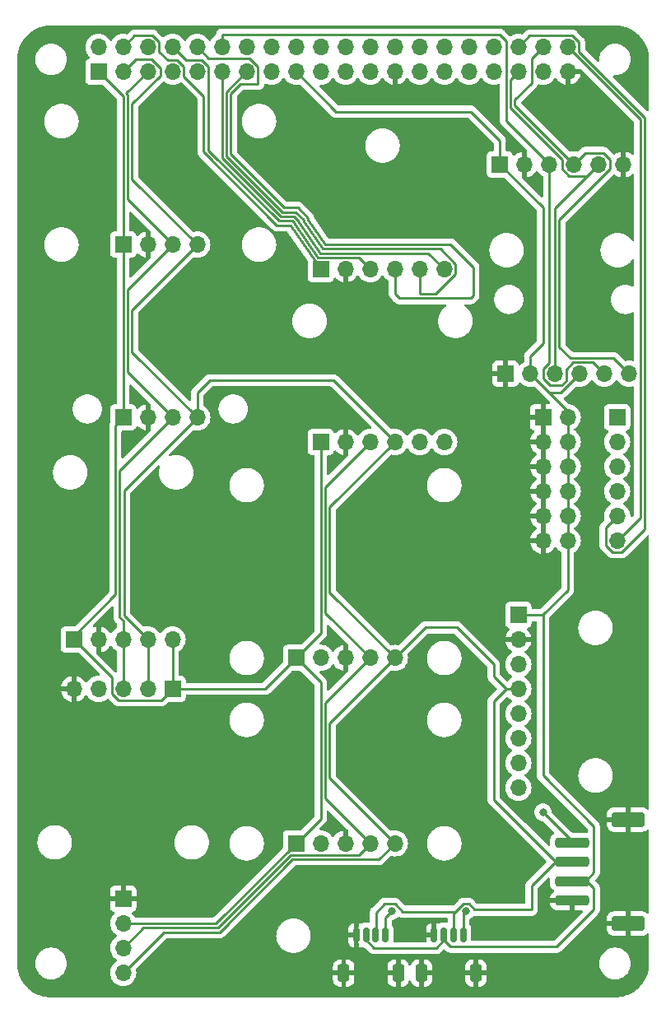
<source format=gbr>
%TF.GenerationSoftware,KiCad,Pcbnew,7.0.5-7.0.5~ubuntu22.04.1*%
%TF.CreationDate,2023-07-02T20:15:11+01:00*%
%TF.ProjectId,sensorboard-v4-base-station,73656e73-6f72-4626-9f61-72642d76342d,rev?*%
%TF.SameCoordinates,Original*%
%TF.FileFunction,Copper,L1,Top*%
%TF.FilePolarity,Positive*%
%FSLAX46Y46*%
G04 Gerber Fmt 4.6, Leading zero omitted, Abs format (unit mm)*
G04 Created by KiCad (PCBNEW 7.0.5-7.0.5~ubuntu22.04.1) date 2023-07-02 20:15:11*
%MOMM*%
%LPD*%
G01*
G04 APERTURE LIST*
G04 Aperture macros list*
%AMRoundRect*
0 Rectangle with rounded corners*
0 $1 Rounding radius*
0 $2 $3 $4 $5 $6 $7 $8 $9 X,Y pos of 4 corners*
0 Add a 4 corners polygon primitive as box body*
4,1,4,$2,$3,$4,$5,$6,$7,$8,$9,$2,$3,0*
0 Add four circle primitives for the rounded corners*
1,1,$1+$1,$2,$3*
1,1,$1+$1,$4,$5*
1,1,$1+$1,$6,$7*
1,1,$1+$1,$8,$9*
0 Add four rect primitives between the rounded corners*
20,1,$1+$1,$2,$3,$4,$5,0*
20,1,$1+$1,$4,$5,$6,$7,0*
20,1,$1+$1,$6,$7,$8,$9,0*
20,1,$1+$1,$8,$9,$2,$3,0*%
G04 Aperture macros list end*
%TA.AperFunction,ComponentPad*%
%ADD10R,1.700000X1.700000*%
%TD*%
%TA.AperFunction,ComponentPad*%
%ADD11O,1.700000X1.700000*%
%TD*%
%TA.AperFunction,SMDPad,CuDef*%
%ADD12RoundRect,0.250001X1.449999X-0.499999X1.449999X0.499999X-1.449999X0.499999X-1.449999X-0.499999X0*%
%TD*%
%TA.AperFunction,SMDPad,CuDef*%
%ADD13RoundRect,0.250000X1.500000X-0.250000X1.500000X0.250000X-1.500000X0.250000X-1.500000X-0.250000X0*%
%TD*%
%TA.AperFunction,SMDPad,CuDef*%
%ADD14RoundRect,0.250000X-0.350000X-0.650000X0.350000X-0.650000X0.350000X0.650000X-0.350000X0.650000X0*%
%TD*%
%TA.AperFunction,SMDPad,CuDef*%
%ADD15RoundRect,0.150000X-0.150000X-0.625000X0.150000X-0.625000X0.150000X0.625000X-0.150000X0.625000X0*%
%TD*%
%TA.AperFunction,ViaPad*%
%ADD16C,0.800000*%
%TD*%
%TA.AperFunction,Conductor*%
%ADD17C,0.250000*%
%TD*%
G04 APERTURE END LIST*
D10*
%TO.P,SCD40#2,1,GND*%
%TO.N,GND*%
X2540000Y8910002D03*
D11*
%TO.P,SCD40#2,2,VCC*%
%TO.N,+3V3*%
X2540000Y6370002D03*
%TO.P,SCD40#2,3,SCL*%
%TO.N,/SCL*%
X2540000Y3830002D03*
%TO.P,SCD40#2,4,SDA*%
%TO.N,/SDA*%
X2540000Y1290002D03*
%TD*%
D10*
%TO.P,SCD40#1,1,VIN*%
%TO.N,+3V3*%
X20320000Y33675002D03*
D11*
%TO.P,SCD40#1,2,3Vo*%
%TO.N,unconnected-(SCD40#1-3Vo-Pad2)*%
X22860000Y33675002D03*
%TO.P,SCD40#1,3,GND*%
%TO.N,GND*%
X25400000Y33675002D03*
%TO.P,SCD40#1,4,SCL*%
%TO.N,/SCL*%
X27940000Y33675002D03*
%TO.P,SCD40#1,5,SDA*%
%TO.N,/SDA*%
X30480000Y33675002D03*
%TD*%
D12*
%TO.P,StGr1,GND,GND*%
%TO.N,GND*%
X54451860Y6350000D03*
D13*
X48701860Y8700000D03*
D12*
X54451860Y17050000D03*
D13*
%TO.P,StGr1,SCL,SCL*%
%TO.N,/SCL*%
X48701860Y14700000D03*
%TO.P,StGr1,SDA,SDA*%
%TO.N,/SDA*%
X48701860Y12700000D03*
%TO.P,StGr1,VCC,VCC*%
%TO.N,+3V3*%
X48701860Y10700000D03*
%TD*%
D10*
%TO.P,J1,1,Pin_1*%
%TO.N,/nc-GPIO4(GCLK)*%
X53340000Y58440002D03*
D11*
%TO.P,J1,2,Pin_2*%
%TO.N,/nc-GPIO13(PWM1)*%
X53340000Y55900002D03*
%TO.P,J1,3,Pin_3*%
%TO.N,/nc-GPIO26*%
X53340000Y53360002D03*
%TO.P,J1,4,Pin_4*%
%TO.N,/nc-GPIO8*%
X53340000Y50820002D03*
%TO.P,J1,5,Pin_5*%
%TO.N,/nc-GPIO16*%
X53340000Y48280002D03*
%TO.P,J1,6,Pin_6*%
%TO.N,/nc-I2C{slash}DOUT*%
X53340000Y45740002D03*
%TD*%
D14*
%TO.P,StQTQw1,GND,GND*%
%TO.N,GND*%
X25218320Y1265646D03*
D15*
X26518320Y5140646D03*
D14*
X30818320Y1265646D03*
D15*
%TO.P,StQTQw1,SCL,SCL*%
%TO.N,/SCL*%
X29518320Y5140646D03*
%TO.P,StQTQw1,SDA,SDA*%
%TO.N,/SDA*%
X28518320Y5140646D03*
%TO.P,StQTQw1,VCC,VCC*%
%TO.N,+3V3*%
X27518320Y5140646D03*
%TD*%
D10*
%TO.P,LTR-559#1,3-6V,VCC*%
%TO.N,+3V3*%
X7620000Y30500002D03*
D11*
%TO.P,LTR-559#1,GND,GND*%
%TO.N,GND*%
X-2540000Y30500002D03*
%TO.P,LTR-559#1,INT,INT*%
%TO.N,unconnected-(LTR-559#1-PadINT)*%
X0Y30500002D03*
%TO.P,LTR-559#1,SCL,SCL*%
%TO.N,/SCL*%
X2540000Y30500002D03*
%TO.P,LTR-559#1,SDA,SDA*%
%TO.N,/SDA*%
X5080000Y30500002D03*
%TD*%
%TO.P,MCP9808#1,A0,A0*%
%TO.N,unconnected-(MCP9808#1-PadA0)*%
X43180000Y25400000D03*
%TO.P,MCP9808#1,A1,A1*%
%TO.N,unconnected-(MCP9808#1-PadA1)*%
X43180000Y22860000D03*
%TO.P,MCP9808#1,A2,A2*%
%TO.N,unconnected-(MCP9808#1-PadA2)*%
X43180000Y20320000D03*
%TO.P,MCP9808#1,ALERT,ALERT*%
%TO.N,unconnected-(MCP9808#1-PadALERT)*%
X43180000Y27940000D03*
%TO.P,MCP9808#1,GND,GND*%
%TO.N,GND*%
X43180000Y35560000D03*
%TO.P,MCP9808#1,SCL,SCL*%
%TO.N,/SCL*%
X43180000Y33020000D03*
%TO.P,MCP9808#1,SDA,SDA*%
%TO.N,/SDA*%
X43180000Y30480000D03*
D10*
%TO.P,MCP9808#1,VCC,VCC*%
%TO.N,+3V3*%
X43180000Y38100000D03*
%TD*%
%TO.P,PM_breakout1,1,5V*%
%TO.N,+5V*%
X22860000Y73680002D03*
D11*
%TO.P,PM_breakout1,2,GND*%
%TO.N,GND*%
X25400000Y73680002D03*
%TO.P,PM_breakout1,3,TX*%
%TO.N,/PM{slash}TX*%
X27940000Y73680002D03*
%TO.P,PM_breakout1,4,RX*%
%TO.N,/PM{slash}RX*%
X30480000Y73680002D03*
%TO.P,PM_breakout1,5,RESET*%
%TO.N,/PM{slash}Reset*%
X33020000Y73680002D03*
%TO.P,PM_breakout1,6,EN*%
%TO.N,/PM{slash}En*%
X35560000Y73680002D03*
%TD*%
D10*
%TO.P,MIC1-left1,1,3V*%
%TO.N,+3V3*%
X41275000Y84455000D03*
D11*
%TO.P,MIC1-left1,2,GND*%
%TO.N,GND*%
X43815000Y84455000D03*
%TO.P,MIC1-left1,3,BCLK*%
%TO.N,/I2S{slash}BCLK*%
X46355000Y84455000D03*
%TO.P,MIC1-left1,4,DOUT*%
%TO.N,/I2S{slash}DIN*%
X48895000Y84455000D03*
%TO.P,MIC1-left1,5,LRCL*%
%TO.N,/I2S{slash}LRCL-WS*%
X51435000Y84455000D03*
%TO.P,MIC1-left1,6,SEL*%
%TO.N,GND*%
X53975000Y84455000D03*
%TD*%
%TO.P,AHT20#1,GND,GND*%
%TO.N,GND*%
X5080000Y76200000D03*
%TO.P,AHT20#1,SCL,SCL*%
%TO.N,/SCL*%
X7620000Y76200000D03*
%TO.P,AHT20#1,SDA,SDA*%
%TO.N,/SDA*%
X10160000Y76200000D03*
D10*
%TO.P,AHT20#1,VCC,VCC*%
%TO.N,+3V3*%
X2540000Y76200000D03*
%TD*%
D14*
%TO.P,StQTQw2,GND,GND*%
%TO.N,GND*%
X33218320Y1265646D03*
D15*
X34518320Y5140646D03*
D14*
X38818320Y1265646D03*
D15*
%TO.P,StQTQw2,SCL,SCL*%
%TO.N,/SCL*%
X37518320Y5140646D03*
%TO.P,StQTQw2,SDA,SDA*%
%TO.N,/SDA*%
X36518320Y5140646D03*
%TO.P,StQTQw2,VCC,VCC*%
%TO.N,+3V3*%
X35518320Y5140646D03*
%TD*%
D11*
%TO.P,SHT45#1,3Vo,3Vo*%
%TO.N,unconnected-(SHT45#1-Pad3Vo)*%
X22859180Y14605000D03*
%TO.P,SHT45#1,GND,GND*%
%TO.N,GND*%
X25399180Y14605000D03*
%TO.P,SHT45#1,SCL,SCL*%
%TO.N,/SCL*%
X27939180Y14605000D03*
%TO.P,SHT45#1,SDA,SDA*%
%TO.N,/SDA*%
X30479180Y14605000D03*
D10*
%TO.P,SHT45#1,VIN,VIN*%
%TO.N,+3V3*%
X20319180Y14605000D03*
%TD*%
%TO.P,J2,1,Pin_1*%
%TO.N,GND*%
X45720000Y58440002D03*
D11*
%TO.P,J2,2,Pin_2*%
%TO.N,+3V3*%
X48260000Y58440002D03*
%TO.P,J2,3,Pin_3*%
%TO.N,GND*%
X45720000Y55900002D03*
%TO.P,J2,4,Pin_4*%
%TO.N,+3V3*%
X48260000Y55900002D03*
%TO.P,J2,5,Pin_5*%
%TO.N,GND*%
X45720000Y53360002D03*
%TO.P,J2,6,Pin_6*%
%TO.N,+3V3*%
X48260000Y53360002D03*
%TO.P,J2,7,Pin_7*%
%TO.N,GND*%
X45720000Y50820002D03*
%TO.P,J2,8,Pin_8*%
%TO.N,+3V3*%
X48260000Y50820002D03*
%TO.P,J2,9,Pin_9*%
%TO.N,GND*%
X45720000Y48280002D03*
%TO.P,J2,10,Pin_10*%
%TO.N,+3V3*%
X48260000Y48280002D03*
%TO.P,J2,11,Pin_11*%
%TO.N,GND*%
X45720000Y45740002D03*
%TO.P,J2,12,Pin_12*%
%TO.N,+3V3*%
X48260000Y45740002D03*
%TD*%
%TO.P,ENS160#1,GND,GND*%
%TO.N,GND*%
X5079180Y58420000D03*
%TO.P,ENS160#1,SCL,SCL*%
%TO.N,/SCL*%
X7619180Y58420000D03*
%TO.P,ENS160#1,SDA,SDA*%
%TO.N,/SDA*%
X10159180Y58420000D03*
D10*
%TO.P,ENS160#1,VCC,VCC*%
%TO.N,+3V3*%
X2539180Y58420000D03*
%TD*%
D11*
%TO.P,bh1750#1,ADD,ADD*%
%TO.N,+3V3*%
X7620000Y35580002D03*
%TO.P,bh1750#1,GND,GND*%
%TO.N,GND*%
X0Y35580002D03*
%TO.P,bh1750#1,SCL,SCL*%
%TO.N,/SCL*%
X2540000Y35580002D03*
%TO.P,bh1750#1,SDA,SDA*%
%TO.N,/SDA*%
X5080000Y35580002D03*
D10*
%TO.P,bh1750#1,VCC,VCC*%
%TO.N,+3V3*%
X-2540000Y35580002D03*
%TD*%
%TO.P,Mic2-right1,1,GND*%
%TO.N,GND*%
X41850000Y62905002D03*
D11*
%TO.P,Mic2-right1,2,3V3*%
%TO.N,+3V3*%
X44390000Y62905002D03*
%TO.P,Mic2-right1,3,WS*%
%TO.N,/I2S{slash}LRCL-WS*%
X46930000Y62905002D03*
%TO.P,Mic2-right1,4,SEL*%
%TO.N,+3V3*%
X49470000Y62905002D03*
%TO.P,Mic2-right1,5,SCK*%
%TO.N,/I2S{slash}BCLK*%
X52010000Y62905002D03*
%TO.P,Mic2-right1,6,DOUT*%
%TO.N,/I2S{slash}DIN*%
X54550000Y62905002D03*
%TD*%
%TO.P,SHT31#1,GND,GND*%
%TO.N,GND*%
X25400000Y55900002D03*
%TO.P,SHT31#1,INT,INT*%
%TO.N,unconnected-(SHT31#1-PadINT)*%
X33020000Y55900002D03*
%TO.P,SHT31#1,RST,RST*%
%TO.N,unconnected-(SHT31#1-PadRST)*%
X35560000Y55900002D03*
%TO.P,SHT31#1,SCL,SCL*%
%TO.N,/SCL*%
X27940000Y55900002D03*
%TO.P,SHT31#1,SDA,SDA*%
%TO.N,/SDA*%
X30480000Y55900002D03*
D10*
%TO.P,SHT31#1,VCC,VCC*%
%TO.N,+3V3*%
X22860000Y55900002D03*
%TD*%
%TO.P,RaspberryPiGPIO1,1,3V3*%
%TO.N,+3V3*%
X0Y93980000D03*
D11*
%TO.P,RaspberryPiGPIO1,2,5V*%
%TO.N,+5V*%
X0Y96520000D03*
%TO.P,RaspberryPiGPIO1,3,GPIO2(SDA1)*%
%TO.N,/SDA*%
X2540000Y93980000D03*
%TO.P,RaspberryPiGPIO1,4,5V*%
%TO.N,+5V*%
X2540000Y96520000D03*
%TO.P,RaspberryPiGPIO1,5,GPIO3(SCL1)*%
%TO.N,/SCL*%
X5080000Y93980000D03*
%TO.P,RaspberryPiGPIO1,6,GND*%
%TO.N,GND*%
X5080000Y96520000D03*
%TO.P,RaspberryPiGPIO1,7,GPIO4(GCLK)*%
%TO.N,/nc-GPIO4(GCLK)*%
X7620000Y93980000D03*
%TO.P,RaspberryPiGPIO1,8,GPIO14(TXD0)*%
%TO.N,/PM{slash}TX*%
X7620000Y96520000D03*
%TO.P,RaspberryPiGPIO1,9,GND*%
%TO.N,GND*%
X10160000Y93980000D03*
%TO.P,RaspberryPiGPIO1,10,GPIO15(RXD0)*%
%TO.N,/PM{slash}RX*%
X10160000Y96520000D03*
%TO.P,RaspberryPiGPIO1,11,GPIO17:G0*%
%TO.N,/PM{slash}En*%
X12700000Y93980000D03*
%TO.P,RaspberryPiGPIO1,12,GPIO18:G1\u002CPWM0\u002CP_CLK*%
%TO.N,/I2S{slash}BCLK*%
X12700000Y96520000D03*
%TO.P,RaspberryPiGPIO1,13,GPIO27(GEN2)*%
%TO.N,/PM{slash}Reset*%
X15240000Y93980000D03*
%TO.P,RaspberryPiGPIO1,14,GND*%
%TO.N,GND*%
X15240000Y96520000D03*
%TO.P,RaspberryPiGPIO1,15,GPIO22(GEN3)*%
%TO.N,/(RFM-DIO0)*%
X17780000Y93980000D03*
%TO.P,RaspberryPiGPIO1,16,GPIO23(GEN4)*%
%TO.N,/(RFM-DIO1)*%
X17780000Y96520000D03*
%TO.P,RaspberryPiGPIO1,17,3V3*%
%TO.N,+3V3*%
X20320000Y93980000D03*
%TO.P,RaspberryPiGPIO1,18,GPIO24(GEN5)*%
%TO.N,/(RFM-DIO2)*%
X20320000Y96520000D03*
%TO.P,RaspberryPiGPIO1,19,GPIO10(SPI0_MOSI)*%
%TO.N,/(RFM-MOSI)*%
X22860000Y93980000D03*
%TO.P,RaspberryPiGPIO1,20,GND*%
%TO.N,GND*%
X22860000Y96520000D03*
%TO.P,RaspberryPiGPIO1,21,GPIO9(SPI0_MISO)*%
%TO.N,/(RFM-MISO)*%
X25400000Y93980000D03*
%TO.P,RaspberryPiGPIO1,22,GPIO25(GEN6)*%
%TO.N,/(RFM-RST)*%
X25400000Y96520000D03*
%TO.P,RaspberryPiGPIO1,23,GPIO11(SPI0_SCK)*%
%TO.N,/(RFM-SCK)*%
X27940000Y93980000D03*
%TO.P,RaspberryPiGPIO1,24,GPIO8(SPI0_CE_N)*%
%TO.N,/nc-GPIO8*%
X27940000Y96520000D03*
%TO.P,RaspberryPiGPIO1,25,GND*%
%TO.N,GND*%
X30480000Y93980000D03*
%TO.P,RaspberryPiGPIO1,26,GPIO7(SPI1_CE_N)*%
%TO.N,/(RFM-CS)*%
X30480000Y96520000D03*
%TO.P,RaspberryPiGPIO1,27,ID_SD*%
%TO.N,/(HAT-ID_SD)*%
X33020000Y93980000D03*
%TO.P,RaspberryPiGPIO1,28,ID_SC*%
%TO.N,/(HAT-ID_SC)*%
X33020000Y96520000D03*
%TO.P,RaspberryPiGPIO1,29,GPIO5*%
%TO.N,/(RFM-Button-1)*%
X35560000Y93980000D03*
%TO.P,RaspberryPiGPIO1,30,GND*%
%TO.N,GND*%
X35560000Y96520000D03*
%TO.P,RaspberryPiGPIO1,31,GPIO6*%
%TO.N,/(RFM-Button-2)*%
X38100000Y93980000D03*
%TO.P,RaspberryPiGPIO1,32,GPIO12(PWM0)*%
%TO.N,/(RFM-Button-3)*%
X38100000Y96520000D03*
%TO.P,RaspberryPiGPIO1,33,GPIO13(PWM1)*%
%TO.N,/nc-GPIO13(PWM1)*%
X40640000Y93980000D03*
%TO.P,RaspberryPiGPIO1,34,GND*%
%TO.N,GND*%
X40640000Y96520000D03*
%TO.P,RaspberryPiGPIO1,35,GPIO19:SPI1_MISO\u002CP_FS/LRCL*%
%TO.N,/I2S{slash}LRCL-WS*%
X43180000Y93980000D03*
%TO.P,RaspberryPiGPIO1,36,GPIO16*%
%TO.N,/nc-GPIO16*%
X43180000Y96520000D03*
%TO.P,RaspberryPiGPIO1,37,GPIO26*%
%TO.N,/nc-GPIO26*%
X45720000Y93980000D03*
%TO.P,RaspberryPiGPIO1,38,GPIO20:SPI1_MOSI\u002CP_DIN*%
%TO.N,/I2S{slash}DIN*%
X45720000Y96520000D03*
%TO.P,RaspberryPiGPIO1,39,GND*%
%TO.N,GND*%
X48260000Y93980000D03*
%TO.P,RaspberryPiGPIO1,40,GPIO21:SPI1_SCK\u002CP_DOUT*%
%TO.N,/nc-I2C{slash}DOUT*%
X48260000Y96520000D03*
%TD*%
D16*
%TO.N,/SCL*%
X37800000Y7630002D03*
X45720000Y17800002D03*
X30180000Y7630002D03*
%TO.N,GND*%
X19260000Y92420002D03*
X42120000Y12410002D03*
X43390000Y6060002D03*
X52280000Y12410002D03*
X31960000Y6060002D03*
%TD*%
D17*
%TO.N,/SCL*%
X2990000Y80830000D02*
X2990000Y91626396D01*
X27940000Y55900002D02*
X23310000Y51270002D01*
X37530000Y5090002D02*
X37530000Y7360002D01*
X23310000Y38305002D02*
X27940000Y33675002D01*
X2858198Y91758198D02*
X5080000Y93980000D01*
X7620000Y76200000D02*
X2990000Y80830000D01*
X30180000Y7630002D02*
X29530000Y6980002D01*
X29530000Y5090002D02*
X29530000Y6980002D01*
X12270578Y5920002D02*
X19780576Y13430000D01*
X2170000Y37853606D02*
X2540000Y37483606D01*
X2540000Y3830002D02*
X4630000Y5920002D01*
X7620000Y76200000D02*
X2990000Y71570000D01*
X23310000Y51270002D02*
X23310000Y38305002D01*
X4630000Y5920002D02*
X12270578Y5920002D01*
X23310000Y19234180D02*
X27939180Y14605000D01*
X2990000Y91626396D02*
X2858198Y91758198D01*
X19780576Y13430000D02*
X26764180Y13430000D01*
X26764180Y13430000D02*
X27939180Y14605000D01*
X37800000Y7630002D02*
X37530000Y7360002D01*
X2540000Y35580002D02*
X2540000Y30500002D01*
X2990000Y63049180D02*
X7619180Y58420000D01*
X2540000Y37483606D02*
X2540000Y35580002D01*
X27940000Y33675002D02*
X23310000Y29045002D01*
X48800000Y14720002D02*
X45720000Y17800002D01*
X7619180Y58420000D02*
X2170000Y52970820D01*
X2170000Y52970820D02*
X2170000Y37853606D01*
X2990000Y71570000D02*
X2990000Y63049180D01*
X23310000Y29045002D02*
X23310000Y19234180D01*
%TO.N,/SDA*%
X47018415Y12720002D02*
X48296827Y12720002D01*
X3440000Y65139180D02*
X10159180Y58420000D01*
X28854180Y12980000D02*
X19966972Y12980000D01*
X6350000Y93588299D02*
X6350000Y94371701D01*
X31270305Y7565002D02*
X36530000Y7565002D01*
X30479180Y14605000D02*
X28854180Y12980000D01*
X47018415Y12720002D02*
X40640000Y19098417D01*
X3440000Y69480000D02*
X3440000Y65139180D01*
X24130000Y62250002D02*
X30480000Y55900002D01*
X33634998Y36830000D02*
X36830000Y36830000D01*
X28530000Y5090002D02*
X28530000Y7495004D01*
X29389998Y8355002D02*
X30480305Y8355002D01*
X11430000Y62250002D02*
X24130000Y62250002D01*
X10160000Y76200000D02*
X10160000Y76210001D01*
X36830000Y36830000D02*
X40640000Y33020000D01*
X41910000Y30480000D02*
X43180000Y30480000D01*
X44530000Y7775002D02*
X44530000Y10231587D01*
X40640000Y19098417D02*
X40640000Y29210000D01*
X40640000Y31750000D02*
X41910000Y30480000D01*
X30480305Y8355002D02*
X31270305Y7565002D01*
X10159180Y60979182D02*
X11430000Y62250002D01*
X3440000Y82930001D02*
X3440000Y90678299D01*
X23760000Y49180002D02*
X23760000Y40395002D01*
X19966972Y12980000D02*
X12456974Y5470002D01*
X23760000Y26955002D02*
X23760000Y21324180D01*
X6720000Y5470002D02*
X2540000Y1290002D01*
X40640000Y29210000D02*
X41910000Y30480000D01*
X3810000Y95250000D02*
X2540000Y93980000D01*
X30480000Y33675002D02*
X23760000Y26955002D01*
X30480000Y55900002D02*
X23760000Y49180002D01*
X10160000Y76200000D02*
X3440000Y69480000D01*
X2620000Y50880820D02*
X2620000Y38040002D01*
X10160000Y76210001D02*
X3440000Y82930001D01*
X38680305Y7775002D02*
X44530000Y7775002D01*
X44530000Y10231587D02*
X47018415Y12720002D01*
X48860000Y12720002D02*
X48296827Y12720002D01*
X5471701Y95250000D02*
X3810000Y95250000D01*
X23760000Y40395002D02*
X30480000Y33675002D01*
X23760000Y21324180D02*
X30479180Y14605000D01*
X10159180Y58420000D02*
X10159180Y60979182D01*
X40640000Y33020000D02*
X40640000Y31750000D01*
X6350000Y94371701D02*
X5471701Y95250000D01*
X10159180Y58420000D02*
X2620000Y50880820D01*
X3440000Y90678299D02*
X6350000Y93588299D01*
X38100305Y8355002D02*
X38680305Y7775002D01*
X37499695Y8355002D02*
X38100305Y8355002D01*
X36530000Y7565002D02*
X36530000Y5090002D01*
X12456974Y5470002D02*
X6720000Y5470002D01*
X28530000Y7495004D02*
X29389998Y8355002D01*
X5080000Y35580002D02*
X5080000Y30500002D01*
X2620000Y38040002D02*
X5080000Y35580002D01*
X30480000Y33675002D02*
X33634998Y36830000D01*
X36530000Y7385307D02*
X37499695Y8355002D01*
%TO.N,/I2S{slash}BCLK*%
X48105000Y63365002D02*
X48820000Y64080002D01*
X46355000Y84455000D02*
X46355000Y84475002D01*
X47658604Y61730002D02*
X48105000Y62176398D01*
X48105000Y62176398D02*
X48105000Y63365002D01*
X48820000Y64080002D02*
X50835000Y64080002D01*
X12700000Y97790000D02*
X12700000Y96520000D01*
X46355000Y84455000D02*
X46355000Y63991703D01*
X41910000Y88920002D02*
X41910000Y97155000D01*
X45755000Y63391703D02*
X45755000Y62418301D01*
X46355000Y63991703D02*
X45755000Y63391703D01*
X45755000Y62418301D02*
X46443299Y61730002D01*
X46355000Y84475002D02*
X41910000Y88920002D01*
X41910000Y97155000D02*
X41275000Y97790000D01*
X50835000Y64080002D02*
X52010000Y62905002D01*
X46443299Y61730002D02*
X47658604Y61730002D01*
X41275000Y97790000D02*
X12700000Y97790000D01*
%TO.N,+3V3*%
X22860000Y55900002D02*
X22860000Y36215002D01*
X-2540000Y35950002D02*
X-2540000Y35580002D01*
X41275000Y86915002D02*
X38310000Y89880002D01*
X44390000Y62905002D02*
X46315000Y60980002D01*
X47140000Y3980002D02*
X36193249Y3980002D01*
X22860000Y36215002D02*
X20320000Y33675002D01*
X1720000Y40210002D02*
X-2540000Y35950002D01*
X46315000Y60980002D02*
X47545000Y60980002D01*
X50935000Y7775002D02*
X47140000Y3980002D01*
X45740002Y38100000D02*
X45720000Y38079998D01*
X2539180Y58420000D02*
X1720000Y57600820D01*
X7620000Y30500002D02*
X17145000Y30500002D01*
X50239998Y10720002D02*
X50935000Y10025000D01*
X20319180Y14605000D02*
X12084182Y6370002D01*
X48260000Y40660002D02*
X45699998Y38100000D01*
X47545000Y60980002D02*
X49470000Y62905002D01*
X48260000Y45740002D02*
X48260000Y40660002D01*
X1365000Y31675002D02*
X1365000Y30013301D01*
X35530000Y5090002D02*
X35530000Y4643251D01*
X45720000Y80010000D02*
X41275000Y84455000D01*
X38310000Y89880002D02*
X24419998Y89880002D01*
X44390000Y62905002D02*
X44390000Y64710000D01*
X-2540000Y35580002D02*
X1365000Y31675002D01*
X2540000Y76200000D02*
X2540000Y91440000D01*
X34706751Y3820002D02*
X28353249Y3820002D01*
X6445000Y29325002D02*
X7620000Y30500002D01*
X27530000Y4643251D02*
X27530000Y5090002D01*
X44390000Y64710000D02*
X45720000Y66040000D01*
X28353249Y3820002D02*
X27530000Y4643251D01*
X43180000Y38100000D02*
X45740002Y38100000D01*
X22860000Y31135002D02*
X22860000Y17145820D01*
X50070000Y10720002D02*
X50239998Y10720002D01*
X12084182Y6370002D02*
X2540000Y6370002D01*
X24419998Y89880002D02*
X20320000Y93980000D01*
X22860000Y17145820D02*
X20319180Y14605000D01*
X2053299Y29325002D02*
X6445000Y29325002D01*
X36193249Y3980002D02*
X35530000Y4643251D01*
X45699998Y38100000D02*
X43180000Y38100000D01*
X35530000Y4643251D02*
X34706751Y3820002D01*
X44390000Y62905002D02*
X48260000Y59035002D01*
X50935000Y11585002D02*
X50070000Y10720002D01*
X7620000Y35580002D02*
X7620000Y30500002D01*
X2540000Y58420820D02*
X2539180Y58420000D01*
X45720000Y38079998D02*
X45720000Y21590000D01*
X17145000Y30500002D02*
X20320000Y33675002D01*
X48260000Y58440002D02*
X48260000Y45740002D01*
X41275000Y84455000D02*
X41275000Y86915002D01*
X1365000Y30013301D02*
X2053299Y29325002D01*
X50935000Y16375000D02*
X50935000Y11585002D01*
X48260000Y59035002D02*
X48260000Y58440002D01*
X20320000Y33675002D02*
X22860000Y31135002D01*
X45720000Y21590000D02*
X50935000Y16375000D01*
X1720000Y57600820D02*
X1720000Y40210002D01*
X2540000Y91440000D02*
X0Y93980000D01*
X2540000Y76200000D02*
X2540000Y58420820D01*
X50935000Y10025000D02*
X50935000Y7775002D01*
X45720000Y66040000D02*
X45720000Y80010000D01*
%TO.N,/I2S{slash}DIN*%
X52925000Y64530002D02*
X48520000Y64530002D01*
X44545000Y95345000D02*
X45720000Y96520000D01*
X52610000Y84941701D02*
X51921701Y85630000D01*
X47380000Y78738299D02*
X52610000Y83968299D01*
X47380000Y65670002D02*
X47380000Y78738299D01*
X51921701Y85630000D02*
X50070000Y85630000D01*
X52610000Y83968299D02*
X52610000Y84941701D01*
X44545000Y92825002D02*
X44545000Y95345000D01*
X42810000Y91090002D02*
X44545000Y92825002D01*
X50070000Y85630000D02*
X48895000Y84455000D01*
X48895000Y84455000D02*
X42810000Y90540000D01*
X42810000Y90540000D02*
X42810000Y91090002D01*
X48520000Y64530002D02*
X47380000Y65670002D01*
X54550000Y62905002D02*
X52925000Y64530002D01*
%TO.N,/I2S{slash}LRCL-WS*%
X47720000Y84941701D02*
X42360000Y90301701D01*
X47720000Y83968299D02*
X47720000Y84941701D01*
X48408299Y83280000D02*
X47720000Y83968299D01*
X42360000Y93160000D02*
X43180000Y93980000D01*
X50260000Y83280000D02*
X48408299Y83280000D01*
X46930000Y62905002D02*
X46930000Y79950000D01*
X51435000Y84455000D02*
X50260000Y83280000D01*
X46930000Y79950000D02*
X51435000Y84455000D01*
X42360000Y90301701D02*
X42360000Y93160000D01*
%TO.N,+5V*%
X8795000Y93493299D02*
X8795000Y94466701D01*
X18351713Y78188289D02*
X10795000Y85745002D01*
X22860000Y73680002D02*
X19748287Y78188289D01*
X7133299Y95155000D02*
X6255000Y96033299D01*
X5566701Y97695000D02*
X3715000Y97695000D01*
X10795000Y85745002D02*
X10795000Y91493299D01*
X8106701Y95155000D02*
X7133299Y95155000D01*
X6255000Y97006701D02*
X5566701Y97695000D01*
X6255000Y96033299D02*
X6255000Y97006701D01*
X19748287Y78188289D02*
X18351713Y78188289D01*
X10795000Y91493299D02*
X8795000Y93493299D01*
X8795000Y94466701D02*
X8106701Y95155000D01*
X3715000Y97695000D02*
X2540000Y96520000D01*
%TO.N,/PM{slash}TX*%
X22595774Y74855002D02*
X20198287Y78328510D01*
X11335000Y85841398D02*
X11335000Y94466701D01*
X27940000Y73680002D02*
X26765000Y74855002D01*
X26765000Y74855002D02*
X22595774Y74855002D01*
X19934683Y78638289D02*
X18538109Y78638289D01*
X10646701Y95155000D02*
X8985000Y95155000D01*
X8985000Y95155000D02*
X7620000Y96520000D01*
X20198287Y78328510D02*
X20198287Y78374685D01*
X20198287Y78374685D02*
X19934683Y78638289D01*
X18538109Y78638289D02*
X11335000Y85841398D01*
X11335000Y94466701D02*
X10646701Y95155000D01*
%TO.N,/PM{slash}RX*%
X16415000Y94466701D02*
X16415000Y92730002D01*
X21548287Y78749173D02*
X23304326Y76205002D01*
X15536701Y95345000D02*
X16415000Y94466701D01*
X16415000Y92730002D02*
X14606396Y92730002D01*
X19097297Y79988289D02*
X20493871Y79988289D01*
X20493871Y79988289D02*
X21548287Y78933873D01*
X14606396Y92730002D02*
X13600000Y91723606D01*
X13600000Y91723606D02*
X13600000Y85485586D01*
X38550000Y70953606D02*
X38286396Y70690002D01*
X38550000Y73866398D02*
X38550000Y70953606D01*
X21548287Y78933873D02*
X21548287Y78749173D01*
X11335000Y95345000D02*
X15536701Y95345000D01*
X36211396Y76205002D02*
X38550000Y73866398D01*
X10160000Y96520000D02*
X11335000Y95345000D01*
X13600000Y85485586D02*
X19097297Y79988289D01*
X38286396Y70690002D02*
X30930000Y70690002D01*
X23304326Y76205002D02*
X36211396Y76205002D01*
X30930000Y70690002D02*
X30480000Y71140002D01*
X30480000Y71140002D02*
X30480000Y73680002D01*
%TO.N,/PM{slash}En*%
X12700000Y85112794D02*
X12700000Y93980000D01*
X20121079Y79088289D02*
X18724505Y79088289D01*
X22831958Y75305002D02*
X20648287Y78468731D01*
X20648287Y78561081D02*
X20121079Y79088289D01*
X33935000Y75305002D02*
X22831958Y75305002D01*
X35560000Y73680002D02*
X33935000Y75305002D01*
X18724505Y79088289D02*
X12700000Y85112794D01*
X20648287Y78468731D02*
X20648287Y78561081D01*
%TO.N,/PM{slash}Reset*%
X34681701Y71140002D02*
X33020000Y71140002D01*
X13150000Y91910002D02*
X13150000Y85299190D01*
X36735000Y74166703D02*
X36735000Y73193301D01*
X15219998Y93980000D02*
X13150000Y91910002D01*
X21098287Y78608952D02*
X23068142Y75755002D01*
X18910901Y79538289D02*
X20307475Y79538289D01*
X23068142Y75755002D02*
X35146701Y75755002D01*
X36735000Y73193301D02*
X34681701Y71140002D01*
X21098287Y78747477D02*
X21098287Y78608952D01*
X35146701Y75755002D02*
X36735000Y74166703D01*
X20307475Y79538289D02*
X21098287Y78747477D01*
X33020000Y71140002D02*
X33020000Y73680002D01*
X15240000Y93980000D02*
X15219998Y93980000D01*
X13150000Y85299190D02*
X18910901Y79538289D01*
%TO.N,/nc-GPIO16*%
X56175000Y89293299D02*
X49435000Y96033299D01*
X49435000Y97006701D02*
X48746701Y97695000D01*
X53826701Y44565002D02*
X56175000Y46913301D01*
X49435000Y96033299D02*
X49435000Y97006701D01*
X53340000Y48280002D02*
X52165000Y47105002D01*
X56175000Y46913301D02*
X56175000Y89293299D01*
X52853299Y44565002D02*
X53826701Y44565002D01*
X48746701Y97695000D02*
X44355000Y97695000D01*
X44355000Y97695000D02*
X43180000Y96520000D01*
X52165000Y45253301D02*
X52853299Y44565002D01*
X52165000Y47105002D02*
X52165000Y45253301D01*
%TO.N,/nc-I2C{slash}DOUT*%
X55725000Y89055000D02*
X48260000Y96520000D01*
X55725000Y48125002D02*
X55725000Y89055000D01*
X53340000Y45740002D02*
X55725000Y48125002D01*
%TD*%
%TA.AperFunction,Conductor*%
%TO.N,GND*%
G36*
X53131512Y98749427D02*
G01*
X53170910Y98747493D01*
X53282594Y98742006D01*
X53476607Y98731838D01*
X53482409Y98731257D01*
X53651730Y98706141D01*
X53827603Y98678285D01*
X53832916Y98677201D01*
X54002211Y98634795D01*
X54171330Y98589480D01*
X54176134Y98587980D01*
X54341249Y98528901D01*
X54342541Y98528421D01*
X54504254Y98466345D01*
X54508540Y98464513D01*
X54667706Y98389233D01*
X54669236Y98388481D01*
X54802116Y98320775D01*
X54823006Y98310131D01*
X54826706Y98308084D01*
X54978047Y98217373D01*
X54979867Y98216237D01*
X55074786Y98154596D01*
X55124256Y98122470D01*
X55127422Y98120271D01*
X55269280Y98015062D01*
X55271365Y98013446D01*
X55404974Y97905252D01*
X55407593Y97903007D01*
X55510635Y97809615D01*
X55538518Y97784344D01*
X55540722Y97782245D01*
X55662242Y97660725D01*
X55664341Y97658521D01*
X55783004Y97527596D01*
X55785249Y97524977D01*
X55893445Y97391366D01*
X55895061Y97389281D01*
X56000262Y97247433D01*
X56002461Y97244267D01*
X56096223Y97099888D01*
X56097404Y97097994D01*
X56128537Y97046053D01*
X56188078Y96946714D01*
X56190126Y96943015D01*
X56191864Y96939605D01*
X56268466Y96789263D01*
X56269271Y96787624D01*
X56344504Y96628557D01*
X56346340Y96624266D01*
X56408420Y96462541D01*
X56408914Y96461209D01*
X56467969Y96296159D01*
X56469481Y96291317D01*
X56514799Y96122190D01*
X56557190Y95952955D01*
X56558286Y95947587D01*
X56586167Y95771553D01*
X56611250Y95602453D01*
X56611836Y95596598D01*
X56622015Y95402360D01*
X56621939Y95402357D01*
X56622037Y95401955D01*
X56629425Y95251556D01*
X56629500Y95248514D01*
X56629500Y90022752D01*
X56609815Y89955713D01*
X56557011Y89909958D01*
X56487853Y89900014D01*
X56424297Y89929039D01*
X56417819Y89935071D01*
X52937206Y93415684D01*
X52903721Y93477007D01*
X52908705Y93546699D01*
X52950577Y93602632D01*
X53016041Y93627049D01*
X53034612Y93626984D01*
X53066137Y93624502D01*
X53066145Y93624502D01*
X53193855Y93624502D01*
X53193863Y93624502D01*
X53385070Y93639550D01*
X53633860Y93699280D01*
X53804970Y93770156D01*
X53870239Y93797191D01*
X53870240Y93797192D01*
X53870243Y93797193D01*
X54088399Y93930879D01*
X54282956Y94097046D01*
X54449123Y94291603D01*
X54582809Y94509759D01*
X54680722Y94746142D01*
X54740452Y94994932D01*
X54760526Y95250002D01*
X54740452Y95505072D01*
X54680722Y95753862D01*
X54652845Y95821164D01*
X54582811Y95990242D01*
X54582809Y95990245D01*
X54564575Y96020000D01*
X54449123Y96208401D01*
X54449122Y96208402D01*
X54449121Y96208404D01*
X54356034Y96317394D01*
X54282956Y96402958D01*
X54145916Y96520001D01*
X54088401Y96569124D01*
X54088396Y96569127D01*
X53870242Y96702812D01*
X53870239Y96702814D01*
X53633864Y96800723D01*
X53633860Y96800724D01*
X53385070Y96860454D01*
X53385068Y96860455D01*
X53385065Y96860455D01*
X53193868Y96875502D01*
X53193863Y96875502D01*
X53066137Y96875502D01*
X53066131Y96875502D01*
X52874934Y96860455D01*
X52626135Y96800723D01*
X52389760Y96702814D01*
X52389757Y96702812D01*
X52171603Y96569127D01*
X52171598Y96569124D01*
X51977044Y96402958D01*
X51810878Y96208404D01*
X51810875Y96208399D01*
X51677190Y95990245D01*
X51677188Y95990242D01*
X51579279Y95753867D01*
X51554084Y95648924D01*
X51524735Y95526675D01*
X51519547Y95505067D01*
X51499474Y95250002D01*
X51506980Y95154618D01*
X51492615Y95086241D01*
X51443563Y95036484D01*
X51375398Y95021146D01*
X51309761Y95045096D01*
X51295681Y95057209D01*
X50096819Y96256071D01*
X50063334Y96317394D01*
X50060500Y96343752D01*
X50060500Y96923959D01*
X50062224Y96939579D01*
X50061939Y96939605D01*
X50062673Y96947368D01*
X50060531Y97015549D01*
X50060500Y97017496D01*
X50060500Y97046047D01*
X50060500Y97046051D01*
X50059631Y97052929D01*
X50059172Y97058758D01*
X50057709Y97105329D01*
X50052122Y97124557D01*
X50048174Y97143617D01*
X50045664Y97163493D01*
X50045663Y97163495D01*
X50045663Y97163497D01*
X50028512Y97206814D01*
X50026619Y97212343D01*
X50013618Y97257092D01*
X50013616Y97257095D01*
X50003423Y97274330D01*
X49994861Y97291807D01*
X49987487Y97310431D01*
X49987486Y97310433D01*
X49960079Y97348156D01*
X49956888Y97353015D01*
X49933172Y97393118D01*
X49933165Y97393127D01*
X49919006Y97407286D01*
X49906368Y97422082D01*
X49894594Y97438288D01*
X49858688Y97467992D01*
X49854376Y97471915D01*
X49247504Y98078788D01*
X49237681Y98091050D01*
X49237460Y98090866D01*
X49232487Y98096878D01*
X49182767Y98143568D01*
X49181367Y98144925D01*
X49161177Y98165116D01*
X49155687Y98169375D01*
X49151262Y98173153D01*
X49117283Y98205062D01*
X49117281Y98205064D01*
X49117278Y98205065D01*
X49099730Y98214712D01*
X49083464Y98225396D01*
X49067634Y98237675D01*
X49024869Y98256182D01*
X49019623Y98258752D01*
X48978794Y98281197D01*
X48978793Y98281198D01*
X48959394Y98286178D01*
X48940982Y98292482D01*
X48922599Y98300438D01*
X48922593Y98300440D01*
X48876575Y98307728D01*
X48870853Y98308913D01*
X48825722Y98320500D01*
X48825720Y98320500D01*
X48805685Y98320500D01*
X48786287Y98322027D01*
X48778863Y98323203D01*
X48766506Y98325160D01*
X48766505Y98325160D01*
X48720117Y98320775D01*
X48714279Y98320500D01*
X44437743Y98320500D01*
X44422122Y98322225D01*
X44422096Y98321939D01*
X44414333Y98322674D01*
X44346153Y98320531D01*
X44344206Y98320500D01*
X44315649Y98320500D01*
X44308766Y98319631D01*
X44302949Y98319174D01*
X44256373Y98317710D01*
X44237129Y98312119D01*
X44218079Y98308175D01*
X44198211Y98305666D01*
X44154884Y98288512D01*
X44149358Y98286621D01*
X44104614Y98273621D01*
X44104610Y98273619D01*
X44087366Y98263421D01*
X44069905Y98254867D01*
X44051274Y98247490D01*
X44051262Y98247483D01*
X44013570Y98220098D01*
X44008687Y98216891D01*
X43968580Y98193171D01*
X43954414Y98179005D01*
X43939624Y98166373D01*
X43923414Y98154596D01*
X43923411Y98154593D01*
X43893710Y98118691D01*
X43889777Y98114369D01*
X43635646Y97860238D01*
X43574323Y97826753D01*
X43515872Y97828144D01*
X43415413Y97855062D01*
X43415403Y97855064D01*
X43180001Y97875659D01*
X43179999Y97875659D01*
X42944596Y97855064D01*
X42944586Y97855062D01*
X42716344Y97793906D01*
X42716335Y97793903D01*
X42502172Y97694036D01*
X42442350Y97652149D01*
X42376143Y97629822D01*
X42308376Y97646834D01*
X42283547Y97666044D01*
X41775803Y98173788D01*
X41765980Y98186050D01*
X41765759Y98185866D01*
X41760786Y98191878D01*
X41711066Y98238568D01*
X41709666Y98239925D01*
X41689476Y98260116D01*
X41683986Y98264375D01*
X41679561Y98268153D01*
X41645582Y98300062D01*
X41645580Y98300064D01*
X41645577Y98300065D01*
X41628029Y98309712D01*
X41611763Y98320396D01*
X41611589Y98320531D01*
X41595936Y98332673D01*
X41595935Y98332674D01*
X41595933Y98332675D01*
X41553168Y98351182D01*
X41547922Y98353752D01*
X41507093Y98376197D01*
X41507092Y98376198D01*
X41487693Y98381178D01*
X41469281Y98387482D01*
X41450898Y98395438D01*
X41450892Y98395440D01*
X41404874Y98402728D01*
X41399152Y98403913D01*
X41354021Y98415500D01*
X41354019Y98415500D01*
X41333984Y98415500D01*
X41314586Y98417027D01*
X41300695Y98419227D01*
X41294805Y98420160D01*
X41294804Y98420160D01*
X41248416Y98415775D01*
X41242578Y98415500D01*
X12770847Y98415500D01*
X12747615Y98417696D01*
X12739588Y98419227D01*
X12739586Y98419227D01*
X12730633Y98418664D01*
X12682275Y98415622D01*
X12678403Y98415500D01*
X12660643Y98415500D01*
X12643032Y98413275D01*
X12639164Y98412910D01*
X12607375Y98410910D01*
X12581859Y98409304D01*
X12574085Y98406778D01*
X12551320Y98401690D01*
X12543218Y98400667D01*
X12543205Y98400663D01*
X12489810Y98379523D01*
X12486154Y98378208D01*
X12431559Y98360467D01*
X12431556Y98360466D01*
X12424652Y98356085D01*
X12403880Y98345501D01*
X12396273Y98342489D01*
X12396262Y98342483D01*
X12349814Y98308737D01*
X12346595Y98306549D01*
X12298123Y98275787D01*
X12298120Y98275784D01*
X12292529Y98269830D01*
X12275029Y98254401D01*
X12268413Y98249595D01*
X12268412Y98249594D01*
X12231812Y98205354D01*
X12229238Y98202435D01*
X12189937Y98160583D01*
X12189935Y98160580D01*
X12185994Y98153411D01*
X12172889Y98134127D01*
X12167677Y98127827D01*
X12167674Y98127822D01*
X12143231Y98075879D01*
X12141464Y98072411D01*
X12113804Y98022097D01*
X12113803Y98022092D01*
X12111769Y98014172D01*
X12103870Y97992232D01*
X12100386Y97984828D01*
X12100384Y97984822D01*
X12089629Y97928439D01*
X12088779Y97924639D01*
X12074500Y97869024D01*
X12074500Y97860848D01*
X12072305Y97837618D01*
X12070772Y97829585D01*
X12072521Y97801798D01*
X12057085Y97733655D01*
X12019889Y97692438D01*
X11828597Y97558495D01*
X11661508Y97391406D01*
X11531574Y97205841D01*
X11476997Y97162216D01*
X11407498Y97155024D01*
X11345144Y97186546D01*
X11328424Y97205842D01*
X11327743Y97206814D01*
X11228795Y97348128D01*
X11198494Y97391403D01*
X11031402Y97558494D01*
X11031395Y97558499D01*
X10837834Y97694033D01*
X10837830Y97694035D01*
X10785500Y97718437D01*
X10623663Y97793903D01*
X10623659Y97793904D01*
X10623655Y97793906D01*
X10395413Y97855062D01*
X10395403Y97855064D01*
X10160001Y97875659D01*
X10159999Y97875659D01*
X9924596Y97855064D01*
X9924586Y97855062D01*
X9696344Y97793906D01*
X9696335Y97793902D01*
X9482171Y97694036D01*
X9482169Y97694035D01*
X9288597Y97558495D01*
X9121505Y97391403D01*
X8991575Y97205842D01*
X8936998Y97162217D01*
X8867500Y97155023D01*
X8805145Y97186546D01*
X8788425Y97205842D01*
X8658494Y97391403D01*
X8491402Y97558494D01*
X8491395Y97558499D01*
X8297834Y97694033D01*
X8297830Y97694035D01*
X8245500Y97718437D01*
X8083663Y97793903D01*
X8083659Y97793904D01*
X8083655Y97793906D01*
X7855413Y97855062D01*
X7855403Y97855064D01*
X7620001Y97875659D01*
X7619999Y97875659D01*
X7384596Y97855064D01*
X7384586Y97855062D01*
X7156344Y97793906D01*
X7156335Y97793902D01*
X6942171Y97694036D01*
X6942169Y97694035D01*
X6748594Y97558492D01*
X6748190Y97558153D01*
X6747976Y97558060D01*
X6744164Y97555390D01*
X6743627Y97556157D01*
X6684178Y97530150D01*
X6615187Y97541200D01*
X6580818Y97565474D01*
X6067504Y98078788D01*
X6057681Y98091050D01*
X6057460Y98090866D01*
X6052487Y98096878D01*
X6002767Y98143568D01*
X6001367Y98144925D01*
X5981177Y98165116D01*
X5975687Y98169375D01*
X5971262Y98173153D01*
X5937283Y98205062D01*
X5937281Y98205064D01*
X5937278Y98205065D01*
X5919730Y98214712D01*
X5903464Y98225396D01*
X5887634Y98237675D01*
X5844869Y98256182D01*
X5839623Y98258752D01*
X5798794Y98281197D01*
X5798793Y98281198D01*
X5779394Y98286178D01*
X5760982Y98292482D01*
X5742599Y98300438D01*
X5742593Y98300440D01*
X5696575Y98307728D01*
X5690853Y98308913D01*
X5645722Y98320500D01*
X5645720Y98320500D01*
X5625685Y98320500D01*
X5606287Y98322027D01*
X5598863Y98323203D01*
X5586506Y98325160D01*
X5586505Y98325160D01*
X5540117Y98320775D01*
X5534279Y98320500D01*
X3797743Y98320500D01*
X3782122Y98322225D01*
X3782096Y98321939D01*
X3774333Y98322674D01*
X3706153Y98320531D01*
X3704206Y98320500D01*
X3675649Y98320500D01*
X3668766Y98319631D01*
X3662949Y98319174D01*
X3616373Y98317710D01*
X3597129Y98312119D01*
X3578079Y98308175D01*
X3558211Y98305666D01*
X3514884Y98288512D01*
X3509358Y98286621D01*
X3464614Y98273621D01*
X3464610Y98273619D01*
X3447366Y98263421D01*
X3429905Y98254867D01*
X3411274Y98247490D01*
X3411262Y98247483D01*
X3373570Y98220098D01*
X3368687Y98216891D01*
X3328580Y98193171D01*
X3314414Y98179005D01*
X3299624Y98166373D01*
X3283414Y98154596D01*
X3283411Y98154593D01*
X3253710Y98118691D01*
X3249777Y98114369D01*
X2995646Y97860238D01*
X2934323Y97826753D01*
X2875872Y97828144D01*
X2775413Y97855062D01*
X2775403Y97855064D01*
X2540001Y97875659D01*
X2539999Y97875659D01*
X2304596Y97855064D01*
X2304586Y97855062D01*
X2076344Y97793906D01*
X2076335Y97793902D01*
X1862171Y97694036D01*
X1862169Y97694035D01*
X1668597Y97558495D01*
X1501505Y97391403D01*
X1371575Y97205842D01*
X1316998Y97162217D01*
X1247500Y97155023D01*
X1185145Y97186546D01*
X1168425Y97205842D01*
X1038494Y97391403D01*
X871402Y97558494D01*
X871395Y97558499D01*
X677834Y97694033D01*
X677830Y97694035D01*
X625500Y97718437D01*
X463663Y97793903D01*
X463659Y97793904D01*
X463655Y97793906D01*
X235413Y97855062D01*
X235403Y97855064D01*
X1Y97875659D01*
X-1Y97875659D01*
X-235404Y97855064D01*
X-235414Y97855062D01*
X-463656Y97793906D01*
X-463665Y97793902D01*
X-677829Y97694036D01*
X-677831Y97694035D01*
X-871403Y97558495D01*
X-1038495Y97391403D01*
X-1174035Y97197831D01*
X-1174036Y97197829D01*
X-1273902Y96983665D01*
X-1273906Y96983656D01*
X-1335062Y96755414D01*
X-1335064Y96755404D01*
X-1355659Y96520001D01*
X-1355659Y96520000D01*
X-1335064Y96284597D01*
X-1335062Y96284587D01*
X-1273906Y96056345D01*
X-1273904Y96056341D01*
X-1273903Y96056337D01*
X-1194199Y95885412D01*
X-1174035Y95842170D01*
X-1174033Y95842166D01*
X-1065719Y95687479D01*
X-1038496Y95648600D01*
X-1038494Y95648598D01*
X-916570Y95526674D01*
X-883085Y95465351D01*
X-888069Y95395659D01*
X-929941Y95339726D01*
X-960917Y95322811D01*
X-1092331Y95273797D01*
X-1092336Y95273794D01*
X-1207545Y95187548D01*
X-1207548Y95187545D01*
X-1293794Y95072336D01*
X-1293798Y95072329D01*
X-1344092Y94937483D01*
X-1350499Y94877884D01*
X-1350500Y94877865D01*
X-1350500Y93082130D01*
X-1350499Y93082124D01*
X-1344092Y93022517D01*
X-1293798Y92887672D01*
X-1293794Y92887665D01*
X-1207548Y92772456D01*
X-1207545Y92772453D01*
X-1092336Y92686207D01*
X-1092329Y92686203D01*
X-957483Y92635909D01*
X-957484Y92635909D01*
X-950556Y92635165D01*
X-897873Y92629500D01*
X414546Y92629501D01*
X481585Y92609816D01*
X502227Y92593182D01*
X1878181Y91217229D01*
X1911666Y91155906D01*
X1914500Y91129548D01*
X1914500Y77674500D01*
X1894815Y77607461D01*
X1842011Y77561706D01*
X1790501Y77550500D01*
X1642130Y77550500D01*
X1642123Y77550499D01*
X1582516Y77544092D01*
X1447671Y77493798D01*
X1447664Y77493794D01*
X1332455Y77407548D01*
X1332452Y77407545D01*
X1246206Y77292336D01*
X1246202Y77292329D01*
X1195908Y77157483D01*
X1189501Y77097884D01*
X1189500Y77097865D01*
X1189500Y75302130D01*
X1189501Y75302124D01*
X1195908Y75242517D01*
X1246202Y75107672D01*
X1246206Y75107665D01*
X1332452Y74992456D01*
X1332455Y74992453D01*
X1447664Y74906207D01*
X1447671Y74906203D01*
X1482406Y74893248D01*
X1582517Y74855909D01*
X1642127Y74849500D01*
X1790500Y74849501D01*
X1857539Y74829817D01*
X1903294Y74777013D01*
X1914500Y74725501D01*
X1914500Y59894500D01*
X1894815Y59827461D01*
X1842011Y59781706D01*
X1790501Y59770500D01*
X1641310Y59770500D01*
X1641303Y59770499D01*
X1581696Y59764092D01*
X1446851Y59713798D01*
X1446844Y59713794D01*
X1331635Y59627548D01*
X1331632Y59627545D01*
X1245386Y59512336D01*
X1245382Y59512329D01*
X1195088Y59377483D01*
X1188681Y59317884D01*
X1188680Y59317865D01*
X1188680Y57973671D01*
X1178480Y57924420D01*
X1158815Y57878982D01*
X1156245Y57873737D01*
X1133803Y57832913D01*
X1128822Y57813513D01*
X1122521Y57795110D01*
X1114562Y57776718D01*
X1114561Y57776715D01*
X1107271Y57730693D01*
X1106087Y57724974D01*
X1094501Y57679848D01*
X1094499Y57679836D01*
X1094499Y57659800D01*
X1092973Y57640409D01*
X1089840Y57620626D01*
X1089840Y57620625D01*
X1094225Y57574237D01*
X1094500Y57568399D01*
X1094500Y40520456D01*
X1074815Y40453417D01*
X1058181Y40432775D01*
X-2407774Y36966821D01*
X-2469097Y36933336D01*
X-2495455Y36930502D01*
X-3437871Y36930502D01*
X-3437877Y36930501D01*
X-3497484Y36924094D01*
X-3632329Y36873800D01*
X-3632336Y36873796D01*
X-3747545Y36787550D01*
X-3747548Y36787547D01*
X-3833794Y36672338D01*
X-3833798Y36672331D01*
X-3884092Y36537485D01*
X-3890499Y36477886D01*
X-3890500Y36477867D01*
X-3890500Y34682132D01*
X-3890499Y34682126D01*
X-3884092Y34622519D01*
X-3833798Y34487674D01*
X-3833794Y34487667D01*
X-3747548Y34372458D01*
X-3747545Y34372455D01*
X-3632336Y34286209D01*
X-3632329Y34286205D01*
X-3497483Y34235911D01*
X-3497484Y34235911D01*
X-3490556Y34235167D01*
X-3437873Y34229502D01*
X-2125454Y34229503D01*
X-2058415Y34209818D01*
X-2037773Y34193184D01*
X88069Y32067342D01*
X121554Y32006019D01*
X116570Y31936327D01*
X74698Y31880394D01*
X9234Y31855977D01*
X388Y31855661D01*
X-1Y31855661D01*
X-235404Y31835066D01*
X-235414Y31835064D01*
X-463656Y31773908D01*
X-463665Y31773904D01*
X-677829Y31674038D01*
X-677831Y31674037D01*
X-871403Y31538497D01*
X-1038492Y31371408D01*
X-1168731Y31185407D01*
X-1223308Y31141783D01*
X-1292807Y31134590D01*
X-1355161Y31166112D01*
X-1371881Y31185408D01*
X-1501887Y31371076D01*
X-1501892Y31371082D01*
X-1668918Y31538108D01*
X-1862422Y31673603D01*
X-2076508Y31773432D01*
X-2076514Y31773435D01*
X-2290000Y31830638D01*
X-2290000Y30935504D01*
X-2397685Y30984682D01*
X-2504237Y31000002D01*
X-2575763Y31000002D01*
X-2682315Y30984682D01*
X-2790000Y30935504D01*
X-2790000Y31830638D01*
X-2790001Y31830638D01*
X-3003487Y31773435D01*
X-3003493Y31773432D01*
X-3217578Y31673603D01*
X-3217580Y31673602D01*
X-3411074Y31538116D01*
X-3411080Y31538111D01*
X-3578109Y31371082D01*
X-3578114Y31371076D01*
X-3713600Y31177582D01*
X-3713601Y31177580D01*
X-3813430Y30963495D01*
X-3813433Y30963489D01*
X-3870636Y30750003D01*
X-3870636Y30750002D01*
X-2973686Y30750002D01*
X-2999493Y30709846D01*
X-3040000Y30571891D01*
X-3040000Y30428113D01*
X-2999493Y30290158D01*
X-2973686Y30250002D01*
X-3870636Y30250002D01*
X-3813433Y30036516D01*
X-3813430Y30036510D01*
X-3713601Y29822424D01*
X-3578106Y29628920D01*
X-3411083Y29461897D01*
X-3217579Y29326402D01*
X-3003493Y29226573D01*
X-3003484Y29226569D01*
X-2790000Y29169368D01*
X-2790000Y30064501D01*
X-2682315Y30015322D01*
X-2575763Y30000002D01*
X-2504237Y30000002D01*
X-2397685Y30015322D01*
X-2290000Y30064501D01*
X-2290000Y29169369D01*
X-2076517Y29226569D01*
X-2076508Y29226573D01*
X-1862422Y29326402D01*
X-1668918Y29461897D01*
X-1501895Y29628920D01*
X-1371881Y29814597D01*
X-1317304Y29858221D01*
X-1247805Y29865414D01*
X-1185451Y29833892D01*
X-1168731Y29814597D01*
X-1038495Y29628601D01*
X-871401Y29461507D01*
X-789687Y29404290D01*
X-677835Y29325970D01*
X-677833Y29325969D01*
X-677830Y29325967D01*
X-463663Y29226099D01*
X-235408Y29164939D01*
X-47082Y29148463D01*
X-1Y29144343D01*
X0Y29144343D01*
X1Y29144343D01*
X39234Y29147776D01*
X235408Y29164939D01*
X463663Y29226099D01*
X677830Y29325967D01*
X871401Y29461507D01*
X871414Y29461521D01*
X871776Y29461823D01*
X871977Y29461912D01*
X875836Y29464613D01*
X876378Y29463839D01*
X935779Y29489848D01*
X1004773Y29478822D01*
X1039181Y29454530D01*
X1552493Y28941218D01*
X1562318Y28928954D01*
X1562539Y28929136D01*
X1567509Y28923128D01*
X1617248Y28876420D01*
X1618615Y28875096D01*
X1638828Y28854884D01*
X1638828Y28854883D01*
X1644303Y28850636D01*
X1648745Y28846842D01*
X1682714Y28814942D01*
X1682716Y28814941D01*
X1682717Y28814940D01*
X1700275Y28805288D01*
X1716536Y28794606D01*
X1732363Y28782329D01*
X1775122Y28763826D01*
X1780372Y28761254D01*
X1821203Y28738807D01*
X1821207Y28738805D01*
X1821211Y28738804D01*
X1840610Y28733823D01*
X1859021Y28727519D01*
X1877396Y28719567D01*
X1877399Y28719567D01*
X1877404Y28719564D01*
X1923448Y28712273D01*
X1929131Y28711096D01*
X1974280Y28699502D01*
X1994315Y28699502D01*
X2013712Y28697976D01*
X2033495Y28694842D01*
X2079882Y28699227D01*
X2085721Y28699502D01*
X6362257Y28699502D01*
X6377877Y28697778D01*
X6377904Y28698063D01*
X6385666Y28697329D01*
X6385666Y28697330D01*
X6385667Y28697329D01*
X6388999Y28697434D01*
X6453847Y28699471D01*
X6455794Y28699502D01*
X6484347Y28699502D01*
X6484350Y28699502D01*
X6491228Y28700372D01*
X6497041Y28700830D01*
X6543627Y28702293D01*
X6562869Y28707885D01*
X6581912Y28711828D01*
X6601792Y28714338D01*
X6645122Y28731495D01*
X6650646Y28733385D01*
X6654659Y28734551D01*
X6695390Y28746384D01*
X6712629Y28756580D01*
X6730103Y28765140D01*
X6748727Y28772514D01*
X6748727Y28772515D01*
X6748732Y28772516D01*
X6786449Y28799920D01*
X6791305Y28803110D01*
X6831420Y28826832D01*
X6845589Y28841003D01*
X6860379Y28853634D01*
X6876587Y28865408D01*
X6906299Y28901326D01*
X6910212Y28905626D01*
X7117771Y29113185D01*
X7179094Y29146669D01*
X7205452Y29149503D01*
X8517871Y29149503D01*
X8517872Y29149503D01*
X8577483Y29155911D01*
X8712331Y29206206D01*
X8827546Y29292456D01*
X8913796Y29407671D01*
X8964091Y29542519D01*
X8970500Y29602129D01*
X8970500Y29750503D01*
X8990185Y29817541D01*
X9042989Y29863296D01*
X9094500Y29874502D01*
X17062257Y29874502D01*
X17077877Y29872778D01*
X17077904Y29873063D01*
X17085666Y29872329D01*
X17085666Y29872330D01*
X17085667Y29872329D01*
X17088999Y29872434D01*
X17153847Y29874471D01*
X17155794Y29874502D01*
X17184347Y29874502D01*
X17184350Y29874502D01*
X17191228Y29875372D01*
X17197041Y29875830D01*
X17243627Y29877293D01*
X17262869Y29882885D01*
X17281912Y29886828D01*
X17301792Y29889338D01*
X17345122Y29906495D01*
X17350646Y29908385D01*
X17354396Y29909475D01*
X17395390Y29921384D01*
X17412629Y29931580D01*
X17430103Y29940140D01*
X17448727Y29947514D01*
X17448727Y29947515D01*
X17448732Y29947516D01*
X17486449Y29974920D01*
X17491305Y29978110D01*
X17531420Y30001832D01*
X17545589Y30016003D01*
X17560379Y30028634D01*
X17576587Y30040408D01*
X17606299Y30076326D01*
X17610212Y30080626D01*
X19817771Y32288184D01*
X19879094Y32321669D01*
X19905452Y32324503D01*
X20734546Y32324503D01*
X20801585Y32304818D01*
X20822227Y32288184D01*
X22198181Y30912231D01*
X22231666Y30850908D01*
X22234500Y30824550D01*
X22234500Y17456274D01*
X22214815Y17389235D01*
X22198181Y17368593D01*
X20821407Y15991819D01*
X20760084Y15958334D01*
X20733726Y15955500D01*
X19421309Y15955500D01*
X19421303Y15955499D01*
X19361696Y15949092D01*
X19226851Y15898798D01*
X19226844Y15898794D01*
X19111635Y15812548D01*
X19111632Y15812545D01*
X19025386Y15697336D01*
X19025382Y15697329D01*
X18975088Y15562483D01*
X18968681Y15502884D01*
X18968680Y15502865D01*
X18968680Y14190453D01*
X18948995Y14123414D01*
X18932361Y14102772D01*
X11861410Y7031821D01*
X11800087Y6998336D01*
X11773729Y6995502D01*
X3815227Y6995502D01*
X3748188Y7015187D01*
X3713652Y7048379D01*
X3578496Y7241402D01*
X3524734Y7295164D01*
X3456179Y7363719D01*
X3422696Y7425039D01*
X3427680Y7494731D01*
X3469551Y7550665D01*
X3500529Y7567580D01*
X3632086Y7616648D01*
X3632093Y7616652D01*
X3747187Y7702812D01*
X3747190Y7702815D01*
X3833350Y7817909D01*
X3833354Y7817916D01*
X3883596Y7952623D01*
X3883598Y7952630D01*
X3889999Y8012158D01*
X3890000Y8012175D01*
X3890000Y8660002D01*
X2973686Y8660002D01*
X2999493Y8700158D01*
X3040000Y8838113D01*
X3040000Y8981891D01*
X2999493Y9119846D01*
X2973686Y9160002D01*
X3890000Y9160002D01*
X3890000Y9807830D01*
X3889999Y9807847D01*
X3883598Y9867375D01*
X3883596Y9867382D01*
X3833354Y10002089D01*
X3833350Y10002096D01*
X3747190Y10117190D01*
X3747187Y10117193D01*
X3632093Y10203353D01*
X3632086Y10203357D01*
X3497379Y10253599D01*
X3497372Y10253601D01*
X3437844Y10260002D01*
X2790000Y10260002D01*
X2790000Y9345504D01*
X2682315Y9394682D01*
X2575763Y9410002D01*
X2504237Y9410002D01*
X2397685Y9394682D01*
X2290000Y9345504D01*
X2290000Y10260002D01*
X1642155Y10260002D01*
X1582627Y10253601D01*
X1582620Y10253599D01*
X1447913Y10203357D01*
X1447906Y10203353D01*
X1332812Y10117193D01*
X1332809Y10117190D01*
X1246649Y10002096D01*
X1246645Y10002089D01*
X1196403Y9867382D01*
X1196401Y9867375D01*
X1190000Y9807847D01*
X1190000Y9160002D01*
X2106314Y9160002D01*
X2080507Y9119846D01*
X2040000Y8981891D01*
X2040000Y8838113D01*
X2080507Y8700158D01*
X2106314Y8660002D01*
X1190000Y8660002D01*
X1190000Y8012158D01*
X1196401Y7952630D01*
X1196403Y7952623D01*
X1246645Y7817916D01*
X1246649Y7817909D01*
X1332809Y7702815D01*
X1332812Y7702812D01*
X1447906Y7616652D01*
X1447913Y7616648D01*
X1579470Y7567581D01*
X1635403Y7525710D01*
X1659821Y7460246D01*
X1644970Y7391973D01*
X1623819Y7363718D01*
X1501503Y7241402D01*
X1365965Y7047833D01*
X1365964Y7047831D01*
X1266098Y6833667D01*
X1266094Y6833658D01*
X1204938Y6605416D01*
X1204936Y6605406D01*
X1184341Y6370003D01*
X1184341Y6370002D01*
X1204936Y6134599D01*
X1204938Y6134589D01*
X1266094Y5906347D01*
X1266096Y5906343D01*
X1266097Y5906339D01*
X1339628Y5748652D01*
X1365965Y5692172D01*
X1365967Y5692168D01*
X1501501Y5498607D01*
X1501506Y5498600D01*
X1668597Y5331509D01*
X1668603Y5331504D01*
X1854158Y5201577D01*
X1897783Y5147000D01*
X1904977Y5077502D01*
X1873454Y5015147D01*
X1854158Y4998427D01*
X1668597Y4868497D01*
X1501505Y4701405D01*
X1365965Y4507833D01*
X1365964Y4507831D01*
X1266098Y4293667D01*
X1266094Y4293658D01*
X1204938Y4065416D01*
X1204936Y4065406D01*
X1184341Y3830003D01*
X1184341Y3830002D01*
X1204936Y3594599D01*
X1204938Y3594589D01*
X1266094Y3366347D01*
X1266096Y3366343D01*
X1266097Y3366339D01*
X1348399Y3189843D01*
X1365965Y3152172D01*
X1365967Y3152168D01*
X1501501Y2958607D01*
X1501506Y2958600D01*
X1668597Y2791509D01*
X1668603Y2791504D01*
X1854158Y2661577D01*
X1897783Y2607000D01*
X1904977Y2537502D01*
X1873454Y2475147D01*
X1854158Y2458427D01*
X1668597Y2328497D01*
X1501505Y2161405D01*
X1365965Y1967833D01*
X1365964Y1967831D01*
X1266098Y1753667D01*
X1266094Y1753658D01*
X1204938Y1525416D01*
X1204936Y1525406D01*
X1184341Y1290003D01*
X1184341Y1290002D01*
X1204936Y1054599D01*
X1204938Y1054589D01*
X1266094Y826347D01*
X1266096Y826343D01*
X1266097Y826339D01*
X1319246Y712362D01*
X1365965Y612172D01*
X1365967Y612168D01*
X1445468Y498630D01*
X1501505Y418601D01*
X1668599Y251507D01*
X1765384Y183738D01*
X1862165Y115970D01*
X1862167Y115969D01*
X1862170Y115967D01*
X2076337Y16099D01*
X2304592Y-45061D01*
X2492918Y-61537D01*
X2539999Y-65657D01*
X2540000Y-65657D01*
X2540001Y-65657D01*
X2579234Y-62224D01*
X2775408Y-45061D01*
X3003663Y16099D01*
X3217830Y115967D01*
X3411401Y251507D01*
X3578495Y418601D01*
X3714035Y612172D01*
X3813903Y826339D01*
X3864627Y1015646D01*
X24118321Y1015646D01*
X24118321Y565660D01*
X24128814Y462949D01*
X24183961Y296527D01*
X24183963Y296522D01*
X24276004Y147301D01*
X24399974Y23331D01*
X24549195Y-68710D01*
X24549200Y-68712D01*
X24715622Y-123859D01*
X24715629Y-123860D01*
X24818339Y-134353D01*
X24968319Y-134353D01*
X24968320Y-134352D01*
X24968320Y1015646D01*
X25468320Y1015646D01*
X25468320Y-134353D01*
X25618292Y-134353D01*
X25618306Y-134352D01*
X25721017Y-123859D01*
X25887439Y-68712D01*
X25887444Y-68710D01*
X26036665Y23331D01*
X26160635Y147301D01*
X26252676Y296522D01*
X26252678Y296527D01*
X26307825Y462949D01*
X26307826Y462956D01*
X26318319Y565660D01*
X26318320Y565673D01*
X26318320Y1015646D01*
X29718321Y1015646D01*
X29718321Y565660D01*
X29728814Y462949D01*
X29783961Y296527D01*
X29783963Y296522D01*
X29876004Y147301D01*
X29999974Y23331D01*
X30149195Y-68710D01*
X30149200Y-68712D01*
X30315622Y-123859D01*
X30315629Y-123860D01*
X30418339Y-134353D01*
X30568319Y-134353D01*
X30568320Y-134352D01*
X30568320Y1015646D01*
X29718321Y1015646D01*
X26318320Y1015646D01*
X25468320Y1015646D01*
X24968320Y1015646D01*
X24118321Y1015646D01*
X3864627Y1015646D01*
X3875063Y1054594D01*
X3895659Y1290002D01*
X3875917Y1515646D01*
X24118320Y1515646D01*
X24968320Y1515646D01*
X24968320Y2665646D01*
X25468320Y2665646D01*
X25468320Y1515646D01*
X26318319Y1515646D01*
X29718320Y1515646D01*
X30568320Y1515646D01*
X30568320Y2665646D01*
X31068320Y2665646D01*
X31068320Y-134353D01*
X31218292Y-134353D01*
X31218306Y-134352D01*
X31321017Y-123859D01*
X31487439Y-68712D01*
X31487444Y-68710D01*
X31636665Y23331D01*
X31760635Y147301D01*
X31852676Y296522D01*
X31852679Y296529D01*
X31900613Y441185D01*
X31940385Y498630D01*
X32004901Y525454D01*
X32073677Y513139D01*
X32124877Y465597D01*
X32136025Y441187D01*
X32183962Y296525D01*
X32183963Y296522D01*
X32276004Y147301D01*
X32399974Y23331D01*
X32549195Y-68710D01*
X32549200Y-68712D01*
X32715622Y-123859D01*
X32715629Y-123860D01*
X32818339Y-134353D01*
X32968319Y-134353D01*
X32968320Y-134352D01*
X32968320Y1015646D01*
X33468320Y1015646D01*
X33468320Y-134353D01*
X33618292Y-134353D01*
X33618306Y-134352D01*
X33721017Y-123859D01*
X33887439Y-68712D01*
X33887444Y-68710D01*
X34036665Y23331D01*
X34160635Y147301D01*
X34252676Y296522D01*
X34252678Y296527D01*
X34307825Y462949D01*
X34307826Y462956D01*
X34318319Y565660D01*
X34318320Y565673D01*
X34318320Y1015646D01*
X37718321Y1015646D01*
X37718321Y565660D01*
X37728814Y462949D01*
X37783961Y296527D01*
X37783963Y296522D01*
X37876004Y147301D01*
X37999974Y23331D01*
X38149195Y-68710D01*
X38149200Y-68712D01*
X38315622Y-123859D01*
X38315629Y-123860D01*
X38418339Y-134353D01*
X38568319Y-134353D01*
X38568320Y-134352D01*
X38568320Y1015646D01*
X39068320Y1015646D01*
X39068320Y-134353D01*
X39218292Y-134353D01*
X39218306Y-134352D01*
X39321017Y-123859D01*
X39487439Y-68712D01*
X39487444Y-68710D01*
X39636665Y23331D01*
X39760635Y147301D01*
X39852676Y296522D01*
X39852678Y296527D01*
X39907825Y462949D01*
X39907826Y462956D01*
X39918319Y565660D01*
X39918320Y565673D01*
X39918320Y1015646D01*
X39068320Y1015646D01*
X38568320Y1015646D01*
X37718321Y1015646D01*
X34318320Y1015646D01*
X33468320Y1015646D01*
X32968320Y1015646D01*
X32968320Y1515646D01*
X33468319Y1515646D01*
X34318319Y1515646D01*
X37718320Y1515646D01*
X38568320Y1515646D01*
X38568320Y2665646D01*
X39068320Y2665646D01*
X39068320Y1515646D01*
X39918319Y1515646D01*
X39918319Y1965618D01*
X39918318Y1965633D01*
X39907825Y2068344D01*
X39852678Y2234766D01*
X39852676Y2234771D01*
X39843281Y2250002D01*
X51499474Y2250002D01*
X51519547Y1994938D01*
X51519547Y1994935D01*
X51519548Y1994932D01*
X51542925Y1897563D01*
X51579279Y1746138D01*
X51677188Y1509763D01*
X51677190Y1509760D01*
X51810875Y1291606D01*
X51810878Y1291601D01*
X51859946Y1234150D01*
X51977044Y1097046D01*
X52101579Y990683D01*
X52171598Y930881D01*
X52171600Y930880D01*
X52171601Y930879D01*
X52268561Y871462D01*
X52389757Y797193D01*
X52389760Y797191D01*
X52598514Y710723D01*
X52626140Y699280D01*
X52874930Y639550D01*
X53066137Y624502D01*
X53066145Y624502D01*
X53193855Y624502D01*
X53193863Y624502D01*
X53385070Y639550D01*
X53633860Y699280D01*
X53760027Y751540D01*
X53870239Y797191D01*
X53870240Y797192D01*
X53870243Y797193D01*
X54088399Y930879D01*
X54282956Y1097046D01*
X54449123Y1291603D01*
X54582809Y1509759D01*
X54585248Y1515646D01*
X54659839Y1695726D01*
X54680722Y1746142D01*
X54740452Y1994932D01*
X54760526Y2250002D01*
X54740452Y2505072D01*
X54680722Y2753862D01*
X54595917Y2958600D01*
X54582811Y2990242D01*
X54582809Y2990245D01*
X54449123Y3208401D01*
X54449122Y3208402D01*
X54449121Y3208404D01*
X54379767Y3289607D01*
X54282956Y3402958D01*
X54145441Y3520407D01*
X54088401Y3569124D01*
X54088396Y3569127D01*
X53870242Y3702812D01*
X53870239Y3702814D01*
X53633864Y3800723D01*
X53633860Y3800724D01*
X53385070Y3860454D01*
X53385068Y3860455D01*
X53385065Y3860455D01*
X53193868Y3875502D01*
X53193863Y3875502D01*
X53066137Y3875502D01*
X53066131Y3875502D01*
X52874934Y3860455D01*
X52626135Y3800723D01*
X52389760Y3702814D01*
X52389757Y3702812D01*
X52171603Y3569127D01*
X52171598Y3569124D01*
X51977044Y3402958D01*
X51810878Y3208404D01*
X51810875Y3208399D01*
X51677190Y2990245D01*
X51677188Y2990242D01*
X51579279Y2753867D01*
X51519547Y2505067D01*
X51499474Y2250002D01*
X39843281Y2250002D01*
X39760635Y2383992D01*
X39636665Y2507962D01*
X39487444Y2600003D01*
X39487439Y2600005D01*
X39321017Y2655152D01*
X39321010Y2655153D01*
X39218306Y2665646D01*
X39068320Y2665646D01*
X38568320Y2665646D01*
X38418347Y2665646D01*
X38418332Y2665645D01*
X38315622Y2655152D01*
X38149200Y2600005D01*
X38149195Y2600003D01*
X37999974Y2507962D01*
X37876004Y2383992D01*
X37783963Y2234771D01*
X37783961Y2234766D01*
X37728814Y2068344D01*
X37728813Y2068337D01*
X37718320Y1965633D01*
X37718320Y1515646D01*
X34318319Y1515646D01*
X34318319Y1965618D01*
X34318318Y1965633D01*
X34307825Y2068344D01*
X34252678Y2234766D01*
X34252676Y2234771D01*
X34160635Y2383992D01*
X34036665Y2507962D01*
X33887444Y2600003D01*
X33887439Y2600005D01*
X33721017Y2655152D01*
X33721010Y2655153D01*
X33618306Y2665646D01*
X33468320Y2665646D01*
X33468319Y1515646D01*
X32968320Y1515646D01*
X32968320Y2665646D01*
X32818347Y2665646D01*
X32818332Y2665645D01*
X32715622Y2655152D01*
X32549200Y2600005D01*
X32549195Y2600003D01*
X32399974Y2507962D01*
X32276004Y2383992D01*
X32183963Y2234771D01*
X32183961Y2234766D01*
X32136026Y2090107D01*
X32096253Y2032662D01*
X32031737Y2005839D01*
X31962961Y2018154D01*
X31911762Y2065697D01*
X31900614Y2090107D01*
X31852678Y2234766D01*
X31852676Y2234771D01*
X31760635Y2383992D01*
X31636665Y2507962D01*
X31487444Y2600003D01*
X31487439Y2600005D01*
X31321017Y2655152D01*
X31321010Y2655153D01*
X31218306Y2665646D01*
X31068320Y2665646D01*
X30568320Y2665646D01*
X30418347Y2665646D01*
X30418332Y2665645D01*
X30315622Y2655152D01*
X30149200Y2600005D01*
X30149195Y2600003D01*
X29999974Y2507962D01*
X29876004Y2383992D01*
X29783963Y2234771D01*
X29783961Y2234766D01*
X29728814Y2068344D01*
X29728813Y2068337D01*
X29718320Y1965633D01*
X29718320Y1515646D01*
X26318319Y1515646D01*
X26318319Y1965618D01*
X26318318Y1965633D01*
X26307825Y2068344D01*
X26252678Y2234766D01*
X26252676Y2234771D01*
X26160635Y2383992D01*
X26036665Y2507962D01*
X25887444Y2600003D01*
X25887439Y2600005D01*
X25721017Y2655152D01*
X25721010Y2655153D01*
X25618306Y2665646D01*
X25468320Y2665646D01*
X24968320Y2665646D01*
X24818347Y2665646D01*
X24818332Y2665645D01*
X24715622Y2655152D01*
X24549200Y2600005D01*
X24549195Y2600003D01*
X24399974Y2507962D01*
X24276004Y2383992D01*
X24183963Y2234771D01*
X24183961Y2234766D01*
X24128814Y2068344D01*
X24128813Y2068337D01*
X24118320Y1965633D01*
X24118320Y1515646D01*
X3875917Y1515646D01*
X3875063Y1525410D01*
X3848142Y1625877D01*
X3849806Y1695726D01*
X3880235Y1745649D01*
X6942770Y4808183D01*
X7004094Y4841668D01*
X7030452Y4844502D01*
X12374231Y4844502D01*
X12389851Y4842778D01*
X12389878Y4843063D01*
X12397640Y4842329D01*
X12397640Y4842330D01*
X12397641Y4842329D01*
X12400973Y4842434D01*
X12465821Y4844471D01*
X12467768Y4844502D01*
X12496321Y4844502D01*
X12496324Y4844502D01*
X12503202Y4845372D01*
X12509015Y4845830D01*
X12555601Y4847293D01*
X12574843Y4852885D01*
X12593886Y4856828D01*
X12613766Y4859338D01*
X12657096Y4876495D01*
X12662620Y4878385D01*
X12666370Y4879475D01*
X12707364Y4891384D01*
X12724603Y4901580D01*
X12742077Y4910140D01*
X12760701Y4917514D01*
X12760701Y4917515D01*
X12760706Y4917516D01*
X12798423Y4944920D01*
X12803279Y4948110D01*
X12843394Y4971832D01*
X12857563Y4986003D01*
X12872353Y4998634D01*
X12888561Y5010408D01*
X12918273Y5046326D01*
X12922186Y5050626D01*
X12971562Y5100002D01*
X18274535Y5100002D01*
X18279327Y5036047D01*
X18279500Y5031432D01*
X18279500Y4967311D01*
X18289053Y4903935D01*
X18289572Y4899328D01*
X18294365Y4835380D01*
X18294366Y4835377D01*
X18308633Y4772869D01*
X18309493Y4768323D01*
X18319051Y4704917D01*
X18337945Y4643666D01*
X18339145Y4639187D01*
X18353414Y4576674D01*
X18376834Y4516999D01*
X18378365Y4512623D01*
X18397265Y4451354D01*
X18397266Y4451352D01*
X18425086Y4393581D01*
X18426940Y4389331D01*
X18450360Y4329659D01*
X18450361Y4329656D01*
X18482419Y4274132D01*
X18484586Y4270031D01*
X18512401Y4212270D01*
X18512402Y4212269D01*
X18548522Y4159292D01*
X18550990Y4155364D01*
X18583042Y4099847D01*
X18623018Y4049717D01*
X18625771Y4045987D01*
X18661881Y3993024D01*
X18661883Y3993022D01*
X18661886Y3993018D01*
X18685792Y3967253D01*
X18705489Y3946024D01*
X18708513Y3942510D01*
X18748491Y3892379D01*
X18748492Y3892378D01*
X18774178Y3868546D01*
X18795500Y3848763D01*
X18798759Y3845504D01*
X18813502Y3829615D01*
X18842375Y3798495D01*
X18842376Y3798494D01*
X18892506Y3758517D01*
X18896020Y3755493D01*
X18896223Y3755305D01*
X18943016Y3711888D01*
X18943019Y3711886D01*
X18943020Y3711885D01*
X18995982Y3675775D01*
X18999713Y3673022D01*
X19049841Y3633047D01*
X19049845Y3633044D01*
X19103672Y3601968D01*
X19105369Y3600988D01*
X19109296Y3598521D01*
X19162268Y3562404D01*
X19220030Y3534588D01*
X19224132Y3532420D01*
X19279650Y3500365D01*
X19279654Y3500364D01*
X19279655Y3500363D01*
X19339365Y3476929D01*
X19343573Y3475092D01*
X19401350Y3447268D01*
X19462617Y3428370D01*
X19466970Y3426848D01*
X19493980Y3416247D01*
X19526664Y3403419D01*
X19526667Y3403419D01*
X19526673Y3403416D01*
X19589183Y3389149D01*
X19593658Y3387950D01*
X19654922Y3369052D01*
X19700254Y3362220D01*
X19718307Y3359498D01*
X19722864Y3358636D01*
X19737174Y3355370D01*
X19785381Y3344367D01*
X19849323Y3339576D01*
X19853919Y3339058D01*
X19917319Y3329502D01*
X19917320Y3329502D01*
X20182681Y3329502D01*
X20246105Y3339062D01*
X20250654Y3339574D01*
X20314619Y3344367D01*
X20377140Y3358638D01*
X20381691Y3359498D01*
X20387728Y3360408D01*
X20445078Y3369052D01*
X20506352Y3387954D01*
X20510784Y3389142D01*
X20573327Y3403416D01*
X20633032Y3426849D01*
X20637346Y3428359D01*
X20698650Y3447268D01*
X20756430Y3475095D01*
X20760650Y3476936D01*
X20820345Y3500363D01*
X20865787Y3526600D01*
X20875862Y3532416D01*
X20879963Y3534584D01*
X20879971Y3534588D01*
X20937733Y3562404D01*
X20990712Y3598526D01*
X20994635Y3600990D01*
X20997600Y3602702D01*
X21050155Y3633044D01*
X21100293Y3673029D01*
X21103999Y3675765D01*
X21156984Y3711888D01*
X21203977Y3755493D01*
X21207491Y3758516D01*
X21257623Y3798494D01*
X21301252Y3845518D01*
X21304484Y3848750D01*
X21351508Y3892379D01*
X21391488Y3942515D01*
X21394512Y3946027D01*
X21438113Y3993017D01*
X21438116Y3993021D01*
X21441489Y3997968D01*
X21474237Y4046003D01*
X21476980Y4049717D01*
X21516958Y4099847D01*
X21549011Y4155367D01*
X21551481Y4159297D01*
X21587598Y4212269D01*
X21615418Y4270040D01*
X21617586Y4274140D01*
X21624232Y4285651D01*
X21649639Y4329657D01*
X21673066Y4389352D01*
X21674912Y4393581D01*
X21702734Y4451352D01*
X21721643Y4512656D01*
X21723153Y4516970D01*
X21746586Y4576675D01*
X21760860Y4639218D01*
X21762051Y4643658D01*
X21780950Y4704924D01*
X21790506Y4768323D01*
X21791366Y4772869D01*
X21805635Y4835383D01*
X21809776Y4890646D01*
X25718320Y4890646D01*
X25718320Y4449997D01*
X25721219Y4413157D01*
X25721220Y4413151D01*
X25767036Y4255453D01*
X25767037Y4255450D01*
X25850634Y4114094D01*
X25850641Y4114085D01*
X25966758Y3997968D01*
X25966767Y3997961D01*
X26108121Y3914365D01*
X26265834Y3868546D01*
X26265831Y3868546D01*
X26268318Y3868351D01*
X26268320Y3868351D01*
X26268320Y4890646D01*
X25718320Y4890646D01*
X21809776Y4890646D01*
X21810428Y4899348D01*
X21810940Y4903897D01*
X21820500Y4967321D01*
X21820500Y5031432D01*
X21820672Y5036047D01*
X21825465Y5100002D01*
X21820672Y5163958D01*
X21820500Y5168574D01*
X21820500Y5232682D01*
X21820499Y5232688D01*
X21820498Y5232694D01*
X21810944Y5296083D01*
X21810426Y5300684D01*
X21808116Y5331504D01*
X21805635Y5364621D01*
X21799695Y5390646D01*
X25718320Y5390646D01*
X26268320Y5390646D01*
X26268320Y6412943D01*
X26265823Y6412746D01*
X26108126Y6366930D01*
X26108123Y6366929D01*
X25966767Y6283332D01*
X25966758Y6283325D01*
X25850641Y6167208D01*
X25850634Y6167199D01*
X25767037Y6025843D01*
X25767036Y6025840D01*
X25721220Y5868142D01*
X25721219Y5868136D01*
X25718320Y5831296D01*
X25718320Y5390646D01*
X21799695Y5390646D01*
X21791366Y5427138D01*
X21790504Y5431695D01*
X21787782Y5449748D01*
X21780950Y5495080D01*
X21762052Y5556345D01*
X21760851Y5560827D01*
X21746586Y5623329D01*
X21746583Y5623335D01*
X21746583Y5623338D01*
X21736942Y5647900D01*
X21723154Y5683032D01*
X21721630Y5687392D01*
X21720156Y5692172D01*
X21702734Y5748652D01*
X21674910Y5806429D01*
X21673073Y5810637D01*
X21649639Y5870347D01*
X21649638Y5870349D01*
X21649637Y5870352D01*
X21617582Y5925870D01*
X21615414Y5929972D01*
X21615413Y5929975D01*
X21587598Y5987734D01*
X21551475Y6040716D01*
X21549014Y6044633D01*
X21546091Y6049696D01*
X21516958Y6100157D01*
X21476980Y6150289D01*
X21474227Y6154020D01*
X21438117Y6206982D01*
X21438116Y6206983D01*
X21438114Y6206986D01*
X21398412Y6249775D01*
X21394509Y6253982D01*
X21391485Y6257496D01*
X21351508Y6307626D01*
X21351507Y6307627D01*
X21322804Y6334258D01*
X21304498Y6351243D01*
X21301239Y6354502D01*
X21281686Y6375576D01*
X21257624Y6401510D01*
X21257623Y6401511D01*
X21207492Y6441489D01*
X21203978Y6444513D01*
X21181620Y6465257D01*
X21156984Y6488116D01*
X21156980Y6488119D01*
X21156973Y6488124D01*
X21104006Y6524237D01*
X21100287Y6526982D01*
X21050155Y6566960D01*
X21050152Y6566962D01*
X20994634Y6599016D01*
X20990708Y6601483D01*
X20937733Y6637600D01*
X20937729Y6637602D01*
X20927607Y6642477D01*
X20879948Y6665428D01*
X20875888Y6667574D01*
X20820345Y6699641D01*
X20820338Y6699644D01*
X20791105Y6711117D01*
X20760660Y6723066D01*
X20756415Y6724918D01*
X20698650Y6752736D01*
X20698648Y6752737D01*
X20637379Y6771637D01*
X20633003Y6773168D01*
X20573328Y6796588D01*
X20510815Y6810857D01*
X20506336Y6812057D01*
X20445084Y6830951D01*
X20445086Y6830951D01*
X20381679Y6840509D01*
X20377136Y6841369D01*
X20339882Y6849872D01*
X20314625Y6855636D01*
X20314622Y6855637D01*
X20250674Y6860430D01*
X20246067Y6860949D01*
X20182691Y6870502D01*
X20182681Y6870502D01*
X19917319Y6870502D01*
X19917308Y6870502D01*
X19853933Y6860949D01*
X19849326Y6860430D01*
X19802003Y6856883D01*
X19785381Y6855637D01*
X19785379Y6855637D01*
X19785368Y6855635D01*
X19722874Y6841371D01*
X19718319Y6840509D01*
X19654915Y6830951D01*
X19593670Y6812059D01*
X19589190Y6810858D01*
X19526669Y6796588D01*
X19466987Y6773165D01*
X19462612Y6771634D01*
X19401351Y6752737D01*
X19401344Y6752734D01*
X19343586Y6724920D01*
X19339338Y6723067D01*
X19279659Y6699644D01*
X19279650Y6699639D01*
X19224132Y6667586D01*
X19220033Y6665420D01*
X19162272Y6637603D01*
X19162263Y6637598D01*
X19109289Y6601481D01*
X19105364Y6599015D01*
X19049841Y6566958D01*
X18999708Y6526980D01*
X18995979Y6524228D01*
X18943020Y6488120D01*
X18943002Y6488106D01*
X18896017Y6444510D01*
X18892504Y6441487D01*
X18857103Y6413254D01*
X18842377Y6401510D01*
X18842375Y6401509D01*
X18842375Y6401508D01*
X18842373Y6401507D01*
X18798769Y6354512D01*
X18795490Y6351233D01*
X18748495Y6307629D01*
X18748494Y6307627D01*
X18708515Y6257498D01*
X18705492Y6253985D01*
X18661896Y6207000D01*
X18661885Y6206985D01*
X18625772Y6154019D01*
X18623020Y6150289D01*
X18583037Y6100151D01*
X18550989Y6044642D01*
X18548522Y6040716D01*
X18512403Y5987739D01*
X18484585Y5929975D01*
X18482419Y5925877D01*
X18450364Y5870354D01*
X18450362Y5870349D01*
X18426941Y5810675D01*
X18425087Y5806427D01*
X18403600Y5761806D01*
X18397267Y5748653D01*
X18397264Y5748647D01*
X18378368Y5687390D01*
X18376837Y5683015D01*
X18353414Y5623333D01*
X18339144Y5560812D01*
X18337943Y5556332D01*
X18319051Y5495087D01*
X18309493Y5431683D01*
X18308631Y5427128D01*
X18294367Y5364634D01*
X18294365Y5364620D01*
X18289572Y5300676D01*
X18289053Y5296069D01*
X18279500Y5232694D01*
X18279500Y5168574D01*
X18279327Y5163958D01*
X18274535Y5100002D01*
X12971562Y5100002D01*
X20189743Y12318181D01*
X20251067Y12351666D01*
X20277425Y12354500D01*
X28771437Y12354500D01*
X28787057Y12352776D01*
X28787084Y12353061D01*
X28794846Y12352327D01*
X28794846Y12352328D01*
X28794847Y12352327D01*
X28798179Y12352432D01*
X28863027Y12354469D01*
X28864974Y12354500D01*
X28893527Y12354500D01*
X28893530Y12354500D01*
X28900408Y12355370D01*
X28906221Y12355828D01*
X28952807Y12357291D01*
X28972049Y12362883D01*
X28991092Y12366826D01*
X29010972Y12369336D01*
X29054302Y12386493D01*
X29059826Y12388383D01*
X29063576Y12389473D01*
X29104570Y12401382D01*
X29121809Y12411578D01*
X29139283Y12420138D01*
X29157907Y12427512D01*
X29157907Y12427513D01*
X29157912Y12427514D01*
X29195629Y12454918D01*
X29200485Y12458108D01*
X29240600Y12481830D01*
X29254769Y12496001D01*
X29269559Y12508632D01*
X29285767Y12520406D01*
X29315479Y12556324D01*
X29319392Y12560624D01*
X30023533Y13264765D01*
X30084854Y13298248D01*
X30143305Y13296857D01*
X30177960Y13287572D01*
X30243772Y13269937D01*
X30432098Y13253461D01*
X30479179Y13249341D01*
X30479180Y13249341D01*
X30479181Y13249341D01*
X30518414Y13252774D01*
X30714588Y13269937D01*
X30942843Y13331097D01*
X31157010Y13430965D01*
X31350581Y13566505D01*
X31517675Y13733599D01*
X31653215Y13927170D01*
X31753083Y14141337D01*
X31814243Y14369592D01*
X31834839Y14605000D01*
X33783715Y14605000D01*
X33788507Y14541045D01*
X33788680Y14536430D01*
X33788680Y14472309D01*
X33798233Y14408933D01*
X33798752Y14404326D01*
X33803545Y14340378D01*
X33803546Y14340375D01*
X33817813Y14277867D01*
X33818673Y14273321D01*
X33828231Y14209915D01*
X33847125Y14148664D01*
X33848325Y14144185D01*
X33862594Y14081672D01*
X33886014Y14021997D01*
X33887545Y14017621D01*
X33906445Y13956352D01*
X33906446Y13956350D01*
X33934266Y13898579D01*
X33936120Y13894329D01*
X33959540Y13834657D01*
X33959541Y13834654D01*
X33991599Y13779130D01*
X33993766Y13775029D01*
X34021581Y13717268D01*
X34021582Y13717267D01*
X34057702Y13664290D01*
X34060165Y13660369D01*
X34067362Y13647905D01*
X34092222Y13604845D01*
X34132198Y13554715D01*
X34134951Y13550985D01*
X34171061Y13498022D01*
X34171063Y13498020D01*
X34171066Y13498016D01*
X34194972Y13472251D01*
X34214669Y13451022D01*
X34217693Y13447508D01*
X34257671Y13397377D01*
X34257672Y13397376D01*
X34283606Y13373314D01*
X34304680Y13353761D01*
X34307939Y13350502D01*
X34325719Y13331339D01*
X34351555Y13303493D01*
X34351556Y13303492D01*
X34401686Y13263515D01*
X34405200Y13260491D01*
X34425008Y13242113D01*
X34452196Y13216886D01*
X34452199Y13216884D01*
X34452200Y13216883D01*
X34505162Y13180773D01*
X34508893Y13178020D01*
X34528474Y13162405D01*
X34559025Y13138042D01*
X34612852Y13106966D01*
X34614549Y13105986D01*
X34618476Y13103519D01*
X34671448Y13067402D01*
X34713256Y13047269D01*
X34729210Y13039586D01*
X34733312Y13037418D01*
X34788830Y13005363D01*
X34788834Y13005362D01*
X34788835Y13005361D01*
X34848545Y12981927D01*
X34852753Y12980090D01*
X34910530Y12952266D01*
X34971797Y12933368D01*
X34976150Y12931846D01*
X35011282Y12918058D01*
X35035844Y12908417D01*
X35035847Y12908417D01*
X35035853Y12908414D01*
X35098363Y12894147D01*
X35102838Y12892948D01*
X35164102Y12874050D01*
X35209434Y12867218D01*
X35227487Y12864496D01*
X35232044Y12863634D01*
X35248805Y12859809D01*
X35294561Y12849365D01*
X35358503Y12844574D01*
X35363099Y12844056D01*
X35426499Y12834500D01*
X35426500Y12834500D01*
X35691861Y12834500D01*
X35755285Y12844060D01*
X35759834Y12844572D01*
X35823799Y12849365D01*
X35886320Y12863636D01*
X35890871Y12864496D01*
X35893570Y12864903D01*
X35954258Y12874050D01*
X36015532Y12892952D01*
X36019964Y12894140D01*
X36082507Y12908414D01*
X36142212Y12931847D01*
X36146526Y12933357D01*
X36207830Y12952266D01*
X36265610Y12980093D01*
X36269830Y12981934D01*
X36329525Y13005361D01*
X36374967Y13031598D01*
X36385042Y13037414D01*
X36389143Y13039582D01*
X36389151Y13039586D01*
X36446913Y13067402D01*
X36499892Y13103524D01*
X36503815Y13105988D01*
X36549590Y13132416D01*
X36559335Y13138042D01*
X36609473Y13178027D01*
X36613179Y13180763D01*
X36666164Y13216886D01*
X36713157Y13260491D01*
X36716671Y13263514D01*
X36766803Y13303492D01*
X36810432Y13350516D01*
X36813664Y13353748D01*
X36860688Y13397377D01*
X36900668Y13447513D01*
X36903692Y13451025D01*
X36942064Y13492379D01*
X36947294Y13498016D01*
X36983417Y13551001D01*
X36986160Y13554715D01*
X37026138Y13604845D01*
X37058191Y13660365D01*
X37060661Y13664295D01*
X37096778Y13717267D01*
X37124598Y13775038D01*
X37126766Y13779138D01*
X37132582Y13789213D01*
X37158819Y13834655D01*
X37182246Y13894350D01*
X37184092Y13898579D01*
X37211914Y13956350D01*
X37230823Y14017654D01*
X37232333Y14021968D01*
X37255766Y14081673D01*
X37270040Y14144216D01*
X37271231Y14148656D01*
X37290130Y14209922D01*
X37299686Y14273321D01*
X37300546Y14277867D01*
X37314815Y14340381D01*
X37319608Y14404346D01*
X37320120Y14408895D01*
X37329680Y14472319D01*
X37329680Y14536430D01*
X37329852Y14541045D01*
X37334645Y14605000D01*
X37329852Y14668956D01*
X37329680Y14673572D01*
X37329680Y14737680D01*
X37329679Y14737686D01*
X37325373Y14766257D01*
X37320124Y14801081D01*
X37319606Y14805682D01*
X37318919Y14814844D01*
X37314815Y14869619D01*
X37300546Y14932136D01*
X37299684Y14936693D01*
X37296962Y14954746D01*
X37290130Y15000078D01*
X37271232Y15061343D01*
X37270031Y15065825D01*
X37269385Y15068656D01*
X37255766Y15128327D01*
X37255763Y15128333D01*
X37255763Y15128336D01*
X37243011Y15160827D01*
X37232334Y15188030D01*
X37230810Y15192390D01*
X37211914Y15253650D01*
X37184090Y15311427D01*
X37182253Y15315635D01*
X37158819Y15375345D01*
X37158818Y15375347D01*
X37158817Y15375350D01*
X37126762Y15430868D01*
X37124594Y15434970D01*
X37124593Y15434973D01*
X37096778Y15492732D01*
X37060655Y15545714D01*
X37058194Y15549631D01*
X37050774Y15562483D01*
X37026138Y15605155D01*
X37002486Y15634814D01*
X36986160Y15655287D01*
X36983407Y15659018D01*
X36947297Y15711980D01*
X36947296Y15711981D01*
X36947294Y15711984D01*
X36922067Y15739172D01*
X36903689Y15758980D01*
X36900665Y15762494D01*
X36860688Y15812624D01*
X36860687Y15812625D01*
X36832841Y15838461D01*
X36813678Y15856241D01*
X36810419Y15859500D01*
X36777837Y15894616D01*
X36766804Y15906508D01*
X36766803Y15906509D01*
X36716672Y15946487D01*
X36713158Y15949511D01*
X36674471Y15985406D01*
X36666164Y15993114D01*
X36666160Y15993117D01*
X36666153Y15993122D01*
X36613186Y16029235D01*
X36609467Y16031980D01*
X36559335Y16071958D01*
X36542538Y16081656D01*
X36503814Y16104014D01*
X36499888Y16106481D01*
X36446913Y16142598D01*
X36446909Y16142600D01*
X36426912Y16152230D01*
X36389128Y16170426D01*
X36385068Y16172572D01*
X36329525Y16204639D01*
X36329518Y16204642D01*
X36300285Y16216115D01*
X36269840Y16228064D01*
X36265595Y16229916D01*
X36207830Y16257734D01*
X36207828Y16257735D01*
X36146559Y16276635D01*
X36142183Y16278166D01*
X36082508Y16301586D01*
X36019995Y16315855D01*
X36015516Y16317055D01*
X35954264Y16335949D01*
X35954266Y16335949D01*
X35890859Y16345507D01*
X35886316Y16346367D01*
X35849062Y16354870D01*
X35823805Y16360634D01*
X35823802Y16360635D01*
X35759854Y16365428D01*
X35755247Y16365947D01*
X35691871Y16375500D01*
X35691861Y16375500D01*
X35426499Y16375500D01*
X35426488Y16375500D01*
X35363113Y16365947D01*
X35358506Y16365428D01*
X35311183Y16361881D01*
X35294561Y16360635D01*
X35294559Y16360635D01*
X35294548Y16360633D01*
X35232054Y16346369D01*
X35227499Y16345507D01*
X35164095Y16335949D01*
X35102850Y16317057D01*
X35098370Y16315856D01*
X35035849Y16301586D01*
X34976167Y16278163D01*
X34971792Y16276632D01*
X34910531Y16257735D01*
X34910524Y16257732D01*
X34852766Y16229918D01*
X34848518Y16228065D01*
X34788839Y16204642D01*
X34788830Y16204637D01*
X34733312Y16172584D01*
X34729213Y16170418D01*
X34671452Y16142601D01*
X34671443Y16142596D01*
X34618469Y16106479D01*
X34614544Y16104013D01*
X34559021Y16071956D01*
X34508888Y16031978D01*
X34505159Y16029226D01*
X34452200Y15993118D01*
X34452182Y15993104D01*
X34405197Y15949508D01*
X34401684Y15946485D01*
X34388081Y15935636D01*
X34351557Y15906508D01*
X34351555Y15906507D01*
X34351555Y15906506D01*
X34351553Y15906505D01*
X34307949Y15859510D01*
X34304670Y15856231D01*
X34257675Y15812627D01*
X34257673Y15812625D01*
X34257672Y15812623D01*
X34247606Y15800001D01*
X34217695Y15762496D01*
X34214672Y15758983D01*
X34171076Y15711998D01*
X34171065Y15711983D01*
X34134952Y15659017D01*
X34132202Y15655291D01*
X34122104Y15642627D01*
X34092217Y15605149D01*
X34060169Y15549640D01*
X34057702Y15545714D01*
X34021583Y15492737D01*
X33993765Y15434973D01*
X33991599Y15430875D01*
X33959544Y15375352D01*
X33959542Y15375347D01*
X33936121Y15315673D01*
X33934267Y15311425D01*
X33914854Y15271110D01*
X33906447Y15253651D01*
X33906444Y15253645D01*
X33887548Y15192388D01*
X33886017Y15188013D01*
X33862594Y15128331D01*
X33848324Y15065810D01*
X33847123Y15061330D01*
X33828231Y15000085D01*
X33818673Y14936681D01*
X33817811Y14932126D01*
X33803547Y14869632D01*
X33803545Y14869618D01*
X33798752Y14805674D01*
X33798233Y14801067D01*
X33788680Y14737692D01*
X33788680Y14673572D01*
X33788507Y14668956D01*
X33783715Y14605000D01*
X31834839Y14605000D01*
X31814243Y14840408D01*
X31754451Y15063557D01*
X31753085Y15068656D01*
X31753084Y15068657D01*
X31753083Y15068663D01*
X31653215Y15282829D01*
X31653086Y15283014D01*
X31517674Y15476403D01*
X31350582Y15643494D01*
X31350575Y15643499D01*
X31348955Y15644633D01*
X31273698Y15697329D01*
X31157014Y15779033D01*
X31157010Y15779035D01*
X31131887Y15790750D01*
X30942843Y15878903D01*
X30942839Y15878904D01*
X30942835Y15878906D01*
X30714593Y15940062D01*
X30714583Y15940064D01*
X30479181Y15960659D01*
X30479179Y15960659D01*
X30243770Y15940063D01*
X30243769Y15940063D01*
X30143304Y15913145D01*
X30073454Y15914809D01*
X30023532Y15945239D01*
X24421819Y21546953D01*
X24388334Y21608276D01*
X24385500Y21634634D01*
X24385500Y26644550D01*
X24405185Y26711589D01*
X24421819Y26732231D01*
X24994588Y27305000D01*
X33783715Y27305000D01*
X33788507Y27241045D01*
X33788680Y27236430D01*
X33788680Y27172309D01*
X33798233Y27108933D01*
X33798752Y27104326D01*
X33803545Y27040378D01*
X33803546Y27040375D01*
X33817813Y26977867D01*
X33818673Y26973321D01*
X33828231Y26909915D01*
X33847125Y26848664D01*
X33848325Y26844185D01*
X33862594Y26781672D01*
X33886014Y26721997D01*
X33887545Y26717621D01*
X33906445Y26656352D01*
X33906446Y26656350D01*
X33934266Y26598579D01*
X33936120Y26594329D01*
X33959540Y26534657D01*
X33959541Y26534654D01*
X33991599Y26479130D01*
X33993766Y26475029D01*
X34021581Y26417268D01*
X34021582Y26417267D01*
X34057702Y26364290D01*
X34060170Y26360362D01*
X34092222Y26304845D01*
X34132198Y26254715D01*
X34134951Y26250985D01*
X34171061Y26198022D01*
X34171063Y26198020D01*
X34171066Y26198016D01*
X34194972Y26172251D01*
X34214669Y26151022D01*
X34217693Y26147508D01*
X34257671Y26097377D01*
X34257672Y26097376D01*
X34278738Y26077831D01*
X34304680Y26053761D01*
X34307939Y26050502D01*
X34325719Y26031339D01*
X34351555Y26003493D01*
X34351556Y26003492D01*
X34401686Y25963515D01*
X34405200Y25960491D01*
X34425008Y25942113D01*
X34452196Y25916886D01*
X34452199Y25916884D01*
X34452200Y25916883D01*
X34505162Y25880773D01*
X34508893Y25878020D01*
X34526905Y25863656D01*
X34559025Y25838042D01*
X34612852Y25806966D01*
X34614549Y25805986D01*
X34618476Y25803519D01*
X34671448Y25767402D01*
X34729210Y25739586D01*
X34733312Y25737418D01*
X34788830Y25705363D01*
X34788834Y25705362D01*
X34788835Y25705361D01*
X34848545Y25681927D01*
X34852753Y25680090D01*
X34910530Y25652266D01*
X34971797Y25633368D01*
X34976150Y25631846D01*
X35011282Y25618058D01*
X35035844Y25608417D01*
X35035847Y25608417D01*
X35035853Y25608414D01*
X35098363Y25594147D01*
X35102838Y25592948D01*
X35164102Y25574050D01*
X35209434Y25567218D01*
X35227487Y25564496D01*
X35232044Y25563634D01*
X35248805Y25559809D01*
X35294561Y25549365D01*
X35358503Y25544574D01*
X35363099Y25544056D01*
X35426499Y25534500D01*
X35426500Y25534500D01*
X35691861Y25534500D01*
X35755285Y25544060D01*
X35759834Y25544572D01*
X35823799Y25549365D01*
X35886320Y25563636D01*
X35890871Y25564496D01*
X35893570Y25564903D01*
X35954258Y25574050D01*
X36015532Y25592952D01*
X36019964Y25594140D01*
X36082507Y25608414D01*
X36142212Y25631847D01*
X36146526Y25633357D01*
X36207830Y25652266D01*
X36265610Y25680093D01*
X36269830Y25681934D01*
X36329525Y25705361D01*
X36374967Y25731598D01*
X36385042Y25737414D01*
X36389143Y25739582D01*
X36389151Y25739586D01*
X36446913Y25767402D01*
X36499892Y25803524D01*
X36503815Y25805988D01*
X36506780Y25807700D01*
X36559335Y25838042D01*
X36609473Y25878027D01*
X36613179Y25880763D01*
X36666164Y25916886D01*
X36713157Y25960491D01*
X36716671Y25963514D01*
X36766803Y26003492D01*
X36810432Y26050516D01*
X36813664Y26053748D01*
X36860688Y26097377D01*
X36900668Y26147513D01*
X36903692Y26151025D01*
X36947293Y26198015D01*
X36947296Y26198019D01*
X36947298Y26198022D01*
X36983417Y26251001D01*
X36986160Y26254715D01*
X37026138Y26304845D01*
X37058191Y26360365D01*
X37060661Y26364295D01*
X37096778Y26417267D01*
X37124598Y26475038D01*
X37126766Y26479138D01*
X37132582Y26489213D01*
X37158819Y26534655D01*
X37182246Y26594350D01*
X37184092Y26598579D01*
X37211914Y26656350D01*
X37230823Y26717654D01*
X37232333Y26721968D01*
X37255766Y26781673D01*
X37270040Y26844216D01*
X37271231Y26848656D01*
X37290130Y26909922D01*
X37299686Y26973321D01*
X37300546Y26977867D01*
X37314815Y27040381D01*
X37319608Y27104346D01*
X37320120Y27108895D01*
X37329680Y27172319D01*
X37329680Y27236430D01*
X37329852Y27241045D01*
X37334645Y27305000D01*
X37329852Y27368956D01*
X37329680Y27373572D01*
X37329680Y27437680D01*
X37329679Y27437686D01*
X37329678Y27437692D01*
X37320124Y27501081D01*
X37319606Y27505682D01*
X37314815Y27569617D01*
X37300546Y27632136D01*
X37299684Y27636693D01*
X37296962Y27654746D01*
X37290130Y27700078D01*
X37271232Y27761343D01*
X37270031Y27765825D01*
X37255766Y27828327D01*
X37255763Y27828333D01*
X37255763Y27828336D01*
X37246122Y27852898D01*
X37232334Y27888030D01*
X37230810Y27892390D01*
X37216124Y27940001D01*
X37211914Y27953650D01*
X37184090Y28011427D01*
X37182253Y28015635D01*
X37158819Y28075345D01*
X37158818Y28075347D01*
X37158817Y28075350D01*
X37126762Y28130868D01*
X37124594Y28134970D01*
X37124593Y28134973D01*
X37096778Y28192732D01*
X37060655Y28245714D01*
X37058194Y28249631D01*
X37026141Y28305149D01*
X37026138Y28305155D01*
X36986160Y28355287D01*
X36983407Y28359018D01*
X36947297Y28411980D01*
X36947296Y28411981D01*
X36947294Y28411984D01*
X36922067Y28439172D01*
X36903689Y28458980D01*
X36900665Y28462494D01*
X36860688Y28512624D01*
X36860687Y28512625D01*
X36832841Y28538461D01*
X36813678Y28556241D01*
X36810419Y28559500D01*
X36790866Y28580574D01*
X36766804Y28606508D01*
X36766803Y28606509D01*
X36716672Y28646487D01*
X36713158Y28649511D01*
X36690800Y28670255D01*
X36666164Y28693114D01*
X36666160Y28693117D01*
X36666153Y28693122D01*
X36613186Y28729235D01*
X36609467Y28731980D01*
X36559335Y28771958D01*
X36558369Y28772516D01*
X36503814Y28804014D01*
X36499888Y28806481D01*
X36446913Y28842598D01*
X36446909Y28842600D01*
X36430222Y28850636D01*
X36389128Y28870426D01*
X36385068Y28872572D01*
X36329525Y28904639D01*
X36329518Y28904642D01*
X36282423Y28923125D01*
X36269840Y28928064D01*
X36265595Y28929916D01*
X36207830Y28957734D01*
X36207828Y28957735D01*
X36146559Y28976635D01*
X36142183Y28978166D01*
X36082508Y29001586D01*
X36019995Y29015855D01*
X36015516Y29017055D01*
X35954264Y29035949D01*
X35954266Y29035949D01*
X35890859Y29045507D01*
X35886316Y29046367D01*
X35849062Y29054870D01*
X35823805Y29060634D01*
X35823802Y29060635D01*
X35759854Y29065428D01*
X35755247Y29065947D01*
X35691871Y29075500D01*
X35691861Y29075500D01*
X35426499Y29075500D01*
X35426488Y29075500D01*
X35363113Y29065947D01*
X35358506Y29065428D01*
X35311183Y29061881D01*
X35294561Y29060635D01*
X35294559Y29060635D01*
X35294548Y29060633D01*
X35232054Y29046369D01*
X35227499Y29045507D01*
X35164095Y29035949D01*
X35102850Y29017057D01*
X35098370Y29015856D01*
X35035849Y29001586D01*
X34976167Y28978163D01*
X34971792Y28976632D01*
X34910531Y28957735D01*
X34910524Y28957732D01*
X34852766Y28929918D01*
X34848518Y28928065D01*
X34788839Y28904642D01*
X34788830Y28904637D01*
X34733312Y28872584D01*
X34729213Y28870418D01*
X34671452Y28842601D01*
X34671443Y28842596D01*
X34618469Y28806479D01*
X34614544Y28804013D01*
X34559021Y28771956D01*
X34508888Y28731978D01*
X34505159Y28729226D01*
X34452200Y28693118D01*
X34452182Y28693104D01*
X34405197Y28649508D01*
X34401684Y28646485D01*
X34365755Y28617831D01*
X34351557Y28606508D01*
X34351555Y28606507D01*
X34351555Y28606506D01*
X34351553Y28606505D01*
X34307949Y28559510D01*
X34304670Y28556231D01*
X34257675Y28512627D01*
X34257674Y28512625D01*
X34217695Y28462496D01*
X34214672Y28458983D01*
X34171076Y28411998D01*
X34171065Y28411983D01*
X34134952Y28359017D01*
X34132200Y28355287D01*
X34092217Y28305149D01*
X34060169Y28249640D01*
X34057702Y28245714D01*
X34021583Y28192737D01*
X33993765Y28134973D01*
X33991599Y28130875D01*
X33959544Y28075352D01*
X33959542Y28075347D01*
X33936121Y28015673D01*
X33934267Y28011425D01*
X33912780Y27966804D01*
X33906447Y27953651D01*
X33906444Y27953645D01*
X33887548Y27892388D01*
X33886017Y27888013D01*
X33862594Y27828331D01*
X33848324Y27765810D01*
X33847123Y27761330D01*
X33828231Y27700085D01*
X33818673Y27636681D01*
X33817811Y27632126D01*
X33803547Y27569632D01*
X33803545Y27569618D01*
X33798752Y27505674D01*
X33798233Y27501067D01*
X33788680Y27437692D01*
X33788680Y27373572D01*
X33788507Y27368956D01*
X33783715Y27305000D01*
X24994588Y27305000D01*
X27220527Y29530939D01*
X30024354Y32334767D01*
X30085675Y32368250D01*
X30144123Y32366860D01*
X30244592Y32339939D01*
X30432918Y32323463D01*
X30479999Y32319343D01*
X30480000Y32319343D01*
X30480001Y32319343D01*
X30519234Y32322776D01*
X30715408Y32339939D01*
X30943663Y32401099D01*
X31157830Y32500967D01*
X31351401Y32636507D01*
X31518495Y32803601D01*
X31654035Y32997172D01*
X31753903Y33211339D01*
X31815063Y33439594D01*
X31835659Y33675002D01*
X33784535Y33675002D01*
X33789327Y33611047D01*
X33789500Y33606432D01*
X33789500Y33542311D01*
X33799053Y33478935D01*
X33799572Y33474328D01*
X33804365Y33410380D01*
X33804366Y33410377D01*
X33818633Y33347869D01*
X33819493Y33343323D01*
X33829051Y33279917D01*
X33847945Y33218666D01*
X33849145Y33214187D01*
X33863414Y33151674D01*
X33886834Y33091999D01*
X33888365Y33087623D01*
X33907265Y33026354D01*
X33907266Y33026352D01*
X33935086Y32968581D01*
X33936940Y32964331D01*
X33960360Y32904659D01*
X33960361Y32904656D01*
X33992419Y32849132D01*
X33994586Y32845031D01*
X34022401Y32787270D01*
X34022402Y32787269D01*
X34058522Y32734292D01*
X34060990Y32730364D01*
X34093042Y32674847D01*
X34133018Y32624717D01*
X34135771Y32620987D01*
X34171881Y32568024D01*
X34171883Y32568022D01*
X34171886Y32568018D01*
X34195792Y32542253D01*
X34215489Y32521024D01*
X34218513Y32517510D01*
X34258491Y32467379D01*
X34258492Y32467378D01*
X34284426Y32443316D01*
X34305500Y32423763D01*
X34308759Y32420504D01*
X34326324Y32401573D01*
X34352375Y32373495D01*
X34352376Y32373494D01*
X34402506Y32333517D01*
X34406020Y32330493D01*
X34418089Y32319295D01*
X34453016Y32286888D01*
X34453019Y32286886D01*
X34453020Y32286885D01*
X34505982Y32250775D01*
X34509713Y32248022D01*
X34528207Y32233274D01*
X34559845Y32208044D01*
X34612411Y32177696D01*
X34615369Y32175988D01*
X34619296Y32173521D01*
X34672268Y32137404D01*
X34730030Y32109588D01*
X34734132Y32107420D01*
X34789650Y32075365D01*
X34789654Y32075364D01*
X34789655Y32075363D01*
X34849365Y32051929D01*
X34853573Y32050092D01*
X34911350Y32022268D01*
X34972617Y32003370D01*
X34976970Y32001848D01*
X35012102Y31988060D01*
X35036664Y31978419D01*
X35036667Y31978419D01*
X35036673Y31978416D01*
X35099183Y31964149D01*
X35103658Y31962950D01*
X35164922Y31944052D01*
X35210254Y31937220D01*
X35228307Y31934498D01*
X35232864Y31933636D01*
X35249625Y31929811D01*
X35295381Y31919367D01*
X35359323Y31914576D01*
X35363919Y31914058D01*
X35427319Y31904502D01*
X35427320Y31904502D01*
X35692681Y31904502D01*
X35756105Y31914062D01*
X35760654Y31914574D01*
X35824619Y31919367D01*
X35887140Y31933638D01*
X35891691Y31934498D01*
X35894390Y31934905D01*
X35955078Y31944052D01*
X36016352Y31962954D01*
X36020784Y31964142D01*
X36083327Y31978416D01*
X36143032Y32001849D01*
X36147346Y32003359D01*
X36208650Y32022268D01*
X36266430Y32050095D01*
X36270650Y32051936D01*
X36330345Y32075363D01*
X36375787Y32101600D01*
X36385862Y32107416D01*
X36389963Y32109584D01*
X36389971Y32109588D01*
X36447733Y32137404D01*
X36500712Y32173526D01*
X36504635Y32175990D01*
X36523215Y32186717D01*
X36560155Y32208044D01*
X36610293Y32248029D01*
X36613999Y32250765D01*
X36666984Y32286888D01*
X36713977Y32330493D01*
X36717491Y32333516D01*
X36767623Y32373494D01*
X36811252Y32420518D01*
X36814484Y32423750D01*
X36861508Y32467379D01*
X36901488Y32517515D01*
X36904512Y32521027D01*
X36937275Y32556336D01*
X36948114Y32568018D01*
X36984237Y32621003D01*
X36986980Y32624717D01*
X37026958Y32674847D01*
X37059011Y32730367D01*
X37061481Y32734297D01*
X37079626Y32760910D01*
X37097598Y32787269D01*
X37125418Y32845040D01*
X37127586Y32849140D01*
X37133402Y32859215D01*
X37159639Y32904657D01*
X37183066Y32964352D01*
X37184912Y32968581D01*
X37212734Y33026352D01*
X37231643Y33087656D01*
X37233153Y33091970D01*
X37256586Y33151675D01*
X37270860Y33214218D01*
X37272051Y33218658D01*
X37290950Y33279924D01*
X37300506Y33343323D01*
X37301366Y33347869D01*
X37315635Y33410383D01*
X37320428Y33474348D01*
X37320940Y33478897D01*
X37330500Y33542321D01*
X37330500Y33606432D01*
X37330672Y33611047D01*
X37335465Y33675002D01*
X37330672Y33738958D01*
X37330500Y33743574D01*
X37330500Y33807682D01*
X37330499Y33807688D01*
X37320945Y33871074D01*
X37320426Y33875684D01*
X37319739Y33884846D01*
X37315635Y33939621D01*
X37301366Y34002138D01*
X37300504Y34006695D01*
X37297782Y34024748D01*
X37290950Y34070080D01*
X37272052Y34131345D01*
X37270851Y34135827D01*
X37256586Y34198329D01*
X37256583Y34198335D01*
X37256583Y34198338D01*
X37238933Y34243308D01*
X37233154Y34258032D01*
X37231630Y34262392D01*
X37212734Y34323652D01*
X37184910Y34381429D01*
X37183073Y34385637D01*
X37159639Y34445347D01*
X37159638Y34445349D01*
X37159637Y34445352D01*
X37127582Y34500870D01*
X37125414Y34504972D01*
X37125413Y34504975D01*
X37097598Y34562734D01*
X37061475Y34615716D01*
X37059014Y34619633D01*
X37026961Y34675151D01*
X37026958Y34675157D01*
X37021401Y34682126D01*
X36986980Y34725289D01*
X36984227Y34729020D01*
X36948117Y34781982D01*
X36948116Y34781983D01*
X36948114Y34781986D01*
X36922887Y34809174D01*
X36904509Y34828982D01*
X36901485Y34832496D01*
X36861508Y34882626D01*
X36861507Y34882627D01*
X36827809Y34913892D01*
X36814498Y34926243D01*
X36811239Y34929502D01*
X36778657Y34964618D01*
X36767624Y34976510D01*
X36767623Y34976511D01*
X36717492Y35016489D01*
X36713978Y35019513D01*
X36675289Y35055410D01*
X36666984Y35063116D01*
X36666980Y35063119D01*
X36666973Y35063124D01*
X36614006Y35099237D01*
X36610287Y35101982D01*
X36560155Y35141960D01*
X36560152Y35141962D01*
X36504634Y35174016D01*
X36500708Y35176483D01*
X36447733Y35212600D01*
X36447729Y35212602D01*
X36406608Y35232405D01*
X36389948Y35240428D01*
X36385888Y35242574D01*
X36330345Y35274641D01*
X36330338Y35274644D01*
X36301105Y35286117D01*
X36270660Y35298066D01*
X36266415Y35299918D01*
X36208650Y35327736D01*
X36208648Y35327737D01*
X36147379Y35346637D01*
X36143003Y35348168D01*
X36083328Y35371588D01*
X36020815Y35385857D01*
X36016336Y35387057D01*
X35955084Y35405951D01*
X35955086Y35405951D01*
X35891679Y35415509D01*
X35887136Y35416369D01*
X35840257Y35427068D01*
X35824625Y35430636D01*
X35824622Y35430637D01*
X35760674Y35435430D01*
X35756067Y35435949D01*
X35692691Y35445502D01*
X35692681Y35445502D01*
X35427319Y35445502D01*
X35427308Y35445502D01*
X35363933Y35435949D01*
X35359326Y35435430D01*
X35312003Y35431883D01*
X35295381Y35430637D01*
X35295379Y35430637D01*
X35295368Y35430635D01*
X35232874Y35416371D01*
X35228319Y35415509D01*
X35164915Y35405951D01*
X35103670Y35387059D01*
X35099190Y35385858D01*
X35036669Y35371588D01*
X34976987Y35348165D01*
X34972612Y35346634D01*
X34911351Y35327737D01*
X34911344Y35327734D01*
X34853586Y35299920D01*
X34849338Y35298067D01*
X34789659Y35274644D01*
X34789650Y35274639D01*
X34734132Y35242586D01*
X34730033Y35240420D01*
X34672272Y35212603D01*
X34672263Y35212598D01*
X34619289Y35176481D01*
X34615364Y35174015D01*
X34559841Y35141958D01*
X34509708Y35101980D01*
X34505979Y35099228D01*
X34453020Y35063120D01*
X34453002Y35063106D01*
X34406017Y35019510D01*
X34402504Y35016487D01*
X34366371Y34987671D01*
X34352377Y34976510D01*
X34352375Y34976509D01*
X34352375Y34976508D01*
X34352373Y34976507D01*
X34308769Y34929512D01*
X34305490Y34926233D01*
X34258495Y34882629D01*
X34258493Y34882627D01*
X34258492Y34882625D01*
X34247331Y34868631D01*
X34218515Y34832498D01*
X34215492Y34828985D01*
X34171896Y34782000D01*
X34171885Y34781985D01*
X34135772Y34729019D01*
X34133022Y34725293D01*
X34119966Y34708920D01*
X34093037Y34675151D01*
X34060989Y34619642D01*
X34058522Y34615716D01*
X34022403Y34562739D01*
X33994585Y34504975D01*
X33992419Y34500877D01*
X33960364Y34445354D01*
X33960362Y34445349D01*
X33936941Y34385675D01*
X33935087Y34381427D01*
X33915674Y34341112D01*
X33907267Y34323653D01*
X33907264Y34323647D01*
X33888368Y34262390D01*
X33886837Y34258015D01*
X33863414Y34198333D01*
X33849144Y34135812D01*
X33847943Y34131332D01*
X33829051Y34070087D01*
X33819493Y34006683D01*
X33818631Y34002128D01*
X33804367Y33939634D01*
X33804365Y33939620D01*
X33799572Y33875676D01*
X33799053Y33871069D01*
X33789500Y33807694D01*
X33789500Y33743574D01*
X33789327Y33738958D01*
X33784535Y33675002D01*
X31835659Y33675002D01*
X31815063Y33910410D01*
X31790487Y34002128D01*
X31788143Y34010877D01*
X31789806Y34080726D01*
X31820235Y34130649D01*
X33857769Y36168181D01*
X33919093Y36201666D01*
X33945451Y36204500D01*
X36519548Y36204500D01*
X36586587Y36184815D01*
X36607229Y36168181D01*
X39978181Y32797229D01*
X40011666Y32735906D01*
X40014500Y32709548D01*
X40014500Y31832745D01*
X40012775Y31817128D01*
X40013061Y31817101D01*
X40012326Y31809334D01*
X40014469Y31741154D01*
X40014500Y31739207D01*
X40014500Y31710657D01*
X40014501Y31710640D01*
X40015368Y31703769D01*
X40015826Y31697950D01*
X40017290Y31651376D01*
X40017291Y31651373D01*
X40022880Y31632133D01*
X40026824Y31613089D01*
X40029336Y31593208D01*
X40039875Y31566590D01*
X40046490Y31549881D01*
X40048382Y31544353D01*
X40061381Y31499612D01*
X40071580Y31482366D01*
X40080136Y31464900D01*
X40087514Y31446268D01*
X40106519Y31420109D01*
X40114898Y31408577D01*
X40118106Y31403693D01*
X40141827Y31363584D01*
X40141833Y31363576D01*
X40155990Y31349420D01*
X40168628Y31334624D01*
X40175797Y31324756D01*
X40180406Y31318413D01*
X40212584Y31291793D01*
X40216309Y31288712D01*
X40220620Y31284790D01*
X40937729Y30567681D01*
X40971213Y30506360D01*
X40966229Y30436669D01*
X40937728Y30392321D01*
X40256208Y29710801D01*
X40243951Y29700980D01*
X40244134Y29700759D01*
X40238122Y29695786D01*
X40191432Y29646068D01*
X40190079Y29644671D01*
X40169889Y29624481D01*
X40169877Y29624468D01*
X40165621Y29618983D01*
X40161837Y29614553D01*
X40129937Y29580582D01*
X40129936Y29580580D01*
X40120284Y29563024D01*
X40109610Y29546774D01*
X40097329Y29530939D01*
X40097324Y29530932D01*
X40078815Y29488162D01*
X40076245Y29482916D01*
X40053803Y29442094D01*
X40048822Y29422693D01*
X40042521Y29404290D01*
X40034562Y29385898D01*
X40034561Y29385895D01*
X40027271Y29339873D01*
X40026087Y29334154D01*
X40014501Y29289028D01*
X40014499Y29289016D01*
X40014499Y29268980D01*
X40012973Y29249589D01*
X40010267Y29232500D01*
X40009840Y29229804D01*
X40012071Y29206206D01*
X40014225Y29183417D01*
X40014500Y29177579D01*
X40014500Y19181162D01*
X40012775Y19165545D01*
X40013061Y19165518D01*
X40012326Y19157751D01*
X40014469Y19089571D01*
X40014500Y19087624D01*
X40014500Y19059074D01*
X40014501Y19059057D01*
X40015368Y19052186D01*
X40015826Y19046367D01*
X40017290Y18999793D01*
X40017291Y18999790D01*
X40022880Y18980550D01*
X40026824Y18961506D01*
X40029336Y18941626D01*
X40046490Y18898298D01*
X40048382Y18892770D01*
X40061381Y18848029D01*
X40071580Y18830783D01*
X40080138Y18813314D01*
X40087514Y18794685D01*
X40114898Y18756994D01*
X40118106Y18752110D01*
X40141827Y18712001D01*
X40141833Y18711993D01*
X40155990Y18697837D01*
X40168628Y18683041D01*
X40180405Y18666831D01*
X40180406Y18666830D01*
X40216309Y18637129D01*
X40220620Y18633207D01*
X41678514Y17175313D01*
X46046142Y12807684D01*
X46079627Y12746361D01*
X46074643Y12676669D01*
X46046142Y12632322D01*
X44146208Y10732388D01*
X44133951Y10722567D01*
X44134134Y10722346D01*
X44128122Y10717373D01*
X44081432Y10667655D01*
X44080079Y10666258D01*
X44059889Y10646068D01*
X44059877Y10646055D01*
X44055621Y10640570D01*
X44051837Y10636140D01*
X44019937Y10602169D01*
X44019936Y10602167D01*
X44010284Y10584611D01*
X43999610Y10568361D01*
X43987329Y10552526D01*
X43987324Y10552519D01*
X43968815Y10509749D01*
X43966245Y10504503D01*
X43943803Y10463681D01*
X43938822Y10444280D01*
X43932521Y10425877D01*
X43924562Y10407485D01*
X43924561Y10407482D01*
X43917271Y10361460D01*
X43916087Y10355741D01*
X43904501Y10310615D01*
X43904499Y10310603D01*
X43904499Y10290567D01*
X43902973Y10271176D01*
X43899840Y10251393D01*
X43899840Y10251391D01*
X43902324Y10225111D01*
X43904225Y10205004D01*
X43904500Y10199166D01*
X43904500Y8524502D01*
X43884815Y8457463D01*
X43832011Y8411708D01*
X43780500Y8400502D01*
X38990757Y8400502D01*
X38923718Y8420187D01*
X38903076Y8436821D01*
X38760693Y8579204D01*
X38601108Y8738790D01*
X38591285Y8751052D01*
X38591064Y8750868D01*
X38586091Y8756880D01*
X38536371Y8803570D01*
X38534971Y8804927D01*
X38514781Y8825118D01*
X38509291Y8829377D01*
X38504866Y8833155D01*
X38470887Y8865064D01*
X38470885Y8865066D01*
X38470882Y8865067D01*
X38453334Y8874714D01*
X38437068Y8885398D01*
X38421238Y8897677D01*
X38378473Y8916184D01*
X38373227Y8918754D01*
X38332398Y8941199D01*
X38332397Y8941200D01*
X38312998Y8946180D01*
X38294586Y8952484D01*
X38276203Y8960440D01*
X38276197Y8960442D01*
X38230179Y8967730D01*
X38224457Y8968915D01*
X38179326Y8980502D01*
X38179324Y8980502D01*
X38159289Y8980502D01*
X38139891Y8982029D01*
X38132467Y8983205D01*
X38120110Y8985162D01*
X38120109Y8985162D01*
X38073721Y8980777D01*
X38067883Y8980502D01*
X37582438Y8980502D01*
X37566817Y8982227D01*
X37566791Y8981941D01*
X37559028Y8982676D01*
X37490848Y8980533D01*
X37488901Y8980502D01*
X37460344Y8980502D01*
X37453461Y8979633D01*
X37447644Y8979176D01*
X37401068Y8977712D01*
X37381824Y8972121D01*
X37362774Y8968177D01*
X37342906Y8965668D01*
X37299579Y8948514D01*
X37294053Y8946623D01*
X37249309Y8933623D01*
X37249305Y8933621D01*
X37232061Y8923423D01*
X37214600Y8914869D01*
X37195969Y8907492D01*
X37195957Y8907485D01*
X37158265Y8880100D01*
X37153382Y8876893D01*
X37113275Y8853173D01*
X37099109Y8839007D01*
X37084319Y8826375D01*
X37068109Y8814598D01*
X37068106Y8814595D01*
X37038405Y8778693D01*
X37034472Y8774371D01*
X36486923Y8226821D01*
X36425600Y8193336D01*
X36399242Y8190502D01*
X31580757Y8190502D01*
X31513718Y8210187D01*
X31493076Y8226821D01*
X30981108Y8738790D01*
X30971285Y8751052D01*
X30971064Y8750868D01*
X30966091Y8756880D01*
X30916371Y8803570D01*
X30914971Y8804927D01*
X30894781Y8825118D01*
X30889291Y8829377D01*
X30884866Y8833155D01*
X30850887Y8865064D01*
X30850885Y8865066D01*
X30850882Y8865067D01*
X30833334Y8874714D01*
X30817068Y8885398D01*
X30801238Y8897677D01*
X30758473Y8916184D01*
X30753227Y8918754D01*
X30712398Y8941199D01*
X30712397Y8941200D01*
X30692998Y8946180D01*
X30674586Y8952484D01*
X30656203Y8960440D01*
X30656197Y8960442D01*
X30610179Y8967730D01*
X30604457Y8968915D01*
X30559326Y8980502D01*
X30559324Y8980502D01*
X30539289Y8980502D01*
X30519891Y8982029D01*
X30512467Y8983205D01*
X30500110Y8985162D01*
X30500109Y8985162D01*
X30453721Y8980777D01*
X30447883Y8980502D01*
X29472741Y8980502D01*
X29457120Y8982227D01*
X29457094Y8981941D01*
X29449331Y8982676D01*
X29381151Y8980533D01*
X29379204Y8980502D01*
X29350647Y8980502D01*
X29343764Y8979633D01*
X29337947Y8979176D01*
X29291371Y8977712D01*
X29272127Y8972121D01*
X29253077Y8968177D01*
X29233209Y8965668D01*
X29189882Y8948514D01*
X29184356Y8946623D01*
X29139612Y8933623D01*
X29139608Y8933621D01*
X29122364Y8923423D01*
X29104903Y8914869D01*
X29086272Y8907492D01*
X29086260Y8907485D01*
X29048568Y8880100D01*
X29043685Y8876893D01*
X29003578Y8853173D01*
X28989412Y8839007D01*
X28974622Y8826375D01*
X28958412Y8814598D01*
X28958409Y8814595D01*
X28928708Y8778693D01*
X28924775Y8774371D01*
X28146208Y7995805D01*
X28133951Y7985984D01*
X28134134Y7985763D01*
X28128122Y7980790D01*
X28081432Y7931072D01*
X28080079Y7929675D01*
X28059889Y7909485D01*
X28059877Y7909472D01*
X28055621Y7903987D01*
X28051837Y7899557D01*
X28019937Y7865586D01*
X28019936Y7865584D01*
X28010284Y7848028D01*
X27999610Y7831778D01*
X27987329Y7815943D01*
X27987324Y7815936D01*
X27968815Y7773166D01*
X27966245Y7767920D01*
X27943803Y7727098D01*
X27938822Y7707697D01*
X27932521Y7689294D01*
X27924562Y7670902D01*
X27924561Y7670899D01*
X27917271Y7624877D01*
X27916087Y7619158D01*
X27904501Y7574032D01*
X27904499Y7574020D01*
X27904499Y7553984D01*
X27902973Y7534593D01*
X27899840Y7514810D01*
X27899840Y7514809D01*
X27904225Y7468421D01*
X27904500Y7462583D01*
X27904500Y6536872D01*
X27884815Y6469833D01*
X27832011Y6424078D01*
X27770774Y6413254D01*
X27734026Y6416146D01*
X27734014Y6416146D01*
X27302626Y6416146D01*
X27302618Y6416146D01*
X27265752Y6413245D01*
X27265746Y6413244D01*
X27107925Y6367392D01*
X27107915Y6367388D01*
X27080947Y6351439D01*
X27013222Y6334258D01*
X26954708Y6351439D01*
X26928516Y6366929D01*
X26928513Y6366930D01*
X26770814Y6412746D01*
X26770817Y6412746D01*
X26768320Y6412943D01*
X26768320Y6049696D01*
X26763396Y6015101D01*
X26720722Y5868220D01*
X26720721Y5868214D01*
X26717820Y5831348D01*
X26717820Y4449945D01*
X26720721Y4413079D01*
X26720722Y4413073D01*
X26763396Y4266191D01*
X26768320Y4231596D01*
X26768319Y3868351D01*
X26768321Y3868351D01*
X26770806Y3868546D01*
X26928519Y3914365D01*
X26954706Y3929852D01*
X27022430Y3947036D01*
X27080948Y3929855D01*
X27107922Y3913902D01*
X27107924Y3913902D01*
X27107925Y3913901D01*
X27265746Y3868049D01*
X27265749Y3868049D01*
X27265751Y3868048D01*
X27302626Y3865146D01*
X27372153Y3865146D01*
X27439192Y3845461D01*
X27459833Y3828828D01*
X27687670Y3600990D01*
X27852446Y3436214D01*
X27862271Y3423951D01*
X27862492Y3424133D01*
X27867460Y3418128D01*
X27917181Y3371436D01*
X27918581Y3370079D01*
X27938772Y3349887D01*
X27938776Y3349884D01*
X27938778Y3349882D01*
X27944260Y3345629D01*
X27948692Y3341845D01*
X27982667Y3309940D01*
X28000225Y3300288D01*
X28016482Y3289609D01*
X28032313Y3277329D01*
X28051986Y3268816D01*
X28075082Y3258820D01*
X28080326Y3256252D01*
X28121157Y3233805D01*
X28133772Y3230567D01*
X28140554Y3228825D01*
X28158968Y3222521D01*
X28177353Y3214564D01*
X28223406Y3207270D01*
X28229075Y3206096D01*
X28274230Y3194502D01*
X28294265Y3194502D01*
X28313662Y3192976D01*
X28333445Y3189842D01*
X28379832Y3194227D01*
X28385671Y3194502D01*
X34624008Y3194502D01*
X34639628Y3192778D01*
X34639655Y3193063D01*
X34647417Y3192329D01*
X34647417Y3192330D01*
X34647418Y3192329D01*
X34650750Y3192434D01*
X34715598Y3194471D01*
X34717545Y3194502D01*
X34746098Y3194502D01*
X34746101Y3194502D01*
X34752979Y3195372D01*
X34758792Y3195830D01*
X34805378Y3197293D01*
X34824620Y3202885D01*
X34843663Y3206828D01*
X34863543Y3209338D01*
X34906873Y3226495D01*
X34912397Y3228385D01*
X34916147Y3229475D01*
X34957141Y3241384D01*
X34974380Y3251580D01*
X34991854Y3260140D01*
X35010478Y3267514D01*
X35010478Y3267515D01*
X35010483Y3267516D01*
X35048200Y3294920D01*
X35053056Y3298110D01*
X35093171Y3321832D01*
X35107340Y3336003D01*
X35122130Y3348634D01*
X35138338Y3360408D01*
X35168050Y3396326D01*
X35171963Y3400626D01*
X35442321Y3670984D01*
X35503641Y3704466D01*
X35573333Y3699482D01*
X35617680Y3670981D01*
X35692443Y3596218D01*
X35702268Y3583954D01*
X35702489Y3584136D01*
X35707459Y3578128D01*
X35757198Y3531420D01*
X35758565Y3530096D01*
X35778779Y3509882D01*
X35784253Y3505636D01*
X35788691Y3501846D01*
X35822667Y3469940D01*
X35822671Y3469938D01*
X35840222Y3460289D01*
X35856480Y3449610D01*
X35872313Y3437328D01*
X35893010Y3428372D01*
X35915086Y3418819D01*
X35920330Y3416250D01*
X35961157Y3393805D01*
X35980561Y3388823D01*
X35998959Y3382524D01*
X36017354Y3374564D01*
X36063378Y3367276D01*
X36069081Y3366095D01*
X36114230Y3354502D01*
X36134265Y3354502D01*
X36153662Y3352976D01*
X36173445Y3349842D01*
X36219832Y3354227D01*
X36225671Y3354502D01*
X47057257Y3354502D01*
X47072877Y3352778D01*
X47072904Y3353063D01*
X47080666Y3352329D01*
X47080666Y3352330D01*
X47080667Y3352329D01*
X47083999Y3352434D01*
X47148847Y3354471D01*
X47150794Y3354502D01*
X47179347Y3354502D01*
X47179350Y3354502D01*
X47186228Y3355372D01*
X47192041Y3355830D01*
X47238627Y3357293D01*
X47257869Y3362885D01*
X47276912Y3366828D01*
X47296792Y3369338D01*
X47340122Y3386495D01*
X47345646Y3388385D01*
X47349396Y3389475D01*
X47390390Y3401384D01*
X47407629Y3411580D01*
X47425103Y3420140D01*
X47443727Y3427514D01*
X47443727Y3427515D01*
X47443732Y3427516D01*
X47481449Y3454920D01*
X47486305Y3458110D01*
X47526420Y3481832D01*
X47540589Y3496003D01*
X47555379Y3508634D01*
X47571587Y3520408D01*
X47601299Y3556326D01*
X47605212Y3560626D01*
X50144587Y6100000D01*
X52251860Y6100000D01*
X52251860Y5800015D01*
X52262353Y5697311D01*
X52262354Y5697304D01*
X52317501Y5530882D01*
X52317503Y5530877D01*
X52409544Y5381656D01*
X52533515Y5257685D01*
X52682736Y5165644D01*
X52682741Y5165642D01*
X52849163Y5110495D01*
X52849170Y5110494D01*
X52951874Y5100001D01*
X52951887Y5100000D01*
X54201860Y5100000D01*
X54201860Y6100000D01*
X52251860Y6100000D01*
X50144587Y6100000D01*
X50644587Y6600000D01*
X52251860Y6600000D01*
X54201860Y6600000D01*
X54201860Y7600000D01*
X52951874Y7600000D01*
X52849170Y7589507D01*
X52849163Y7589506D01*
X52682741Y7534359D01*
X52682736Y7534357D01*
X52533515Y7442316D01*
X52409544Y7318345D01*
X52317503Y7169124D01*
X52317501Y7169119D01*
X52262354Y7002697D01*
X52262353Y7002690D01*
X52251860Y6899986D01*
X52251860Y6600000D01*
X50644587Y6600000D01*
X51318788Y7274201D01*
X51331042Y7284016D01*
X51330859Y7284238D01*
X51336868Y7289211D01*
X51336877Y7289216D01*
X51383607Y7338980D01*
X51384846Y7340259D01*
X51405120Y7360531D01*
X51409379Y7366024D01*
X51413152Y7370441D01*
X51445062Y7404420D01*
X51454713Y7421978D01*
X51465396Y7438241D01*
X51477673Y7454066D01*
X51496185Y7496849D01*
X51498738Y7502061D01*
X51521197Y7542910D01*
X51526180Y7562322D01*
X51532481Y7580722D01*
X51540437Y7599106D01*
X51547729Y7645150D01*
X51548906Y7650831D01*
X51560500Y7695983D01*
X51560500Y7716019D01*
X51562027Y7735420D01*
X51565160Y7755198D01*
X51560775Y7801587D01*
X51560500Y7807425D01*
X51560500Y9942263D01*
X51562224Y9957877D01*
X51561938Y9957904D01*
X51562672Y9965667D01*
X51560531Y10033829D01*
X51560500Y10035776D01*
X51560500Y10064349D01*
X51560500Y10064350D01*
X51559629Y10071241D01*
X51559172Y10077055D01*
X51557709Y10123628D01*
X51552122Y10142856D01*
X51548174Y10161916D01*
X51545664Y10181792D01*
X51528507Y10225125D01*
X51526619Y10230641D01*
X51513619Y10275388D01*
X51503418Y10292637D01*
X51494860Y10310106D01*
X51487486Y10328732D01*
X51487483Y10328736D01*
X51487483Y10328737D01*
X51460098Y10366429D01*
X51456890Y10371313D01*
X51433172Y10411418D01*
X51433163Y10411429D01*
X51419005Y10425587D01*
X51406370Y10440380D01*
X51394593Y10456588D01*
X51358693Y10486287D01*
X51354381Y10490210D01*
X51127267Y10717324D01*
X51093784Y10778644D01*
X51098768Y10848335D01*
X51127267Y10892681D01*
X51318786Y11084200D01*
X51331048Y11094022D01*
X51330865Y11094243D01*
X51336873Y11099214D01*
X51336877Y11099216D01*
X51383649Y11149025D01*
X51384891Y11150305D01*
X51405120Y11170532D01*
X51409373Y11176016D01*
X51413150Y11180439D01*
X51445062Y11214420D01*
X51454714Y11231979D01*
X51465389Y11248230D01*
X51477674Y11264066D01*
X51496186Y11306850D01*
X51498742Y11312067D01*
X51521197Y11352910D01*
X51526180Y11372322D01*
X51532477Y11390711D01*
X51540438Y11409107D01*
X51547729Y11455149D01*
X51548908Y11460840D01*
X51560500Y11505983D01*
X51560500Y11526019D01*
X51562027Y11545420D01*
X51565160Y11565199D01*
X51565160Y11565202D01*
X51564022Y11577234D01*
X51560772Y11611608D01*
X51560500Y11617403D01*
X51560500Y16292259D01*
X51562224Y16307878D01*
X51561939Y16307905D01*
X51562673Y16315667D01*
X51560531Y16383861D01*
X51560500Y16385808D01*
X51560500Y16414344D01*
X51560500Y16414350D01*
X51559631Y16421221D01*
X51559173Y16427048D01*
X51557710Y16473627D01*
X51552119Y16492870D01*
X51548173Y16511922D01*
X51545664Y16531792D01*
X51528504Y16575133D01*
X51526624Y16580621D01*
X51513618Y16625390D01*
X51503422Y16642630D01*
X51494861Y16660106D01*
X51487487Y16678730D01*
X51487486Y16678732D01*
X51460079Y16716455D01*
X51456888Y16721314D01*
X51433172Y16761417D01*
X51433165Y16761426D01*
X51419006Y16775585D01*
X51406368Y16790381D01*
X51404618Y16792790D01*
X51399380Y16800000D01*
X52251860Y16800000D01*
X52251860Y16500015D01*
X52262353Y16397311D01*
X52262354Y16397304D01*
X52317501Y16230882D01*
X52317503Y16230877D01*
X52409544Y16081656D01*
X52533515Y15957685D01*
X52682736Y15865644D01*
X52682741Y15865642D01*
X52849163Y15810495D01*
X52849170Y15810494D01*
X52951874Y15800001D01*
X52951887Y15800000D01*
X54201860Y15800000D01*
X54201860Y16800000D01*
X52251860Y16800000D01*
X51399380Y16800000D01*
X51394594Y16806587D01*
X51372475Y16824885D01*
X51358688Y16836291D01*
X51354376Y16840214D01*
X50894590Y17300000D01*
X52251860Y17300000D01*
X54201860Y17300000D01*
X54201860Y18300000D01*
X52951874Y18300000D01*
X52849170Y18289507D01*
X52849163Y18289506D01*
X52682741Y18234359D01*
X52682736Y18234357D01*
X52533515Y18142316D01*
X52409544Y18018345D01*
X52317503Y17869124D01*
X52317501Y17869119D01*
X52262354Y17702697D01*
X52262353Y17702690D01*
X52251860Y17599986D01*
X52251860Y17300000D01*
X50894590Y17300000D01*
X46604591Y21590000D01*
X49338535Y21590000D01*
X49343327Y21526045D01*
X49343500Y21521430D01*
X49343500Y21457309D01*
X49353053Y21393933D01*
X49353572Y21389326D01*
X49358365Y21325378D01*
X49358366Y21325375D01*
X49372633Y21262867D01*
X49373493Y21258321D01*
X49383051Y21194915D01*
X49401945Y21133664D01*
X49403145Y21129185D01*
X49417414Y21066672D01*
X49440834Y21006997D01*
X49442365Y21002621D01*
X49461265Y20941352D01*
X49461266Y20941350D01*
X49489086Y20883579D01*
X49490940Y20879329D01*
X49514360Y20819657D01*
X49514361Y20819654D01*
X49546419Y20764130D01*
X49548586Y20760029D01*
X49576401Y20702268D01*
X49576402Y20702267D01*
X49612522Y20649290D01*
X49614990Y20645362D01*
X49647042Y20589845D01*
X49687018Y20539715D01*
X49689771Y20535985D01*
X49725881Y20483022D01*
X49725883Y20483020D01*
X49725886Y20483016D01*
X49749792Y20457251D01*
X49769489Y20436022D01*
X49772513Y20432508D01*
X49812491Y20382377D01*
X49812492Y20382376D01*
X49838426Y20358314D01*
X49859500Y20338761D01*
X49862759Y20335502D01*
X49880539Y20316339D01*
X49906375Y20288493D01*
X49906376Y20288492D01*
X49956506Y20248515D01*
X49960020Y20245491D01*
X49979828Y20227113D01*
X50007016Y20201886D01*
X50007019Y20201884D01*
X50007020Y20201883D01*
X50059982Y20165773D01*
X50063713Y20163020D01*
X50113841Y20123045D01*
X50113845Y20123042D01*
X50167672Y20091966D01*
X50169369Y20090986D01*
X50173296Y20088519D01*
X50226268Y20052402D01*
X50269118Y20031767D01*
X50284030Y20024586D01*
X50288132Y20022418D01*
X50343650Y19990363D01*
X50343654Y19990362D01*
X50343655Y19990361D01*
X50403365Y19966927D01*
X50407573Y19965090D01*
X50465350Y19937266D01*
X50526617Y19918368D01*
X50530970Y19916846D01*
X50566102Y19903058D01*
X50590664Y19893417D01*
X50590667Y19893417D01*
X50590673Y19893414D01*
X50653183Y19879147D01*
X50657658Y19877948D01*
X50718922Y19859050D01*
X50764254Y19852218D01*
X50782307Y19849496D01*
X50786864Y19848634D01*
X50803625Y19844809D01*
X50849381Y19834365D01*
X50913323Y19829574D01*
X50917919Y19829056D01*
X50981319Y19819500D01*
X50981320Y19819500D01*
X51246681Y19819500D01*
X51310105Y19829060D01*
X51314654Y19829572D01*
X51378619Y19834365D01*
X51441140Y19848636D01*
X51445691Y19849496D01*
X51448390Y19849903D01*
X51509078Y19859050D01*
X51570352Y19877952D01*
X51574784Y19879140D01*
X51637327Y19893414D01*
X51697032Y19916847D01*
X51701346Y19918357D01*
X51762650Y19937266D01*
X51820430Y19965093D01*
X51824650Y19966934D01*
X51884345Y19990361D01*
X51929787Y20016598D01*
X51939862Y20022414D01*
X51943963Y20024582D01*
X51943971Y20024586D01*
X52001733Y20052402D01*
X52054712Y20088524D01*
X52058635Y20090988D01*
X52061600Y20092700D01*
X52114155Y20123042D01*
X52164293Y20163027D01*
X52167999Y20165763D01*
X52220984Y20201886D01*
X52267977Y20245491D01*
X52271491Y20248514D01*
X52321623Y20288492D01*
X52365252Y20335516D01*
X52368484Y20338748D01*
X52415508Y20382377D01*
X52455488Y20432513D01*
X52458512Y20436025D01*
X52502113Y20483015D01*
X52502116Y20483019D01*
X52502118Y20483022D01*
X52538237Y20536001D01*
X52540980Y20539715D01*
X52580958Y20589845D01*
X52613011Y20645365D01*
X52615481Y20649295D01*
X52651598Y20702267D01*
X52679418Y20760038D01*
X52681586Y20764138D01*
X52687402Y20774213D01*
X52713639Y20819655D01*
X52737066Y20879350D01*
X52738912Y20883579D01*
X52766734Y20941350D01*
X52785643Y21002654D01*
X52787153Y21006968D01*
X52810586Y21066673D01*
X52824860Y21129216D01*
X52826051Y21133656D01*
X52844950Y21194922D01*
X52854506Y21258321D01*
X52855366Y21262867D01*
X52869635Y21325381D01*
X52874428Y21389346D01*
X52874940Y21393895D01*
X52884500Y21457319D01*
X52884500Y21521430D01*
X52884672Y21526045D01*
X52889465Y21590000D01*
X52884672Y21653956D01*
X52884500Y21658572D01*
X52884500Y21722680D01*
X52884499Y21722686D01*
X52874945Y21786072D01*
X52874426Y21790682D01*
X52872116Y21821502D01*
X52869635Y21854619D01*
X52855366Y21917136D01*
X52854504Y21921693D01*
X52851782Y21939746D01*
X52844950Y21985078D01*
X52826052Y22046343D01*
X52824851Y22050825D01*
X52810586Y22113327D01*
X52810583Y22113333D01*
X52810583Y22113336D01*
X52800942Y22137898D01*
X52787154Y22173030D01*
X52785630Y22177390D01*
X52784156Y22182170D01*
X52766734Y22238650D01*
X52738910Y22296427D01*
X52737073Y22300635D01*
X52713639Y22360345D01*
X52713638Y22360347D01*
X52713637Y22360350D01*
X52681582Y22415868D01*
X52679414Y22419970D01*
X52679413Y22419973D01*
X52651598Y22477732D01*
X52615475Y22530714D01*
X52613014Y22534631D01*
X52580961Y22590149D01*
X52580958Y22590155D01*
X52540980Y22640287D01*
X52538227Y22644018D01*
X52502117Y22696980D01*
X52502116Y22696981D01*
X52502114Y22696984D01*
X52476887Y22724172D01*
X52458509Y22743980D01*
X52455485Y22747494D01*
X52415508Y22797624D01*
X52415507Y22797625D01*
X52387661Y22823461D01*
X52368498Y22841241D01*
X52365239Y22844500D01*
X52345686Y22865574D01*
X52321624Y22891508D01*
X52321623Y22891509D01*
X52271492Y22931487D01*
X52267978Y22934511D01*
X52245620Y22955255D01*
X52220984Y22978114D01*
X52220980Y22978117D01*
X52220973Y22978122D01*
X52168006Y23014235D01*
X52164287Y23016980D01*
X52114155Y23056958D01*
X52114152Y23056960D01*
X52058634Y23089014D01*
X52054708Y23091481D01*
X52001733Y23127598D01*
X52001729Y23127600D01*
X51991607Y23132475D01*
X51943948Y23155426D01*
X51939888Y23157572D01*
X51884345Y23189639D01*
X51884338Y23189642D01*
X51855105Y23201115D01*
X51824660Y23213064D01*
X51820415Y23214916D01*
X51762650Y23242734D01*
X51762648Y23242735D01*
X51701379Y23261635D01*
X51697003Y23263166D01*
X51637328Y23286586D01*
X51574815Y23300855D01*
X51570336Y23302055D01*
X51509084Y23320949D01*
X51509086Y23320949D01*
X51445679Y23330507D01*
X51441136Y23331367D01*
X51403882Y23339870D01*
X51378625Y23345634D01*
X51378622Y23345635D01*
X51314674Y23350428D01*
X51310067Y23350947D01*
X51246691Y23360500D01*
X51246681Y23360500D01*
X50981319Y23360500D01*
X50981308Y23360500D01*
X50917933Y23350947D01*
X50913326Y23350428D01*
X50866003Y23346881D01*
X50849381Y23345635D01*
X50849379Y23345635D01*
X50849368Y23345633D01*
X50786874Y23331369D01*
X50782319Y23330507D01*
X50718915Y23320949D01*
X50657670Y23302057D01*
X50653190Y23300856D01*
X50590669Y23286586D01*
X50530987Y23263163D01*
X50526612Y23261632D01*
X50465351Y23242735D01*
X50465344Y23242732D01*
X50407586Y23214918D01*
X50403338Y23213065D01*
X50343659Y23189642D01*
X50343650Y23189637D01*
X50288132Y23157584D01*
X50284033Y23155418D01*
X50226272Y23127601D01*
X50226263Y23127596D01*
X50173289Y23091479D01*
X50169364Y23089013D01*
X50113841Y23056956D01*
X50063708Y23016978D01*
X50059979Y23014226D01*
X50007020Y22978118D01*
X50007002Y22978104D01*
X49960017Y22934508D01*
X49956504Y22931485D01*
X49920371Y22902669D01*
X49906377Y22891508D01*
X49906375Y22891507D01*
X49906375Y22891506D01*
X49906373Y22891505D01*
X49862769Y22844510D01*
X49859490Y22841231D01*
X49812495Y22797627D01*
X49812494Y22797625D01*
X49772515Y22747496D01*
X49769492Y22743983D01*
X49725896Y22696998D01*
X49725885Y22696983D01*
X49689772Y22644017D01*
X49687020Y22640287D01*
X49647037Y22590149D01*
X49614989Y22534640D01*
X49612522Y22530714D01*
X49576403Y22477737D01*
X49548585Y22419973D01*
X49546419Y22415875D01*
X49514364Y22360352D01*
X49514362Y22360347D01*
X49490941Y22300673D01*
X49489087Y22296425D01*
X49467600Y22251804D01*
X49461267Y22238651D01*
X49461264Y22238645D01*
X49442368Y22177388D01*
X49440837Y22173013D01*
X49417414Y22113331D01*
X49403144Y22050810D01*
X49401943Y22046330D01*
X49383051Y21985085D01*
X49373493Y21921681D01*
X49372631Y21917126D01*
X49358367Y21854632D01*
X49358365Y21854618D01*
X49353572Y21790674D01*
X49353053Y21786067D01*
X49343500Y21722692D01*
X49343500Y21658572D01*
X49343327Y21653956D01*
X49338535Y21590000D01*
X46604591Y21590000D01*
X46381819Y21812772D01*
X46348334Y21874095D01*
X46345500Y21900453D01*
X46345500Y36770000D01*
X49338535Y36770000D01*
X49343327Y36706045D01*
X49343500Y36701430D01*
X49343500Y36637309D01*
X49353053Y36573933D01*
X49353572Y36569326D01*
X49358365Y36505378D01*
X49358366Y36505375D01*
X49372633Y36442867D01*
X49373493Y36438321D01*
X49383051Y36374915D01*
X49401945Y36313664D01*
X49403145Y36309185D01*
X49417414Y36246672D01*
X49440834Y36186997D01*
X49442365Y36182621D01*
X49461265Y36121352D01*
X49461266Y36121350D01*
X49489086Y36063579D01*
X49490940Y36059329D01*
X49514360Y35999657D01*
X49514361Y35999654D01*
X49546419Y35944130D01*
X49548586Y35940029D01*
X49576401Y35882268D01*
X49576402Y35882267D01*
X49612522Y35829290D01*
X49614985Y35825369D01*
X49620738Y35815406D01*
X49647042Y35769845D01*
X49687018Y35719715D01*
X49689771Y35715985D01*
X49725881Y35663022D01*
X49725883Y35663020D01*
X49725886Y35663016D01*
X49749792Y35637251D01*
X49769489Y35616022D01*
X49772513Y35612508D01*
X49812491Y35562377D01*
X49812492Y35562376D01*
X49838426Y35538314D01*
X49859500Y35518761D01*
X49862759Y35515502D01*
X49869615Y35508113D01*
X49906375Y35468493D01*
X49906376Y35468492D01*
X49956506Y35428515D01*
X49960020Y35425491D01*
X49979828Y35407113D01*
X50007016Y35381886D01*
X50007019Y35381884D01*
X50007020Y35381883D01*
X50059982Y35345773D01*
X50063713Y35343020D01*
X50105120Y35310000D01*
X50113845Y35303042D01*
X50163033Y35274644D01*
X50169369Y35270986D01*
X50173296Y35268519D01*
X50226268Y35232402D01*
X50284030Y35204586D01*
X50288132Y35202418D01*
X50343650Y35170363D01*
X50343654Y35170362D01*
X50343655Y35170361D01*
X50403365Y35146927D01*
X50407573Y35145090D01*
X50465350Y35117266D01*
X50526617Y35098368D01*
X50530970Y35096846D01*
X50566102Y35083058D01*
X50590664Y35073417D01*
X50590667Y35073417D01*
X50590673Y35073414D01*
X50653183Y35059147D01*
X50657658Y35057948D01*
X50718922Y35039050D01*
X50764254Y35032218D01*
X50782307Y35029496D01*
X50786864Y35028634D01*
X50788170Y35028336D01*
X50849381Y35014365D01*
X50913323Y35009574D01*
X50917919Y35009056D01*
X50981319Y34999500D01*
X50981320Y34999500D01*
X51246681Y34999500D01*
X51310105Y35009060D01*
X51314654Y35009572D01*
X51378619Y35014365D01*
X51441140Y35028636D01*
X51445691Y35029496D01*
X51448390Y35029903D01*
X51509078Y35039050D01*
X51570352Y35057952D01*
X51574784Y35059140D01*
X51637327Y35073414D01*
X51697032Y35096847D01*
X51701346Y35098357D01*
X51762650Y35117266D01*
X51820430Y35145093D01*
X51824650Y35146934D01*
X51884345Y35170361D01*
X51929787Y35196598D01*
X51939862Y35202414D01*
X51943963Y35204582D01*
X51943971Y35204586D01*
X52001733Y35232402D01*
X52054712Y35268524D01*
X52058635Y35270988D01*
X52064967Y35274644D01*
X52114155Y35303042D01*
X52164293Y35343027D01*
X52167999Y35345763D01*
X52220984Y35381886D01*
X52267977Y35425491D01*
X52271491Y35428514D01*
X52321623Y35468492D01*
X52365252Y35515516D01*
X52368484Y35518748D01*
X52415508Y35562377D01*
X52455488Y35612513D01*
X52458512Y35616025D01*
X52502113Y35663015D01*
X52502116Y35663019D01*
X52502118Y35663022D01*
X52538237Y35716001D01*
X52540980Y35719715D01*
X52580958Y35769845D01*
X52613011Y35825365D01*
X52615481Y35829295D01*
X52651598Y35882267D01*
X52679418Y35940038D01*
X52681586Y35944138D01*
X52687402Y35954213D01*
X52713639Y35999655D01*
X52737066Y36059350D01*
X52738912Y36063579D01*
X52766734Y36121350D01*
X52785643Y36182654D01*
X52787153Y36186968D01*
X52810586Y36246673D01*
X52824860Y36309216D01*
X52826051Y36313656D01*
X52844950Y36374922D01*
X52854506Y36438321D01*
X52855366Y36442867D01*
X52869635Y36505381D01*
X52874428Y36569346D01*
X52874940Y36573895D01*
X52884500Y36637319D01*
X52884500Y36701430D01*
X52884672Y36706045D01*
X52889465Y36770000D01*
X52884672Y36833956D01*
X52884500Y36838572D01*
X52884500Y36902680D01*
X52884499Y36902686D01*
X52883632Y36908439D01*
X52874944Y36966081D01*
X52874426Y36970682D01*
X52871654Y37007669D01*
X52869635Y37034619D01*
X52855366Y37097136D01*
X52854504Y37101693D01*
X52851782Y37119746D01*
X52844950Y37165078D01*
X52826052Y37226343D01*
X52824851Y37230825D01*
X52824611Y37231878D01*
X52810586Y37293327D01*
X52810583Y37293333D01*
X52810583Y37293336D01*
X52792243Y37340065D01*
X52787154Y37353030D01*
X52785630Y37357390D01*
X52777889Y37382486D01*
X52766734Y37418650D01*
X52738910Y37476427D01*
X52737073Y37480635D01*
X52713639Y37540345D01*
X52713638Y37540347D01*
X52713637Y37540350D01*
X52681582Y37595868D01*
X52679414Y37599970D01*
X52653642Y37653487D01*
X52651598Y37657732D01*
X52615475Y37710714D01*
X52613014Y37714631D01*
X52600822Y37735748D01*
X52580958Y37770155D01*
X52555917Y37801556D01*
X52540980Y37820287D01*
X52538227Y37824018D01*
X52502117Y37876980D01*
X52502116Y37876981D01*
X52502114Y37876984D01*
X52468752Y37912940D01*
X52458509Y37923980D01*
X52455485Y37927494D01*
X52415508Y37977624D01*
X52415507Y37977625D01*
X52387661Y38003461D01*
X52368498Y38021241D01*
X52365239Y38024500D01*
X52345686Y38045574D01*
X52321624Y38071508D01*
X52321623Y38071509D01*
X52271492Y38111487D01*
X52267978Y38114511D01*
X52245620Y38135255D01*
X52220984Y38158114D01*
X52220980Y38158117D01*
X52220973Y38158122D01*
X52168006Y38194235D01*
X52164287Y38196980D01*
X52114155Y38236958D01*
X52114152Y38236960D01*
X52058634Y38269014D01*
X52054708Y38271481D01*
X52001733Y38307598D01*
X52001729Y38307600D01*
X51967473Y38324097D01*
X51943948Y38335426D01*
X51939888Y38337572D01*
X51884345Y38369639D01*
X51884338Y38369642D01*
X51855105Y38381115D01*
X51824660Y38393064D01*
X51820415Y38394916D01*
X51762650Y38422734D01*
X51762648Y38422735D01*
X51701379Y38441635D01*
X51697003Y38443166D01*
X51637328Y38466586D01*
X51574815Y38480855D01*
X51570336Y38482055D01*
X51509084Y38500949D01*
X51509086Y38500949D01*
X51445679Y38510507D01*
X51441136Y38511367D01*
X51403882Y38519870D01*
X51378625Y38525634D01*
X51378622Y38525635D01*
X51314674Y38530428D01*
X51310067Y38530947D01*
X51246691Y38540500D01*
X51246681Y38540500D01*
X50981319Y38540500D01*
X50981308Y38540500D01*
X50917933Y38530947D01*
X50913326Y38530428D01*
X50877919Y38527774D01*
X50849381Y38525635D01*
X50849379Y38525635D01*
X50849368Y38525633D01*
X50786874Y38511369D01*
X50782319Y38510507D01*
X50718915Y38500949D01*
X50657670Y38482057D01*
X50653190Y38480856D01*
X50590669Y38466586D01*
X50530987Y38443163D01*
X50526612Y38441632D01*
X50465351Y38422735D01*
X50465344Y38422732D01*
X50407586Y38394918D01*
X50403338Y38393065D01*
X50343659Y38369642D01*
X50343650Y38369637D01*
X50288132Y38337584D01*
X50284033Y38335418D01*
X50226272Y38307601D01*
X50226263Y38307596D01*
X50173289Y38271479D01*
X50169364Y38269013D01*
X50113841Y38236956D01*
X50063708Y38196978D01*
X50059979Y38194226D01*
X50007020Y38158118D01*
X50007002Y38158104D01*
X49960017Y38114508D01*
X49956504Y38111485D01*
X49920371Y38082669D01*
X49906377Y38071508D01*
X49906375Y38071507D01*
X49906375Y38071506D01*
X49906373Y38071505D01*
X49862769Y38024510D01*
X49859490Y38021231D01*
X49812495Y37977627D01*
X49812494Y37977625D01*
X49772515Y37927496D01*
X49769492Y37923983D01*
X49725896Y37876998D01*
X49725885Y37876983D01*
X49689772Y37824017D01*
X49687022Y37820291D01*
X49678458Y37809551D01*
X49647037Y37770149D01*
X49614989Y37714640D01*
X49612522Y37710714D01*
X49576403Y37657737D01*
X49548585Y37599973D01*
X49546419Y37595875D01*
X49514364Y37540352D01*
X49514362Y37540347D01*
X49490941Y37480673D01*
X49489087Y37476425D01*
X49467600Y37431804D01*
X49461267Y37418651D01*
X49461264Y37418645D01*
X49442368Y37357388D01*
X49440837Y37353013D01*
X49417414Y37293331D01*
X49403144Y37230810D01*
X49401943Y37226330D01*
X49383051Y37165085D01*
X49373493Y37101681D01*
X49372631Y37097126D01*
X49358367Y37034632D01*
X49358365Y37034618D01*
X49353572Y36970674D01*
X49353053Y36966067D01*
X49343500Y36902692D01*
X49343500Y36838572D01*
X49343327Y36833956D01*
X49338535Y36770000D01*
X46345500Y36770000D01*
X46345500Y37809551D01*
X46365185Y37876590D01*
X46381814Y37897227D01*
X48643786Y40159200D01*
X48656048Y40169022D01*
X48655865Y40169243D01*
X48661873Y40174214D01*
X48661877Y40174216D01*
X48708649Y40224025D01*
X48709891Y40225305D01*
X48730120Y40245532D01*
X48734373Y40251016D01*
X48738150Y40255439D01*
X48770062Y40289420D01*
X48779714Y40306979D01*
X48790389Y40323230D01*
X48802674Y40339066D01*
X48821186Y40381850D01*
X48823742Y40387067D01*
X48846197Y40427910D01*
X48851180Y40447322D01*
X48857477Y40465711D01*
X48865438Y40484107D01*
X48872729Y40530149D01*
X48873908Y40535840D01*
X48885500Y40580983D01*
X48885500Y40601028D01*
X48887025Y40620411D01*
X48890160Y40640198D01*
X48885775Y40686587D01*
X48885500Y40692425D01*
X48885500Y40970455D01*
X48885500Y44464780D01*
X48905184Y44531815D01*
X48938371Y44566346D01*
X49131401Y44701507D01*
X49298495Y44868601D01*
X49434035Y45062172D01*
X49533903Y45276339D01*
X49595063Y45504594D01*
X49615659Y45740002D01*
X49595063Y45975410D01*
X49533903Y46203665D01*
X49434035Y46417831D01*
X49428731Y46425407D01*
X49298494Y46611405D01*
X49131402Y46778496D01*
X49131401Y46778497D01*
X49051732Y46834282D01*
X48945839Y46908429D01*
X48902216Y46963005D01*
X48895023Y47032504D01*
X48926545Y47094858D01*
X48945831Y47111570D01*
X49131401Y47241507D01*
X49298495Y47408601D01*
X49434035Y47602172D01*
X49533903Y47816339D01*
X49595063Y48044594D01*
X49615659Y48280002D01*
X49595063Y48515410D01*
X49533903Y48743665D01*
X49434035Y48957831D01*
X49428731Y48965407D01*
X49298494Y49151405D01*
X49131402Y49318496D01*
X49131401Y49318497D01*
X49131395Y49318501D01*
X48945839Y49448429D01*
X48902216Y49503005D01*
X48895023Y49572504D01*
X48926545Y49634858D01*
X48945831Y49651570D01*
X49131401Y49781507D01*
X49298495Y49948601D01*
X49434035Y50142172D01*
X49533903Y50356339D01*
X49595063Y50584594D01*
X49615659Y50820002D01*
X49595063Y51055410D01*
X49533903Y51283665D01*
X49434035Y51497831D01*
X49428731Y51505407D01*
X49298494Y51691405D01*
X49131402Y51858496D01*
X49131401Y51858497D01*
X49019100Y51937131D01*
X48945839Y51988429D01*
X48902216Y52043005D01*
X48895023Y52112504D01*
X48926545Y52174858D01*
X48945831Y52191570D01*
X49131401Y52321507D01*
X49298495Y52488601D01*
X49434035Y52682172D01*
X49533903Y52896339D01*
X49595063Y53124594D01*
X49615659Y53360002D01*
X49614913Y53368523D01*
X49611539Y53407084D01*
X49595063Y53595410D01*
X49533903Y53823665D01*
X49434035Y54037831D01*
X49428731Y54045407D01*
X49298494Y54231405D01*
X49131402Y54398496D01*
X49131401Y54398497D01*
X49081477Y54433454D01*
X48945839Y54528429D01*
X48902216Y54583005D01*
X48895023Y54652504D01*
X48926545Y54714858D01*
X48945831Y54731570D01*
X49131401Y54861507D01*
X49298495Y55028601D01*
X49434035Y55222172D01*
X49533903Y55436339D01*
X49595063Y55664594D01*
X49615659Y55900002D01*
X49595063Y56135410D01*
X49533903Y56363665D01*
X49434035Y56577831D01*
X49428731Y56585407D01*
X49298494Y56771405D01*
X49131402Y56938496D01*
X49131401Y56938497D01*
X49108049Y56954848D01*
X48945839Y57068429D01*
X48902216Y57123005D01*
X48895023Y57192504D01*
X48926545Y57254858D01*
X48945831Y57271570D01*
X49131401Y57401507D01*
X49298495Y57568601D01*
X49434035Y57762172D01*
X49533903Y57976339D01*
X49595063Y58204594D01*
X49615659Y58440002D01*
X49595063Y58675410D01*
X49539264Y58883656D01*
X49533905Y58903658D01*
X49533904Y58903659D01*
X49533903Y58903665D01*
X49434035Y59117831D01*
X49400543Y59165664D01*
X49298494Y59311405D01*
X49131402Y59478496D01*
X49131395Y59478501D01*
X48937834Y59614035D01*
X48937830Y59614037D01*
X48908860Y59627546D01*
X48723663Y59713905D01*
X48723659Y59713906D01*
X48723655Y59713908D01*
X48495413Y59775064D01*
X48495404Y59775066D01*
X48440771Y59779846D01*
X48375703Y59805300D01*
X48363900Y59815693D01*
X47897631Y60281962D01*
X47864146Y60343285D01*
X47869130Y60412977D01*
X47911002Y60468910D01*
X47922179Y60476368D01*
X47931420Y60481832D01*
X47945589Y60496003D01*
X47960379Y60508634D01*
X47976587Y60520408D01*
X48006299Y60556326D01*
X48010212Y60560626D01*
X49014353Y61564767D01*
X49075674Y61598250D01*
X49134125Y61596859D01*
X49140332Y61595196D01*
X49234592Y61569939D01*
X49405319Y61555002D01*
X49469999Y61549343D01*
X49470000Y61549343D01*
X49470001Y61549343D01*
X49534681Y61555002D01*
X49705408Y61569939D01*
X49933663Y61631099D01*
X50147830Y61730967D01*
X50341401Y61866507D01*
X50508495Y62033601D01*
X50638424Y62219160D01*
X50693002Y62262785D01*
X50762500Y62269979D01*
X50824855Y62238456D01*
X50841575Y62219160D01*
X50971505Y62033601D01*
X51138599Y61866507D01*
X51229979Y61802522D01*
X51332165Y61730970D01*
X51332167Y61730969D01*
X51332170Y61730967D01*
X51546337Y61631099D01*
X51546343Y61631098D01*
X51546344Y61631097D01*
X51581534Y61621668D01*
X51774592Y61569939D01*
X51945319Y61555002D01*
X52009999Y61549343D01*
X52010000Y61549343D01*
X52010001Y61549343D01*
X52074681Y61555002D01*
X52245408Y61569939D01*
X52473663Y61631099D01*
X52687830Y61730967D01*
X52881401Y61866507D01*
X53048495Y62033601D01*
X53178424Y62219160D01*
X53233002Y62262785D01*
X53302500Y62269979D01*
X53364855Y62238456D01*
X53381575Y62219160D01*
X53511505Y62033601D01*
X53678599Y61866507D01*
X53769979Y61802522D01*
X53872165Y61730970D01*
X53872167Y61730969D01*
X53872170Y61730967D01*
X54086337Y61631099D01*
X54086343Y61631098D01*
X54086344Y61631097D01*
X54121534Y61621668D01*
X54314592Y61569939D01*
X54485319Y61555002D01*
X54549999Y61549343D01*
X54550000Y61549343D01*
X54550001Y61549343D01*
X54614681Y61555002D01*
X54785408Y61569939D01*
X54937200Y61610611D01*
X54943407Y61612274D01*
X55013257Y61610611D01*
X55071119Y61571448D01*
X55098623Y61507220D01*
X55099500Y61492499D01*
X55099500Y48435456D01*
X55079815Y48368417D01*
X55063185Y48347780D01*
X54923519Y48208113D01*
X54907340Y48191934D01*
X54846017Y48158450D01*
X54776325Y48163434D01*
X54720392Y48205306D01*
X54695975Y48270770D01*
X54695659Y48279616D01*
X54695659Y48280003D01*
X54689369Y48351891D01*
X54675063Y48515410D01*
X54613903Y48743665D01*
X54514035Y48957831D01*
X54508731Y48965407D01*
X54378494Y49151405D01*
X54211402Y49318496D01*
X54211396Y49318501D01*
X54025842Y49448427D01*
X53982217Y49503004D01*
X53975023Y49572502D01*
X54006546Y49634857D01*
X54025842Y49651577D01*
X54072865Y49684503D01*
X54211401Y49781507D01*
X54378495Y49948601D01*
X54514035Y50142172D01*
X54613903Y50356339D01*
X54675063Y50584594D01*
X54695659Y50820002D01*
X54675063Y51055410D01*
X54613903Y51283665D01*
X54514035Y51497831D01*
X54508731Y51505407D01*
X54378494Y51691405D01*
X54211402Y51858496D01*
X54211396Y51858501D01*
X54025842Y51988427D01*
X53982217Y52043004D01*
X53975023Y52112502D01*
X54006546Y52174857D01*
X54025842Y52191577D01*
X54074073Y52225349D01*
X54211401Y52321507D01*
X54378495Y52488601D01*
X54514035Y52682172D01*
X54613903Y52896339D01*
X54675063Y53124594D01*
X54695659Y53360002D01*
X54694913Y53368523D01*
X54691539Y53407084D01*
X54675063Y53595410D01*
X54613903Y53823665D01*
X54514035Y54037831D01*
X54508731Y54045407D01*
X54378494Y54231405D01*
X54211402Y54398496D01*
X54211396Y54398501D01*
X54025842Y54528427D01*
X53982217Y54583004D01*
X53975023Y54652502D01*
X54006546Y54714857D01*
X54025842Y54731577D01*
X54048026Y54747111D01*
X54211401Y54861507D01*
X54378495Y55028601D01*
X54514035Y55222172D01*
X54613903Y55436339D01*
X54675063Y55664594D01*
X54695659Y55900002D01*
X54675063Y56135410D01*
X54613903Y56363665D01*
X54514035Y56577831D01*
X54508730Y56585407D01*
X54378496Y56771402D01*
X54320471Y56829427D01*
X54256567Y56893331D01*
X54223084Y56954651D01*
X54228068Y57024343D01*
X54269939Y57080277D01*
X54300915Y57097192D01*
X54432331Y57146206D01*
X54547546Y57232456D01*
X54633796Y57347671D01*
X54684091Y57482519D01*
X54690500Y57542129D01*
X54690499Y59337874D01*
X54684091Y59397485D01*
X54677806Y59414335D01*
X54633797Y59532331D01*
X54633793Y59532338D01*
X54547547Y59647547D01*
X54547544Y59647550D01*
X54432335Y59733796D01*
X54432328Y59733800D01*
X54297482Y59784094D01*
X54297483Y59784094D01*
X54237883Y59790501D01*
X54237881Y59790502D01*
X54237873Y59790502D01*
X54237864Y59790502D01*
X52442129Y59790502D01*
X52442123Y59790501D01*
X52382516Y59784094D01*
X52247671Y59733800D01*
X52247664Y59733796D01*
X52132455Y59647550D01*
X52132452Y59647547D01*
X52046206Y59532338D01*
X52046202Y59532331D01*
X51995908Y59397485D01*
X51989501Y59337886D01*
X51989501Y59337879D01*
X51989500Y59337867D01*
X51989500Y57542132D01*
X51989501Y57542126D01*
X51995908Y57482519D01*
X52046202Y57347674D01*
X52046206Y57347667D01*
X52132452Y57232458D01*
X52132455Y57232455D01*
X52247664Y57146209D01*
X52247671Y57146205D01*
X52379081Y57097192D01*
X52435015Y57055321D01*
X52459432Y56989857D01*
X52444580Y56921584D01*
X52423430Y56893329D01*
X52301503Y56771402D01*
X52165965Y56577833D01*
X52165964Y56577831D01*
X52066098Y56363667D01*
X52066094Y56363658D01*
X52004938Y56135416D01*
X52004936Y56135406D01*
X51984341Y55900003D01*
X51984341Y55900002D01*
X52004936Y55664599D01*
X52004938Y55664589D01*
X52066094Y55436347D01*
X52066096Y55436343D01*
X52066097Y55436339D01*
X52145801Y55265414D01*
X52165965Y55222172D01*
X52165967Y55222168D01*
X52274281Y55067481D01*
X52301504Y55028602D01*
X52301506Y55028600D01*
X52468597Y54861509D01*
X52468603Y54861504D01*
X52654158Y54731577D01*
X52697783Y54677000D01*
X52704977Y54607502D01*
X52673454Y54545147D01*
X52654158Y54528427D01*
X52468597Y54398497D01*
X52301505Y54231405D01*
X52165965Y54037833D01*
X52165964Y54037831D01*
X52066098Y53823667D01*
X52066094Y53823658D01*
X52004938Y53595416D01*
X52004936Y53595406D01*
X51984341Y53360003D01*
X51984341Y53360002D01*
X52004936Y53124599D01*
X52004938Y53124589D01*
X52066094Y52896347D01*
X52066096Y52896343D01*
X52066097Y52896339D01*
X52131302Y52756507D01*
X52165965Y52682172D01*
X52165967Y52682168D01*
X52217211Y52608985D01*
X52301504Y52488602D01*
X52301506Y52488600D01*
X52468597Y52321509D01*
X52468603Y52321504D01*
X52654158Y52191577D01*
X52697783Y52137000D01*
X52704977Y52067502D01*
X52673454Y52005147D01*
X52654158Y51988427D01*
X52468597Y51858497D01*
X52301505Y51691405D01*
X52165965Y51497833D01*
X52165964Y51497831D01*
X52066098Y51283667D01*
X52066094Y51283658D01*
X52004938Y51055416D01*
X52004936Y51055406D01*
X51984341Y50820003D01*
X51984341Y50820002D01*
X52004936Y50584599D01*
X52004938Y50584589D01*
X52066094Y50356347D01*
X52066096Y50356343D01*
X52066097Y50356339D01*
X52138770Y50200492D01*
X52165965Y50142172D01*
X52165967Y50142168D01*
X52243966Y50030775D01*
X52301504Y49948602D01*
X52301506Y49948600D01*
X52468597Y49781509D01*
X52468603Y49781504D01*
X52654158Y49651577D01*
X52697783Y49597000D01*
X52704977Y49527502D01*
X52673454Y49465147D01*
X52654158Y49448427D01*
X52468597Y49318497D01*
X52301505Y49151405D01*
X52165965Y48957833D01*
X52165964Y48957831D01*
X52066098Y48743667D01*
X52066094Y48743658D01*
X52004938Y48515416D01*
X52004936Y48515406D01*
X51984341Y48280003D01*
X51984341Y48280002D01*
X52004937Y48044594D01*
X52031855Y47944129D01*
X52030192Y47874279D01*
X51999761Y47824356D01*
X51781208Y47605803D01*
X51768951Y47595982D01*
X51769134Y47595761D01*
X51763122Y47590788D01*
X51716432Y47541070D01*
X51715079Y47539673D01*
X51694889Y47519483D01*
X51694877Y47519470D01*
X51690621Y47513985D01*
X51686837Y47509555D01*
X51654937Y47475584D01*
X51654936Y47475582D01*
X51645284Y47458026D01*
X51634610Y47441776D01*
X51622329Y47425941D01*
X51622324Y47425934D01*
X51603815Y47383164D01*
X51601245Y47377918D01*
X51578803Y47337096D01*
X51573822Y47317695D01*
X51567521Y47299292D01*
X51559562Y47280900D01*
X51559561Y47280896D01*
X51552271Y47234875D01*
X51551087Y47229156D01*
X51539499Y47184019D01*
X51539499Y47163983D01*
X51537973Y47144595D01*
X51534840Y47124810D01*
X51534840Y47124807D01*
X51534840Y47124806D01*
X51536091Y47111577D01*
X51539225Y47078419D01*
X51539500Y47072581D01*
X51539499Y45336046D01*
X51537776Y45320429D01*
X51538061Y45320402D01*
X51537326Y45312635D01*
X51539469Y45244455D01*
X51539500Y45242508D01*
X51539500Y45213958D01*
X51539501Y45213941D01*
X51540368Y45207070D01*
X51540826Y45201251D01*
X51542290Y45154677D01*
X51542291Y45154674D01*
X51547880Y45135434D01*
X51551824Y45116390D01*
X51554336Y45096509D01*
X51567831Y45062424D01*
X51571490Y45053182D01*
X51573382Y45047654D01*
X51586381Y45002913D01*
X51596580Y44985667D01*
X51605138Y44968198D01*
X51612514Y44949569D01*
X51639898Y44911878D01*
X51643106Y44906994D01*
X51666827Y44866885D01*
X51666833Y44866877D01*
X51680990Y44852721D01*
X51693628Y44837925D01*
X51705405Y44821715D01*
X51705406Y44821714D01*
X51741309Y44792013D01*
X51745620Y44788091D01*
X52067138Y44466573D01*
X52352493Y44181218D01*
X52362318Y44168954D01*
X52362539Y44169136D01*
X52367509Y44163128D01*
X52417248Y44116420D01*
X52418615Y44115096D01*
X52438827Y44094884D01*
X52438828Y44094883D01*
X52444303Y44090636D01*
X52448745Y44086842D01*
X52482714Y44054942D01*
X52482716Y44054941D01*
X52482717Y44054940D01*
X52500275Y44045288D01*
X52516536Y44034606D01*
X52532363Y44022329D01*
X52575122Y44003826D01*
X52580372Y44001254D01*
X52621203Y43978807D01*
X52621207Y43978805D01*
X52621211Y43978804D01*
X52640610Y43973823D01*
X52659021Y43967519D01*
X52677396Y43959567D01*
X52677399Y43959567D01*
X52677404Y43959564D01*
X52723448Y43952273D01*
X52729131Y43951096D01*
X52774280Y43939502D01*
X52794315Y43939502D01*
X52813712Y43937976D01*
X52833495Y43934842D01*
X52879882Y43939227D01*
X52885721Y43939502D01*
X53743958Y43939502D01*
X53759578Y43937778D01*
X53759605Y43938063D01*
X53767367Y43937329D01*
X53767367Y43937330D01*
X53767368Y43937329D01*
X53770700Y43937434D01*
X53835548Y43939471D01*
X53837495Y43939502D01*
X53866048Y43939502D01*
X53866051Y43939502D01*
X53872929Y43940372D01*
X53878742Y43940830D01*
X53925328Y43942293D01*
X53944570Y43947885D01*
X53963613Y43951828D01*
X53983493Y43954338D01*
X54026823Y43971495D01*
X54032347Y43973385D01*
X54036097Y43974475D01*
X54077091Y43986384D01*
X54094330Y43996580D01*
X54111804Y44005140D01*
X54130428Y44012514D01*
X54130428Y44012515D01*
X54130433Y44012516D01*
X54168150Y44039920D01*
X54173006Y44043110D01*
X54213121Y44066832D01*
X54227290Y44081003D01*
X54242080Y44093634D01*
X54258288Y44105408D01*
X54288000Y44141326D01*
X54291913Y44145626D01*
X56417821Y46271533D01*
X56479142Y46305016D01*
X56548834Y46300032D01*
X56604767Y46258160D01*
X56629184Y46192696D01*
X56629500Y46183850D01*
X56629500Y18182383D01*
X56609815Y18115344D01*
X56557011Y18069589D01*
X56487853Y18059645D01*
X56424297Y18088670D01*
X56417820Y18094701D01*
X56370204Y18142316D01*
X56220983Y18234357D01*
X56220978Y18234359D01*
X56054556Y18289506D01*
X56054549Y18289507D01*
X55951845Y18300000D01*
X54701860Y18300000D01*
X54701860Y15800000D01*
X55951833Y15800000D01*
X55951845Y15800001D01*
X56054549Y15810494D01*
X56054556Y15810495D01*
X56220978Y15865642D01*
X56220983Y15865644D01*
X56370204Y15957685D01*
X56417818Y16005299D01*
X56479141Y16038785D01*
X56548832Y16033801D01*
X56604766Y15991930D01*
X56629184Y15926466D01*
X56629500Y15917619D01*
X56629500Y7482382D01*
X56609815Y7415343D01*
X56557011Y7369588D01*
X56487853Y7359644D01*
X56424297Y7388669D01*
X56417819Y7394701D01*
X56370204Y7442316D01*
X56220983Y7534357D01*
X56220978Y7534359D01*
X56054556Y7589506D01*
X56054549Y7589507D01*
X55951845Y7600000D01*
X54701860Y7600000D01*
X54701860Y5100000D01*
X55951833Y5100000D01*
X55951845Y5100001D01*
X56054549Y5110494D01*
X56054556Y5110495D01*
X56220978Y5165642D01*
X56220983Y5165644D01*
X56370204Y5257685D01*
X56417819Y5305299D01*
X56479142Y5338784D01*
X56548834Y5333800D01*
X56604767Y5291928D01*
X56629184Y5226464D01*
X56629500Y5217618D01*
X56629500Y2251533D01*
X56629425Y2248490D01*
X56622004Y2097431D01*
X56611836Y1903420D01*
X56611250Y1897564D01*
X56586137Y1728269D01*
X56558287Y1552430D01*
X56557192Y1547061D01*
X56514793Y1377799D01*
X56469479Y1208686D01*
X56467967Y1203844D01*
X56408908Y1038783D01*
X56408414Y1037450D01*
X56346342Y875747D01*
X56344506Y871456D01*
X56269261Y712362D01*
X56268456Y710723D01*
X56190134Y557009D01*
X56188071Y553281D01*
X56097390Y401987D01*
X56096208Y400094D01*
X56002463Y255739D01*
X56000264Y252572D01*
X55895067Y110732D01*
X55893451Y108647D01*
X55785247Y-24974D01*
X55783002Y-27593D01*
X55664341Y-158516D01*
X55662242Y-160720D01*
X55540728Y-282234D01*
X55538524Y-284333D01*
X55407593Y-403003D01*
X55404973Y-405248D01*
X55271354Y-513450D01*
X55269269Y-515066D01*
X55127421Y-620269D01*
X55124254Y-622468D01*
X54979917Y-716201D01*
X54978024Y-717383D01*
X54826718Y-808072D01*
X54822990Y-810136D01*
X54669300Y-888444D01*
X54667661Y-889249D01*
X54508538Y-964509D01*
X54504247Y-966345D01*
X54342534Y-1028420D01*
X54341203Y-1028913D01*
X54176161Y-1087967D01*
X54171319Y-1089479D01*
X54002219Y-1134789D01*
X53832941Y-1177192D01*
X53827572Y-1178287D01*
X53651733Y-1206137D01*
X53482438Y-1231250D01*
X53476581Y-1231836D01*
X53282229Y-1242020D01*
X53131554Y-1249423D01*
X53128511Y-1249498D01*
X-4868470Y-1249498D01*
X-4871513Y-1249423D01*
X-5022573Y-1242002D01*
X-5216584Y-1231834D01*
X-5222440Y-1231248D01*
X-5391742Y-1206134D01*
X-5567574Y-1178285D01*
X-5572943Y-1177190D01*
X-5742199Y-1134793D01*
X-5911322Y-1089476D01*
X-5916164Y-1087964D01*
X-6081204Y-1028911D01*
X-6082535Y-1028418D01*
X-6244248Y-966343D01*
X-6248539Y-964507D01*
X-6407662Y-889247D01*
X-6409301Y-888442D01*
X-6562989Y-810135D01*
X-6566717Y-808071D01*
X-6653430Y-756098D01*
X-6718036Y-717375D01*
X-6719873Y-716229D01*
X-6784352Y-674355D01*
X-6864271Y-622454D01*
X-6867436Y-620255D01*
X-7009267Y-515067D01*
X-7011352Y-513451D01*
X-7011353Y-513450D01*
X-7144978Y-405242D01*
X-7147593Y-403002D01*
X-7278524Y-284332D01*
X-7280728Y-282233D01*
X-7402242Y-160719D01*
X-7404341Y-158515D01*
X-7523004Y-27590D01*
X-7525249Y-24971D01*
X-7633455Y108653D01*
X-7635071Y110738D01*
X-7740263Y252573D01*
X-7742462Y255739D01*
X-7836204Y400089D01*
X-7837386Y401982D01*
X-7847351Y418607D01*
X-7911392Y525454D01*
X-7928071Y553282D01*
X-7930134Y557010D01*
X-8002626Y699282D01*
X-8008467Y710746D01*
X-8009257Y712355D01*
X-8084509Y871462D01*
X-8086331Y875720D01*
X-8148433Y1037501D01*
X-8148905Y1038777D01*
X-8207967Y1203845D01*
X-8209479Y1208687D01*
X-8254793Y1377799D01*
X-8297199Y1547095D01*
X-8298280Y1552391D01*
X-8326136Y1728269D01*
X-8351254Y1897595D01*
X-8351834Y1903395D01*
X-8361990Y2097171D01*
X-8366395Y2186836D01*
X-8369425Y2248532D01*
X-8369461Y2250002D01*
X-6500526Y2250002D01*
X-6480453Y1994938D01*
X-6480453Y1994935D01*
X-6480452Y1994932D01*
X-6457075Y1897563D01*
X-6420721Y1746138D01*
X-6322812Y1509763D01*
X-6322810Y1509760D01*
X-6189125Y1291606D01*
X-6189122Y1291601D01*
X-6140054Y1234150D01*
X-6022956Y1097046D01*
X-5898421Y990683D01*
X-5828402Y930881D01*
X-5828400Y930880D01*
X-5828399Y930879D01*
X-5731439Y871462D01*
X-5610243Y797193D01*
X-5610240Y797191D01*
X-5401486Y710723D01*
X-5373860Y699280D01*
X-5125070Y639550D01*
X-4933863Y624502D01*
X-4933855Y624502D01*
X-4806145Y624502D01*
X-4806137Y624502D01*
X-4614930Y639550D01*
X-4366140Y699280D01*
X-4239973Y751540D01*
X-4129761Y797191D01*
X-4129760Y797192D01*
X-4129757Y797193D01*
X-3911601Y930879D01*
X-3717044Y1097046D01*
X-3550877Y1291603D01*
X-3417191Y1509759D01*
X-3414752Y1515646D01*
X-3340161Y1695726D01*
X-3319278Y1746142D01*
X-3259548Y1994932D01*
X-3239474Y2250002D01*
X-3259548Y2505072D01*
X-3319278Y2753862D01*
X-3404083Y2958600D01*
X-3417189Y2990242D01*
X-3417191Y2990245D01*
X-3550877Y3208401D01*
X-3550878Y3208402D01*
X-3550879Y3208404D01*
X-3620233Y3289607D01*
X-3717044Y3402958D01*
X-3854559Y3520407D01*
X-3911599Y3569124D01*
X-3911604Y3569127D01*
X-4129758Y3702812D01*
X-4129761Y3702814D01*
X-4366136Y3800723D01*
X-4366140Y3800724D01*
X-4614930Y3860454D01*
X-4614932Y3860455D01*
X-4614935Y3860455D01*
X-4806132Y3875502D01*
X-4806137Y3875502D01*
X-4933863Y3875502D01*
X-4933869Y3875502D01*
X-5125066Y3860455D01*
X-5373865Y3800723D01*
X-5610240Y3702814D01*
X-5610243Y3702812D01*
X-5828397Y3569127D01*
X-5828402Y3569124D01*
X-6022956Y3402958D01*
X-6189122Y3208404D01*
X-6189125Y3208399D01*
X-6322810Y2990245D01*
X-6322812Y2990242D01*
X-6420721Y2753867D01*
X-6480453Y2505067D01*
X-6500526Y2250002D01*
X-8369461Y2250002D01*
X-8369500Y2251574D01*
X-8369500Y14700002D01*
X-6285465Y14700002D01*
X-6280673Y14636047D01*
X-6280500Y14631432D01*
X-6280500Y14567311D01*
X-6270947Y14503935D01*
X-6270428Y14499328D01*
X-6265635Y14435380D01*
X-6265634Y14435377D01*
X-6260289Y14411961D01*
X-6251367Y14372869D01*
X-6250507Y14368323D01*
X-6240949Y14304917D01*
X-6222055Y14243666D01*
X-6220855Y14239187D01*
X-6206586Y14176674D01*
X-6183166Y14116999D01*
X-6181635Y14112623D01*
X-6162735Y14051354D01*
X-6162734Y14051352D01*
X-6134914Y13993581D01*
X-6133060Y13989331D01*
X-6109640Y13929659D01*
X-6109639Y13929656D01*
X-6077581Y13874132D01*
X-6075414Y13870031D01*
X-6047599Y13812270D01*
X-6047598Y13812269D01*
X-6011478Y13759292D01*
X-6009015Y13755371D01*
X-5982820Y13710001D01*
X-5976958Y13699847D01*
X-5936982Y13649717D01*
X-5934229Y13645987D01*
X-5898119Y13593024D01*
X-5898117Y13593022D01*
X-5898114Y13593018D01*
X-5874208Y13567253D01*
X-5854511Y13546024D01*
X-5851487Y13542510D01*
X-5811509Y13492379D01*
X-5811508Y13492378D01*
X-5785574Y13468316D01*
X-5764500Y13448763D01*
X-5761241Y13445504D01*
X-5747754Y13430968D01*
X-5717625Y13398495D01*
X-5717624Y13398494D01*
X-5667494Y13358517D01*
X-5663980Y13355493D01*
X-5644172Y13337115D01*
X-5616984Y13311888D01*
X-5616981Y13311886D01*
X-5616980Y13311885D01*
X-5564018Y13275775D01*
X-5560287Y13273022D01*
X-5530591Y13249341D01*
X-5510155Y13233044D01*
X-5456328Y13201968D01*
X-5454631Y13200988D01*
X-5450704Y13198521D01*
X-5397732Y13162404D01*
X-5339970Y13134588D01*
X-5335868Y13132420D01*
X-5280350Y13100365D01*
X-5280346Y13100364D01*
X-5280345Y13100363D01*
X-5220635Y13076929D01*
X-5216427Y13075092D01*
X-5158650Y13047268D01*
X-5097383Y13028370D01*
X-5093030Y13026848D01*
X-5057898Y13013060D01*
X-5033336Y13003419D01*
X-5033333Y13003419D01*
X-5033327Y13003416D01*
X-4970817Y12989149D01*
X-4966342Y12987950D01*
X-4905078Y12969052D01*
X-4859746Y12962220D01*
X-4841693Y12959498D01*
X-4837136Y12958636D01*
X-4820375Y12954811D01*
X-4774619Y12944367D01*
X-4710677Y12939576D01*
X-4706081Y12939058D01*
X-4642681Y12929502D01*
X-4642680Y12929502D01*
X-4377319Y12929502D01*
X-4313895Y12939062D01*
X-4309346Y12939574D01*
X-4245381Y12944367D01*
X-4182860Y12958638D01*
X-4178309Y12959498D01*
X-4175610Y12959905D01*
X-4114922Y12969052D01*
X-4053648Y12987954D01*
X-4049216Y12989142D01*
X-3986673Y13003416D01*
X-3926968Y13026849D01*
X-3922654Y13028359D01*
X-3861350Y13047268D01*
X-3803570Y13075095D01*
X-3799350Y13076936D01*
X-3739655Y13100363D01*
X-3694213Y13126600D01*
X-3684138Y13132416D01*
X-3680037Y13134584D01*
X-3680029Y13134588D01*
X-3622267Y13162404D01*
X-3569288Y13198526D01*
X-3565365Y13200990D01*
X-3562400Y13202702D01*
X-3509845Y13233044D01*
X-3459707Y13273029D01*
X-3456001Y13275765D01*
X-3403016Y13311888D01*
X-3356023Y13355493D01*
X-3352509Y13358516D01*
X-3302377Y13398494D01*
X-3258748Y13445518D01*
X-3255516Y13448750D01*
X-3208492Y13492379D01*
X-3168512Y13542515D01*
X-3165488Y13546027D01*
X-3160887Y13550985D01*
X-3121886Y13593018D01*
X-3085763Y13646003D01*
X-3083020Y13649717D01*
X-3043042Y13699847D01*
X-3010989Y13755367D01*
X-3008519Y13759297D01*
X-2972402Y13812269D01*
X-2944582Y13870040D01*
X-2942414Y13874140D01*
X-2929508Y13896494D01*
X-2910361Y13929657D01*
X-2886934Y13989352D01*
X-2885088Y13993581D01*
X-2857266Y14051352D01*
X-2838357Y14112656D01*
X-2836847Y14116970D01*
X-2813414Y14176675D01*
X-2799140Y14239218D01*
X-2797949Y14243658D01*
X-2779050Y14304924D01*
X-2769494Y14368323D01*
X-2768634Y14372869D01*
X-2754365Y14435383D01*
X-2749572Y14499348D01*
X-2749060Y14503897D01*
X-2739500Y14567321D01*
X-2739500Y14631432D01*
X-2739328Y14636047D01*
X-2734535Y14700002D01*
X7814535Y14700002D01*
X7819327Y14636047D01*
X7819500Y14631432D01*
X7819500Y14567311D01*
X7829053Y14503935D01*
X7829572Y14499328D01*
X7834365Y14435380D01*
X7834366Y14435377D01*
X7839711Y14411961D01*
X7848633Y14372869D01*
X7849493Y14368323D01*
X7859051Y14304917D01*
X7877945Y14243666D01*
X7879145Y14239187D01*
X7893414Y14176674D01*
X7916834Y14116999D01*
X7918365Y14112623D01*
X7937265Y14051354D01*
X7937266Y14051352D01*
X7965086Y13993581D01*
X7966940Y13989331D01*
X7990360Y13929659D01*
X7990361Y13929656D01*
X8022419Y13874132D01*
X8024586Y13870031D01*
X8052401Y13812270D01*
X8052402Y13812269D01*
X8088522Y13759292D01*
X8090985Y13755371D01*
X8117180Y13710001D01*
X8123042Y13699847D01*
X8163018Y13649717D01*
X8165771Y13645987D01*
X8201881Y13593024D01*
X8201883Y13593022D01*
X8201886Y13593018D01*
X8225792Y13567253D01*
X8245489Y13546024D01*
X8248513Y13542510D01*
X8288491Y13492379D01*
X8288492Y13492378D01*
X8314426Y13468316D01*
X8335500Y13448763D01*
X8338759Y13445504D01*
X8352246Y13430968D01*
X8382375Y13398495D01*
X8382376Y13398494D01*
X8432506Y13358517D01*
X8436020Y13355493D01*
X8455828Y13337115D01*
X8483016Y13311888D01*
X8483019Y13311886D01*
X8483020Y13311885D01*
X8535982Y13275775D01*
X8539713Y13273022D01*
X8569409Y13249341D01*
X8589845Y13233044D01*
X8643672Y13201968D01*
X8645369Y13200988D01*
X8649296Y13198521D01*
X8702268Y13162404D01*
X8760030Y13134588D01*
X8764132Y13132420D01*
X8819650Y13100365D01*
X8819654Y13100364D01*
X8819655Y13100363D01*
X8879365Y13076929D01*
X8883573Y13075092D01*
X8941350Y13047268D01*
X9002617Y13028370D01*
X9006970Y13026848D01*
X9042102Y13013060D01*
X9066664Y13003419D01*
X9066667Y13003419D01*
X9066673Y13003416D01*
X9129183Y12989149D01*
X9133658Y12987950D01*
X9194922Y12969052D01*
X9240254Y12962220D01*
X9258307Y12959498D01*
X9262864Y12958636D01*
X9279625Y12954811D01*
X9325381Y12944367D01*
X9389323Y12939576D01*
X9393919Y12939058D01*
X9457319Y12929502D01*
X9457320Y12929502D01*
X9722681Y12929502D01*
X9786105Y12939062D01*
X9790654Y12939574D01*
X9854619Y12944367D01*
X9917140Y12958638D01*
X9921691Y12959498D01*
X9924390Y12959905D01*
X9985078Y12969052D01*
X10046352Y12987954D01*
X10050784Y12989142D01*
X10113327Y13003416D01*
X10173032Y13026849D01*
X10177346Y13028359D01*
X10238650Y13047268D01*
X10296430Y13075095D01*
X10300650Y13076936D01*
X10360345Y13100363D01*
X10405787Y13126600D01*
X10415862Y13132416D01*
X10419963Y13134584D01*
X10419971Y13134588D01*
X10477733Y13162404D01*
X10530712Y13198526D01*
X10534635Y13200990D01*
X10537600Y13202702D01*
X10590155Y13233044D01*
X10640293Y13273029D01*
X10643999Y13275765D01*
X10696984Y13311888D01*
X10743977Y13355493D01*
X10747491Y13358516D01*
X10797623Y13398494D01*
X10841252Y13445518D01*
X10844484Y13448750D01*
X10891508Y13492379D01*
X10931488Y13542515D01*
X10934512Y13546027D01*
X10939113Y13550985D01*
X10978114Y13593018D01*
X11014237Y13646003D01*
X11016980Y13649717D01*
X11056958Y13699847D01*
X11089011Y13755367D01*
X11091481Y13759297D01*
X11127598Y13812269D01*
X11155418Y13870040D01*
X11157586Y13874140D01*
X11170492Y13896494D01*
X11189639Y13929657D01*
X11213066Y13989352D01*
X11214912Y13993581D01*
X11242734Y14051352D01*
X11261643Y14112656D01*
X11263153Y14116970D01*
X11286586Y14176675D01*
X11300860Y14239218D01*
X11302051Y14243658D01*
X11320950Y14304924D01*
X11330506Y14368323D01*
X11331366Y14372869D01*
X11345635Y14435383D01*
X11350428Y14499348D01*
X11350940Y14503897D01*
X11360500Y14567321D01*
X11360500Y14605000D01*
X13463715Y14605000D01*
X13468507Y14541045D01*
X13468680Y14536430D01*
X13468680Y14472309D01*
X13478233Y14408933D01*
X13478752Y14404326D01*
X13483545Y14340378D01*
X13483546Y14340375D01*
X13497813Y14277867D01*
X13498673Y14273321D01*
X13508231Y14209915D01*
X13527125Y14148664D01*
X13528325Y14144185D01*
X13542594Y14081672D01*
X13566014Y14021997D01*
X13567545Y14017621D01*
X13586445Y13956352D01*
X13586446Y13956350D01*
X13614266Y13898579D01*
X13616120Y13894329D01*
X13639540Y13834657D01*
X13639541Y13834654D01*
X13671599Y13779130D01*
X13673766Y13775029D01*
X13701581Y13717268D01*
X13701582Y13717267D01*
X13737702Y13664290D01*
X13740165Y13660369D01*
X13747362Y13647905D01*
X13772222Y13604845D01*
X13812198Y13554715D01*
X13814951Y13550985D01*
X13851061Y13498022D01*
X13851063Y13498020D01*
X13851066Y13498016D01*
X13874972Y13472251D01*
X13894669Y13451022D01*
X13897693Y13447508D01*
X13937671Y13397377D01*
X13937672Y13397376D01*
X13963606Y13373314D01*
X13984680Y13353761D01*
X13987939Y13350502D01*
X14005719Y13331339D01*
X14031555Y13303493D01*
X14031556Y13303492D01*
X14081686Y13263515D01*
X14085200Y13260491D01*
X14105008Y13242113D01*
X14132196Y13216886D01*
X14132199Y13216884D01*
X14132200Y13216883D01*
X14185162Y13180773D01*
X14188893Y13178020D01*
X14208474Y13162405D01*
X14239025Y13138042D01*
X14292852Y13106966D01*
X14294549Y13105986D01*
X14298476Y13103519D01*
X14351448Y13067402D01*
X14393256Y13047269D01*
X14409210Y13039586D01*
X14413312Y13037418D01*
X14468830Y13005363D01*
X14468834Y13005362D01*
X14468835Y13005361D01*
X14528545Y12981927D01*
X14532753Y12980090D01*
X14590530Y12952266D01*
X14651797Y12933368D01*
X14656150Y12931846D01*
X14691282Y12918058D01*
X14715844Y12908417D01*
X14715847Y12908417D01*
X14715853Y12908414D01*
X14778363Y12894147D01*
X14782838Y12892948D01*
X14844102Y12874050D01*
X14889434Y12867218D01*
X14907487Y12864496D01*
X14912044Y12863634D01*
X14928805Y12859809D01*
X14974561Y12849365D01*
X15038503Y12844574D01*
X15043099Y12844056D01*
X15106499Y12834500D01*
X15106500Y12834500D01*
X15371861Y12834500D01*
X15435285Y12844060D01*
X15439834Y12844572D01*
X15503799Y12849365D01*
X15566320Y12863636D01*
X15570871Y12864496D01*
X15573570Y12864903D01*
X15634258Y12874050D01*
X15695532Y12892952D01*
X15699964Y12894140D01*
X15762507Y12908414D01*
X15822212Y12931847D01*
X15826526Y12933357D01*
X15887830Y12952266D01*
X15945610Y12980093D01*
X15949830Y12981934D01*
X16009525Y13005361D01*
X16054967Y13031598D01*
X16065042Y13037414D01*
X16069143Y13039582D01*
X16069151Y13039586D01*
X16126913Y13067402D01*
X16179892Y13103524D01*
X16183815Y13105988D01*
X16229590Y13132416D01*
X16239335Y13138042D01*
X16289473Y13178027D01*
X16293179Y13180763D01*
X16346164Y13216886D01*
X16393157Y13260491D01*
X16396671Y13263514D01*
X16446803Y13303492D01*
X16490432Y13350516D01*
X16493664Y13353748D01*
X16540688Y13397377D01*
X16580668Y13447513D01*
X16583692Y13451025D01*
X16622064Y13492379D01*
X16627294Y13498016D01*
X16663417Y13551001D01*
X16666160Y13554715D01*
X16706138Y13604845D01*
X16738191Y13660365D01*
X16740661Y13664295D01*
X16776778Y13717267D01*
X16804598Y13775038D01*
X16806766Y13779138D01*
X16812582Y13789213D01*
X16838819Y13834655D01*
X16862246Y13894350D01*
X16864092Y13898579D01*
X16891914Y13956350D01*
X16910823Y14017654D01*
X16912333Y14021968D01*
X16935766Y14081673D01*
X16950040Y14144216D01*
X16951231Y14148656D01*
X16970130Y14209922D01*
X16979686Y14273321D01*
X16980546Y14277867D01*
X16994815Y14340381D01*
X16999608Y14404346D01*
X17000120Y14408895D01*
X17009680Y14472319D01*
X17009680Y14536430D01*
X17009852Y14541045D01*
X17014645Y14605000D01*
X17009852Y14668956D01*
X17009680Y14673572D01*
X17009680Y14737680D01*
X17009679Y14737686D01*
X17005373Y14766257D01*
X17000124Y14801081D01*
X16999606Y14805682D01*
X16998919Y14814844D01*
X16994815Y14869619D01*
X16980546Y14932136D01*
X16979684Y14936693D01*
X16976962Y14954746D01*
X16970130Y15000078D01*
X16951232Y15061343D01*
X16950031Y15065825D01*
X16949385Y15068656D01*
X16935766Y15128327D01*
X16935763Y15128333D01*
X16935763Y15128336D01*
X16923011Y15160827D01*
X16912334Y15188030D01*
X16910810Y15192390D01*
X16891914Y15253650D01*
X16864090Y15311427D01*
X16862253Y15315635D01*
X16838819Y15375345D01*
X16838818Y15375347D01*
X16838817Y15375350D01*
X16806762Y15430868D01*
X16804594Y15434970D01*
X16804593Y15434973D01*
X16776778Y15492732D01*
X16740655Y15545714D01*
X16738194Y15549631D01*
X16730774Y15562483D01*
X16706138Y15605155D01*
X16682486Y15634814D01*
X16666160Y15655287D01*
X16663407Y15659018D01*
X16627297Y15711980D01*
X16627296Y15711981D01*
X16627294Y15711984D01*
X16602067Y15739172D01*
X16583689Y15758980D01*
X16580665Y15762494D01*
X16540688Y15812624D01*
X16540687Y15812625D01*
X16512841Y15838461D01*
X16493678Y15856241D01*
X16490419Y15859500D01*
X16457837Y15894616D01*
X16446804Y15906508D01*
X16446803Y15906509D01*
X16396672Y15946487D01*
X16393158Y15949511D01*
X16354471Y15985406D01*
X16346164Y15993114D01*
X16346160Y15993117D01*
X16346153Y15993122D01*
X16293186Y16029235D01*
X16289467Y16031980D01*
X16239335Y16071958D01*
X16222538Y16081656D01*
X16183814Y16104014D01*
X16179888Y16106481D01*
X16126913Y16142598D01*
X16126909Y16142600D01*
X16106912Y16152230D01*
X16069128Y16170426D01*
X16065068Y16172572D01*
X16009525Y16204639D01*
X16009518Y16204642D01*
X15980285Y16216115D01*
X15949840Y16228064D01*
X15945595Y16229916D01*
X15887830Y16257734D01*
X15887828Y16257735D01*
X15826559Y16276635D01*
X15822183Y16278166D01*
X15762508Y16301586D01*
X15699995Y16315855D01*
X15695516Y16317055D01*
X15634264Y16335949D01*
X15634266Y16335949D01*
X15570859Y16345507D01*
X15566316Y16346367D01*
X15529062Y16354870D01*
X15503805Y16360634D01*
X15503802Y16360635D01*
X15439854Y16365428D01*
X15435247Y16365947D01*
X15371871Y16375500D01*
X15371861Y16375500D01*
X15106499Y16375500D01*
X15106488Y16375500D01*
X15043113Y16365947D01*
X15038506Y16365428D01*
X14991183Y16361881D01*
X14974561Y16360635D01*
X14974559Y16360635D01*
X14974548Y16360633D01*
X14912054Y16346369D01*
X14907499Y16345507D01*
X14844095Y16335949D01*
X14782850Y16317057D01*
X14778370Y16315856D01*
X14715849Y16301586D01*
X14656167Y16278163D01*
X14651792Y16276632D01*
X14590531Y16257735D01*
X14590524Y16257732D01*
X14532766Y16229918D01*
X14528518Y16228065D01*
X14468839Y16204642D01*
X14468830Y16204637D01*
X14413312Y16172584D01*
X14409213Y16170418D01*
X14351452Y16142601D01*
X14351443Y16142596D01*
X14298469Y16106479D01*
X14294544Y16104013D01*
X14239021Y16071956D01*
X14188888Y16031978D01*
X14185159Y16029226D01*
X14132200Y15993118D01*
X14132182Y15993104D01*
X14085197Y15949508D01*
X14081684Y15946485D01*
X14068081Y15935636D01*
X14031557Y15906508D01*
X14031555Y15906507D01*
X14031555Y15906506D01*
X14031553Y15906505D01*
X13987949Y15859510D01*
X13984670Y15856231D01*
X13937675Y15812627D01*
X13937673Y15812625D01*
X13937672Y15812623D01*
X13927606Y15800001D01*
X13897695Y15762496D01*
X13894672Y15758983D01*
X13851076Y15711998D01*
X13851065Y15711983D01*
X13814952Y15659017D01*
X13812202Y15655291D01*
X13802104Y15642627D01*
X13772217Y15605149D01*
X13740169Y15549640D01*
X13737702Y15545714D01*
X13701583Y15492737D01*
X13673765Y15434973D01*
X13671599Y15430875D01*
X13639544Y15375352D01*
X13639542Y15375347D01*
X13616121Y15315673D01*
X13614267Y15311425D01*
X13594854Y15271110D01*
X13586447Y15253651D01*
X13586444Y15253645D01*
X13567548Y15192388D01*
X13566017Y15188013D01*
X13542594Y15128331D01*
X13528324Y15065810D01*
X13527123Y15061330D01*
X13508231Y15000085D01*
X13498673Y14936681D01*
X13497811Y14932126D01*
X13483547Y14869632D01*
X13483545Y14869618D01*
X13478752Y14805674D01*
X13478233Y14801067D01*
X13468680Y14737692D01*
X13468680Y14673572D01*
X13468507Y14668956D01*
X13463715Y14605000D01*
X11360500Y14605000D01*
X11360500Y14631432D01*
X11360672Y14636047D01*
X11365465Y14700002D01*
X11360672Y14763958D01*
X11360500Y14768574D01*
X11360500Y14832682D01*
X11360499Y14832688D01*
X11359336Y14840404D01*
X11350944Y14896083D01*
X11350426Y14900684D01*
X11345635Y14964619D01*
X11337540Y15000085D01*
X11331366Y15027138D01*
X11330504Y15031695D01*
X11324931Y15068665D01*
X11320950Y15095080D01*
X11302052Y15156345D01*
X11300851Y15160827D01*
X11286586Y15223329D01*
X11286583Y15223335D01*
X11286583Y15223338D01*
X11268531Y15269332D01*
X11263154Y15283032D01*
X11261630Y15287392D01*
X11260701Y15290405D01*
X11242734Y15348652D01*
X11214910Y15406429D01*
X11213073Y15410637D01*
X11189639Y15470347D01*
X11189638Y15470349D01*
X11189637Y15470352D01*
X11157582Y15525870D01*
X11155414Y15529972D01*
X11149277Y15542715D01*
X11127598Y15587734D01*
X11091475Y15640716D01*
X11089014Y15644633D01*
X11081816Y15657100D01*
X11056958Y15700157D01*
X11056955Y15700161D01*
X11016980Y15750289D01*
X11014227Y15754020D01*
X10978117Y15806982D01*
X10978116Y15806983D01*
X10978114Y15806986D01*
X10952887Y15834174D01*
X10934509Y15853982D01*
X10931485Y15857496D01*
X10891508Y15907626D01*
X10891507Y15907627D01*
X10856546Y15940064D01*
X10844498Y15951243D01*
X10841239Y15954502D01*
X10806512Y15991930D01*
X10797624Y16001510D01*
X10797623Y16001511D01*
X10747492Y16041489D01*
X10743978Y16044513D01*
X10721620Y16065257D01*
X10696984Y16088116D01*
X10696980Y16088119D01*
X10696973Y16088124D01*
X10644006Y16124237D01*
X10640287Y16126982D01*
X10590155Y16166960D01*
X10580837Y16172340D01*
X10534634Y16199016D01*
X10530708Y16201483D01*
X10477733Y16237600D01*
X10477729Y16237602D01*
X10435929Y16257732D01*
X10419948Y16265428D01*
X10415888Y16267574D01*
X10360345Y16299641D01*
X10360338Y16299644D01*
X10317720Y16316370D01*
X10300660Y16323066D01*
X10296415Y16324918D01*
X10238650Y16352736D01*
X10238648Y16352737D01*
X10177379Y16371637D01*
X10173003Y16373168D01*
X10113328Y16396588D01*
X10050815Y16410857D01*
X10046336Y16412057D01*
X9985084Y16430951D01*
X9985086Y16430951D01*
X9921679Y16440509D01*
X9917136Y16441369D01*
X9879882Y16449872D01*
X9854625Y16455636D01*
X9854622Y16455637D01*
X9790674Y16460430D01*
X9786067Y16460949D01*
X9722691Y16470502D01*
X9722681Y16470502D01*
X9457319Y16470502D01*
X9457308Y16470502D01*
X9393933Y16460949D01*
X9389326Y16460430D01*
X9342003Y16456883D01*
X9325381Y16455637D01*
X9325379Y16455637D01*
X9325368Y16455635D01*
X9262874Y16441371D01*
X9258319Y16440509D01*
X9194915Y16430951D01*
X9133670Y16412059D01*
X9129190Y16410858D01*
X9066669Y16396588D01*
X9006987Y16373165D01*
X9002612Y16371634D01*
X8941351Y16352737D01*
X8941344Y16352734D01*
X8883586Y16324920D01*
X8879338Y16323067D01*
X8819659Y16299644D01*
X8819650Y16299639D01*
X8764132Y16267586D01*
X8760033Y16265420D01*
X8702272Y16237603D01*
X8702263Y16237598D01*
X8649289Y16201481D01*
X8645364Y16199015D01*
X8589841Y16166958D01*
X8539708Y16126980D01*
X8535979Y16124228D01*
X8483020Y16088120D01*
X8483002Y16088106D01*
X8436017Y16044510D01*
X8432504Y16041487D01*
X8396371Y16012671D01*
X8382377Y16001510D01*
X8382375Y16001509D01*
X8382375Y16001508D01*
X8382373Y16001507D01*
X8338769Y15954512D01*
X8335490Y15951233D01*
X8288495Y15907629D01*
X8288493Y15907627D01*
X8288492Y15907625D01*
X8287600Y15906506D01*
X8248515Y15857498D01*
X8245492Y15853985D01*
X8201896Y15807000D01*
X8201885Y15806985D01*
X8165772Y15754019D01*
X8163020Y15750289D01*
X8123037Y15700151D01*
X8090989Y15644642D01*
X8088522Y15640716D01*
X8052403Y15587739D01*
X8024585Y15529975D01*
X8022419Y15525877D01*
X7990364Y15470354D01*
X7990362Y15470349D01*
X7966941Y15410675D01*
X7965087Y15406427D01*
X7950121Y15375347D01*
X7937267Y15348653D01*
X7937264Y15348647D01*
X7918368Y15287390D01*
X7916837Y15283015D01*
X7893414Y15223333D01*
X7879144Y15160812D01*
X7877943Y15156332D01*
X7859051Y15095087D01*
X7849493Y15031683D01*
X7848631Y15027128D01*
X7834367Y14964634D01*
X7834365Y14964620D01*
X7829572Y14900676D01*
X7829053Y14896069D01*
X7819500Y14832694D01*
X7819500Y14768574D01*
X7819327Y14763958D01*
X7814535Y14700002D01*
X-2734535Y14700002D01*
X-2739328Y14763958D01*
X-2739500Y14768574D01*
X-2739500Y14832682D01*
X-2739501Y14832688D01*
X-2740664Y14840404D01*
X-2749056Y14896083D01*
X-2749574Y14900684D01*
X-2754365Y14964619D01*
X-2762460Y15000085D01*
X-2768634Y15027138D01*
X-2769496Y15031695D01*
X-2775069Y15068665D01*
X-2779050Y15095080D01*
X-2797948Y15156345D01*
X-2799149Y15160827D01*
X-2813414Y15223329D01*
X-2813417Y15223335D01*
X-2813417Y15223338D01*
X-2831469Y15269332D01*
X-2836846Y15283032D01*
X-2838370Y15287392D01*
X-2839299Y15290405D01*
X-2857266Y15348652D01*
X-2885090Y15406429D01*
X-2886927Y15410637D01*
X-2910361Y15470347D01*
X-2910362Y15470349D01*
X-2910363Y15470352D01*
X-2942418Y15525870D01*
X-2944586Y15529972D01*
X-2950723Y15542715D01*
X-2972402Y15587734D01*
X-3008525Y15640716D01*
X-3010986Y15644633D01*
X-3018184Y15657100D01*
X-3043042Y15700157D01*
X-3043045Y15700161D01*
X-3083020Y15750289D01*
X-3085773Y15754020D01*
X-3121883Y15806982D01*
X-3121884Y15806983D01*
X-3121886Y15806986D01*
X-3147113Y15834174D01*
X-3165491Y15853982D01*
X-3168515Y15857496D01*
X-3208492Y15907626D01*
X-3208493Y15907627D01*
X-3243454Y15940064D01*
X-3255502Y15951243D01*
X-3258761Y15954502D01*
X-3293488Y15991930D01*
X-3302376Y16001510D01*
X-3302377Y16001511D01*
X-3352508Y16041489D01*
X-3356022Y16044513D01*
X-3378380Y16065257D01*
X-3403016Y16088116D01*
X-3403020Y16088119D01*
X-3403027Y16088124D01*
X-3455994Y16124237D01*
X-3459713Y16126982D01*
X-3509845Y16166960D01*
X-3519163Y16172340D01*
X-3565366Y16199016D01*
X-3569292Y16201483D01*
X-3622267Y16237600D01*
X-3622271Y16237602D01*
X-3664071Y16257732D01*
X-3680052Y16265428D01*
X-3684112Y16267574D01*
X-3739655Y16299641D01*
X-3739662Y16299644D01*
X-3782280Y16316370D01*
X-3799340Y16323066D01*
X-3803585Y16324918D01*
X-3861350Y16352736D01*
X-3861352Y16352737D01*
X-3922621Y16371637D01*
X-3926997Y16373168D01*
X-3986672Y16396588D01*
X-4049185Y16410857D01*
X-4053664Y16412057D01*
X-4114916Y16430951D01*
X-4114914Y16430951D01*
X-4178321Y16440509D01*
X-4182864Y16441369D01*
X-4220118Y16449872D01*
X-4245375Y16455636D01*
X-4245378Y16455637D01*
X-4309326Y16460430D01*
X-4313933Y16460949D01*
X-4377309Y16470502D01*
X-4377319Y16470502D01*
X-4642681Y16470502D01*
X-4642692Y16470502D01*
X-4706067Y16460949D01*
X-4710674Y16460430D01*
X-4757997Y16456883D01*
X-4774619Y16455637D01*
X-4774621Y16455637D01*
X-4774632Y16455635D01*
X-4837126Y16441371D01*
X-4841681Y16440509D01*
X-4905085Y16430951D01*
X-4966330Y16412059D01*
X-4970810Y16410858D01*
X-5033331Y16396588D01*
X-5093013Y16373165D01*
X-5097388Y16371634D01*
X-5158649Y16352737D01*
X-5158656Y16352734D01*
X-5216414Y16324920D01*
X-5220662Y16323067D01*
X-5280341Y16299644D01*
X-5280350Y16299639D01*
X-5335868Y16267586D01*
X-5339967Y16265420D01*
X-5397728Y16237603D01*
X-5397737Y16237598D01*
X-5450711Y16201481D01*
X-5454636Y16199015D01*
X-5510159Y16166958D01*
X-5560292Y16126980D01*
X-5564021Y16124228D01*
X-5616980Y16088120D01*
X-5616998Y16088106D01*
X-5663983Y16044510D01*
X-5667496Y16041487D01*
X-5703629Y16012671D01*
X-5717623Y16001510D01*
X-5717625Y16001509D01*
X-5717625Y16001508D01*
X-5717627Y16001507D01*
X-5761231Y15954512D01*
X-5764510Y15951233D01*
X-5811505Y15907629D01*
X-5811507Y15907627D01*
X-5811508Y15907625D01*
X-5812400Y15906506D01*
X-5851485Y15857498D01*
X-5854508Y15853985D01*
X-5898104Y15807000D01*
X-5898115Y15806985D01*
X-5934228Y15754019D01*
X-5936980Y15750289D01*
X-5976963Y15700151D01*
X-6009011Y15644642D01*
X-6011478Y15640716D01*
X-6047597Y15587739D01*
X-6075415Y15529975D01*
X-6077581Y15525877D01*
X-6109636Y15470354D01*
X-6109638Y15470349D01*
X-6133059Y15410675D01*
X-6134913Y15406427D01*
X-6149879Y15375347D01*
X-6162733Y15348653D01*
X-6162736Y15348647D01*
X-6181632Y15287390D01*
X-6183163Y15283015D01*
X-6206586Y15223333D01*
X-6220856Y15160812D01*
X-6222057Y15156332D01*
X-6240949Y15095087D01*
X-6250507Y15031683D01*
X-6251369Y15027128D01*
X-6265633Y14964634D01*
X-6265635Y14964620D01*
X-6270428Y14900676D01*
X-6270947Y14896069D01*
X-6280500Y14832694D01*
X-6280500Y14768574D01*
X-6280673Y14763958D01*
X-6285465Y14700002D01*
X-8369500Y14700002D01*
X-8369500Y27305000D01*
X13463715Y27305000D01*
X13468507Y27241045D01*
X13468680Y27236430D01*
X13468680Y27172309D01*
X13478233Y27108933D01*
X13478752Y27104326D01*
X13483545Y27040378D01*
X13483546Y27040375D01*
X13497813Y26977867D01*
X13498673Y26973321D01*
X13508231Y26909915D01*
X13527125Y26848664D01*
X13528325Y26844185D01*
X13542594Y26781672D01*
X13566014Y26721997D01*
X13567545Y26717621D01*
X13586445Y26656352D01*
X13586446Y26656350D01*
X13614266Y26598579D01*
X13616120Y26594329D01*
X13639540Y26534657D01*
X13639541Y26534654D01*
X13671599Y26479130D01*
X13673766Y26475029D01*
X13701581Y26417268D01*
X13701582Y26417267D01*
X13737702Y26364290D01*
X13740170Y26360362D01*
X13772222Y26304845D01*
X13812198Y26254715D01*
X13814951Y26250985D01*
X13851061Y26198022D01*
X13851063Y26198020D01*
X13851066Y26198016D01*
X13874972Y26172251D01*
X13894669Y26151022D01*
X13897693Y26147508D01*
X13937671Y26097377D01*
X13937672Y26097376D01*
X13958738Y26077831D01*
X13984680Y26053761D01*
X13987939Y26050502D01*
X14005719Y26031339D01*
X14031555Y26003493D01*
X14031556Y26003492D01*
X14081686Y25963515D01*
X14085200Y25960491D01*
X14105008Y25942113D01*
X14132196Y25916886D01*
X14132199Y25916884D01*
X14132200Y25916883D01*
X14185162Y25880773D01*
X14188893Y25878020D01*
X14206905Y25863656D01*
X14239025Y25838042D01*
X14292852Y25806966D01*
X14294549Y25805986D01*
X14298476Y25803519D01*
X14351448Y25767402D01*
X14409210Y25739586D01*
X14413312Y25737418D01*
X14468830Y25705363D01*
X14468834Y25705362D01*
X14468835Y25705361D01*
X14528545Y25681927D01*
X14532753Y25680090D01*
X14590530Y25652266D01*
X14651797Y25633368D01*
X14656150Y25631846D01*
X14691282Y25618058D01*
X14715844Y25608417D01*
X14715847Y25608417D01*
X14715853Y25608414D01*
X14778363Y25594147D01*
X14782838Y25592948D01*
X14844102Y25574050D01*
X14889434Y25567218D01*
X14907487Y25564496D01*
X14912044Y25563634D01*
X14928805Y25559809D01*
X14974561Y25549365D01*
X15038503Y25544574D01*
X15043099Y25544056D01*
X15106499Y25534500D01*
X15106500Y25534500D01*
X15371861Y25534500D01*
X15435285Y25544060D01*
X15439834Y25544572D01*
X15503799Y25549365D01*
X15566320Y25563636D01*
X15570871Y25564496D01*
X15573570Y25564903D01*
X15634258Y25574050D01*
X15695532Y25592952D01*
X15699964Y25594140D01*
X15762507Y25608414D01*
X15822212Y25631847D01*
X15826526Y25633357D01*
X15887830Y25652266D01*
X15945610Y25680093D01*
X15949830Y25681934D01*
X16009525Y25705361D01*
X16054967Y25731598D01*
X16065042Y25737414D01*
X16069143Y25739582D01*
X16069151Y25739586D01*
X16126913Y25767402D01*
X16179892Y25803524D01*
X16183815Y25805988D01*
X16186780Y25807700D01*
X16239335Y25838042D01*
X16289473Y25878027D01*
X16293179Y25880763D01*
X16346164Y25916886D01*
X16393157Y25960491D01*
X16396671Y25963514D01*
X16446803Y26003492D01*
X16490432Y26050516D01*
X16493664Y26053748D01*
X16540688Y26097377D01*
X16580668Y26147513D01*
X16583692Y26151025D01*
X16627293Y26198015D01*
X16627296Y26198019D01*
X16627298Y26198022D01*
X16663417Y26251001D01*
X16666160Y26254715D01*
X16706138Y26304845D01*
X16738191Y26360365D01*
X16740661Y26364295D01*
X16776778Y26417267D01*
X16804598Y26475038D01*
X16806766Y26479138D01*
X16812582Y26489213D01*
X16838819Y26534655D01*
X16862246Y26594350D01*
X16864092Y26598579D01*
X16891914Y26656350D01*
X16910823Y26717654D01*
X16912333Y26721968D01*
X16935766Y26781673D01*
X16950040Y26844216D01*
X16951231Y26848656D01*
X16970130Y26909922D01*
X16979686Y26973321D01*
X16980546Y26977867D01*
X16994815Y27040381D01*
X16999608Y27104346D01*
X17000120Y27108895D01*
X17009680Y27172319D01*
X17009680Y27236430D01*
X17009852Y27241045D01*
X17014645Y27305000D01*
X17009852Y27368956D01*
X17009680Y27373572D01*
X17009680Y27437680D01*
X17009679Y27437686D01*
X17009678Y27437692D01*
X17000124Y27501081D01*
X16999606Y27505682D01*
X16994815Y27569617D01*
X16980546Y27632136D01*
X16979684Y27636693D01*
X16976962Y27654746D01*
X16970130Y27700078D01*
X16951232Y27761343D01*
X16950031Y27765825D01*
X16935766Y27828327D01*
X16935763Y27828333D01*
X16935763Y27828336D01*
X16926122Y27852898D01*
X16912334Y27888030D01*
X16910810Y27892390D01*
X16896124Y27940001D01*
X16891914Y27953650D01*
X16864090Y28011427D01*
X16862253Y28015635D01*
X16838819Y28075345D01*
X16838818Y28075347D01*
X16838817Y28075350D01*
X16806762Y28130868D01*
X16804594Y28134970D01*
X16804593Y28134973D01*
X16776778Y28192732D01*
X16740655Y28245714D01*
X16738194Y28249631D01*
X16706141Y28305149D01*
X16706138Y28305155D01*
X16666160Y28355287D01*
X16663407Y28359018D01*
X16627297Y28411980D01*
X16627296Y28411981D01*
X16627294Y28411984D01*
X16602067Y28439172D01*
X16583689Y28458980D01*
X16580665Y28462494D01*
X16540688Y28512624D01*
X16540687Y28512625D01*
X16512841Y28538461D01*
X16493678Y28556241D01*
X16490419Y28559500D01*
X16470866Y28580574D01*
X16446804Y28606508D01*
X16446803Y28606509D01*
X16396672Y28646487D01*
X16393158Y28649511D01*
X16370800Y28670255D01*
X16346164Y28693114D01*
X16346160Y28693117D01*
X16346153Y28693122D01*
X16293186Y28729235D01*
X16289467Y28731980D01*
X16239335Y28771958D01*
X16238369Y28772516D01*
X16183814Y28804014D01*
X16179888Y28806481D01*
X16126913Y28842598D01*
X16126909Y28842600D01*
X16110222Y28850636D01*
X16069128Y28870426D01*
X16065068Y28872572D01*
X16009525Y28904639D01*
X16009518Y28904642D01*
X15962423Y28923125D01*
X15949840Y28928064D01*
X15945595Y28929916D01*
X15887830Y28957734D01*
X15887828Y28957735D01*
X15826559Y28976635D01*
X15822183Y28978166D01*
X15762508Y29001586D01*
X15699995Y29015855D01*
X15695516Y29017055D01*
X15634264Y29035949D01*
X15634266Y29035949D01*
X15570859Y29045507D01*
X15566316Y29046367D01*
X15529062Y29054870D01*
X15503805Y29060634D01*
X15503802Y29060635D01*
X15439854Y29065428D01*
X15435247Y29065947D01*
X15371871Y29075500D01*
X15371861Y29075500D01*
X15106499Y29075500D01*
X15106488Y29075500D01*
X15043113Y29065947D01*
X15038506Y29065428D01*
X14991183Y29061881D01*
X14974561Y29060635D01*
X14974559Y29060635D01*
X14974548Y29060633D01*
X14912054Y29046369D01*
X14907499Y29045507D01*
X14844095Y29035949D01*
X14782850Y29017057D01*
X14778370Y29015856D01*
X14715849Y29001586D01*
X14656167Y28978163D01*
X14651792Y28976632D01*
X14590531Y28957735D01*
X14590524Y28957732D01*
X14532766Y28929918D01*
X14528518Y28928065D01*
X14468839Y28904642D01*
X14468830Y28904637D01*
X14413312Y28872584D01*
X14409213Y28870418D01*
X14351452Y28842601D01*
X14351443Y28842596D01*
X14298469Y28806479D01*
X14294544Y28804013D01*
X14239021Y28771956D01*
X14188888Y28731978D01*
X14185159Y28729226D01*
X14132200Y28693118D01*
X14132182Y28693104D01*
X14085197Y28649508D01*
X14081684Y28646485D01*
X14045755Y28617831D01*
X14031557Y28606508D01*
X14031555Y28606507D01*
X14031555Y28606506D01*
X14031553Y28606505D01*
X13987949Y28559510D01*
X13984670Y28556231D01*
X13937675Y28512627D01*
X13937674Y28512625D01*
X13897695Y28462496D01*
X13894672Y28458983D01*
X13851076Y28411998D01*
X13851065Y28411983D01*
X13814952Y28359017D01*
X13812200Y28355287D01*
X13772217Y28305149D01*
X13740169Y28249640D01*
X13737702Y28245714D01*
X13701583Y28192737D01*
X13673765Y28134973D01*
X13671599Y28130875D01*
X13639544Y28075352D01*
X13639542Y28075347D01*
X13616121Y28015673D01*
X13614267Y28011425D01*
X13592780Y27966804D01*
X13586447Y27953651D01*
X13586444Y27953645D01*
X13567548Y27892388D01*
X13566017Y27888013D01*
X13542594Y27828331D01*
X13528324Y27765810D01*
X13527123Y27761330D01*
X13508231Y27700085D01*
X13498673Y27636681D01*
X13497811Y27632126D01*
X13483547Y27569632D01*
X13483545Y27569618D01*
X13478752Y27505674D01*
X13478233Y27501067D01*
X13468680Y27437692D01*
X13468680Y27373572D01*
X13468507Y27368956D01*
X13463715Y27305000D01*
X-8369500Y27305000D01*
X-8369500Y52767102D01*
X-4685465Y52767102D01*
X-4680673Y52703147D01*
X-4680500Y52698532D01*
X-4680500Y52634411D01*
X-4670947Y52571035D01*
X-4670428Y52566428D01*
X-4665635Y52502480D01*
X-4665634Y52502477D01*
X-4659870Y52477220D01*
X-4651367Y52439969D01*
X-4650507Y52435423D01*
X-4640949Y52372017D01*
X-4622055Y52310766D01*
X-4620855Y52306287D01*
X-4606586Y52243774D01*
X-4583166Y52184099D01*
X-4581635Y52179723D01*
X-4562735Y52118454D01*
X-4562734Y52118452D01*
X-4534914Y52060681D01*
X-4533060Y52056431D01*
X-4509640Y51996759D01*
X-4509639Y51996756D01*
X-4477581Y51941232D01*
X-4475414Y51937131D01*
X-4447599Y51879370D01*
X-4447598Y51879369D01*
X-4411478Y51826392D01*
X-4409010Y51822464D01*
X-4376958Y51766947D01*
X-4336982Y51716817D01*
X-4334229Y51713087D01*
X-4298119Y51660124D01*
X-4298117Y51660122D01*
X-4298114Y51660118D01*
X-4274208Y51634353D01*
X-4254511Y51613124D01*
X-4251487Y51609610D01*
X-4211509Y51559479D01*
X-4211508Y51559478D01*
X-4185574Y51535416D01*
X-4164500Y51515863D01*
X-4161241Y51512604D01*
X-4154564Y51505408D01*
X-4117625Y51465595D01*
X-4117624Y51465594D01*
X-4067494Y51425617D01*
X-4063980Y51422593D01*
X-4044172Y51404215D01*
X-4016984Y51378988D01*
X-4016981Y51378986D01*
X-4016980Y51378985D01*
X-3964018Y51342875D01*
X-3960287Y51340122D01*
X-3937965Y51322321D01*
X-3910155Y51300144D01*
X-3856328Y51269068D01*
X-3854631Y51268088D01*
X-3850704Y51265621D01*
X-3797732Y51229504D01*
X-3739970Y51201688D01*
X-3735868Y51199520D01*
X-3680350Y51167465D01*
X-3680346Y51167464D01*
X-3680345Y51167463D01*
X-3620635Y51144029D01*
X-3616427Y51142192D01*
X-3558650Y51114368D01*
X-3497383Y51095470D01*
X-3493030Y51093948D01*
X-3457898Y51080160D01*
X-3433336Y51070519D01*
X-3433333Y51070519D01*
X-3433327Y51070516D01*
X-3370817Y51056249D01*
X-3366342Y51055050D01*
X-3305078Y51036152D01*
X-3259746Y51029320D01*
X-3241693Y51026598D01*
X-3237136Y51025736D01*
X-3220375Y51021911D01*
X-3174619Y51011467D01*
X-3110677Y51006676D01*
X-3106081Y51006158D01*
X-3042681Y50996602D01*
X-3042680Y50996602D01*
X-2777319Y50996602D01*
X-2713895Y51006162D01*
X-2709346Y51006674D01*
X-2645381Y51011467D01*
X-2582860Y51025738D01*
X-2578309Y51026598D01*
X-2575610Y51027005D01*
X-2514922Y51036152D01*
X-2453648Y51055054D01*
X-2449216Y51056242D01*
X-2386673Y51070516D01*
X-2326968Y51093949D01*
X-2322654Y51095459D01*
X-2261350Y51114368D01*
X-2203570Y51142195D01*
X-2199350Y51144036D01*
X-2139655Y51167463D01*
X-2094213Y51193700D01*
X-2084138Y51199516D01*
X-2080037Y51201684D01*
X-2080029Y51201688D01*
X-2022267Y51229504D01*
X-1969288Y51265626D01*
X-1965365Y51268090D01*
X-1938693Y51283489D01*
X-1909845Y51300144D01*
X-1859707Y51340129D01*
X-1856001Y51342865D01*
X-1803016Y51378988D01*
X-1756023Y51422593D01*
X-1752509Y51425616D01*
X-1702377Y51465594D01*
X-1658748Y51512618D01*
X-1655516Y51515850D01*
X-1608492Y51559479D01*
X-1568512Y51609615D01*
X-1565488Y51613127D01*
X-1521887Y51660117D01*
X-1521884Y51660121D01*
X-1521882Y51660124D01*
X-1485763Y51713103D01*
X-1483020Y51716817D01*
X-1443042Y51766947D01*
X-1410989Y51822467D01*
X-1408519Y51826397D01*
X-1372402Y51879369D01*
X-1344582Y51937140D01*
X-1342414Y51941240D01*
X-1336598Y51951315D01*
X-1310361Y51996757D01*
X-1286934Y52056452D01*
X-1285088Y52060681D01*
X-1257266Y52118452D01*
X-1238357Y52179756D01*
X-1236847Y52184070D01*
X-1213414Y52243775D01*
X-1199140Y52306318D01*
X-1197949Y52310758D01*
X-1179050Y52372024D01*
X-1169494Y52435423D01*
X-1168634Y52439969D01*
X-1154365Y52502483D01*
X-1149572Y52566448D01*
X-1149060Y52570997D01*
X-1139500Y52634421D01*
X-1139500Y52698532D01*
X-1139328Y52703147D01*
X-1134535Y52767102D01*
X-1139328Y52831058D01*
X-1139500Y52835674D01*
X-1139500Y52899782D01*
X-1139501Y52899788D01*
X-1139502Y52899794D01*
X-1149056Y52963183D01*
X-1149574Y52967784D01*
X-1151434Y52992600D01*
X-1154365Y53031721D01*
X-1168634Y53094238D01*
X-1169496Y53098795D01*
X-1173923Y53128165D01*
X-1179050Y53162180D01*
X-1197948Y53223445D01*
X-1199149Y53227927D01*
X-1213414Y53290429D01*
X-1213417Y53290435D01*
X-1213417Y53290438D01*
X-1223058Y53315000D01*
X-1236846Y53350132D01*
X-1238370Y53354492D01*
X-1257266Y53415752D01*
X-1285090Y53473529D01*
X-1286927Y53477737D01*
X-1310361Y53537447D01*
X-1310362Y53537449D01*
X-1310363Y53537452D01*
X-1342418Y53592970D01*
X-1344586Y53597072D01*
X-1350813Y53610003D01*
X-1372402Y53654834D01*
X-1408525Y53707816D01*
X-1410986Y53711733D01*
X-1443039Y53767251D01*
X-1443042Y53767257D01*
X-1443045Y53767261D01*
X-1483020Y53817389D01*
X-1485773Y53821120D01*
X-1521883Y53874082D01*
X-1521884Y53874083D01*
X-1521886Y53874086D01*
X-1547113Y53901274D01*
X-1565491Y53921082D01*
X-1568515Y53924596D01*
X-1608492Y53974726D01*
X-1608493Y53974727D01*
X-1637654Y54001783D01*
X-1655502Y54018343D01*
X-1658761Y54021602D01*
X-1680849Y54045408D01*
X-1702376Y54068610D01*
X-1702377Y54068611D01*
X-1752508Y54108589D01*
X-1756022Y54111613D01*
X-1778380Y54132357D01*
X-1803016Y54155216D01*
X-1803020Y54155219D01*
X-1803027Y54155224D01*
X-1855994Y54191337D01*
X-1859713Y54194082D01*
X-1909845Y54234060D01*
X-1924626Y54242594D01*
X-1965366Y54266116D01*
X-1969292Y54268583D01*
X-2022267Y54304700D01*
X-2022271Y54304702D01*
X-2057005Y54321429D01*
X-2080052Y54332528D01*
X-2084112Y54334674D01*
X-2139655Y54366741D01*
X-2139662Y54366744D01*
X-2168895Y54378217D01*
X-2199340Y54390166D01*
X-2203585Y54392018D01*
X-2261350Y54419836D01*
X-2261352Y54419837D01*
X-2322621Y54438737D01*
X-2326997Y54440268D01*
X-2386672Y54463688D01*
X-2449185Y54477957D01*
X-2453664Y54479157D01*
X-2514916Y54498051D01*
X-2514914Y54498051D01*
X-2578321Y54507609D01*
X-2582864Y54508469D01*
X-2620118Y54516972D01*
X-2645375Y54522736D01*
X-2645378Y54522737D01*
X-2709326Y54527530D01*
X-2713933Y54528049D01*
X-2777309Y54537602D01*
X-2777319Y54537602D01*
X-3042681Y54537602D01*
X-3042692Y54537602D01*
X-3106067Y54528049D01*
X-3110674Y54527530D01*
X-3157997Y54523983D01*
X-3174619Y54522737D01*
X-3174621Y54522737D01*
X-3174632Y54522735D01*
X-3237126Y54508471D01*
X-3241681Y54507609D01*
X-3305085Y54498051D01*
X-3366330Y54479159D01*
X-3370810Y54477958D01*
X-3433331Y54463688D01*
X-3493013Y54440265D01*
X-3497388Y54438734D01*
X-3558649Y54419837D01*
X-3558656Y54419834D01*
X-3616414Y54392020D01*
X-3620662Y54390167D01*
X-3680341Y54366744D01*
X-3680350Y54366739D01*
X-3735868Y54334686D01*
X-3739967Y54332520D01*
X-3797728Y54304703D01*
X-3797737Y54304698D01*
X-3850711Y54268581D01*
X-3854636Y54266115D01*
X-3910159Y54234058D01*
X-3960292Y54194080D01*
X-3964021Y54191328D01*
X-4016980Y54155220D01*
X-4016998Y54155206D01*
X-4063983Y54111610D01*
X-4067496Y54108587D01*
X-4103629Y54079771D01*
X-4117623Y54068610D01*
X-4117625Y54068609D01*
X-4117625Y54068608D01*
X-4117627Y54068607D01*
X-4161231Y54021612D01*
X-4164510Y54018333D01*
X-4211505Y53974729D01*
X-4211506Y53974727D01*
X-4251485Y53924598D01*
X-4254508Y53921085D01*
X-4298104Y53874100D01*
X-4298115Y53874085D01*
X-4334228Y53821119D01*
X-4336980Y53817389D01*
X-4376963Y53767251D01*
X-4409011Y53711742D01*
X-4411478Y53707816D01*
X-4447597Y53654839D01*
X-4475415Y53597075D01*
X-4477581Y53592977D01*
X-4509636Y53537454D01*
X-4509638Y53537449D01*
X-4533059Y53477775D01*
X-4534913Y53473527D01*
X-4554962Y53431891D01*
X-4562733Y53415753D01*
X-4562736Y53415747D01*
X-4581632Y53354490D01*
X-4583163Y53350115D01*
X-4606586Y53290433D01*
X-4620856Y53227912D01*
X-4622057Y53223432D01*
X-4640949Y53162187D01*
X-4650507Y53098783D01*
X-4651369Y53094228D01*
X-4665633Y53031734D01*
X-4665635Y53031720D01*
X-4670428Y52967776D01*
X-4670947Y52963169D01*
X-4680500Y52899794D01*
X-4680500Y52835674D01*
X-4680673Y52831058D01*
X-4685465Y52767102D01*
X-8369500Y52767102D01*
X-8369500Y59289996D01*
X-2656463Y59289996D01*
X-2651532Y59230497D01*
X-2651320Y59225375D01*
X-2651320Y59165664D01*
X-2641493Y59106768D01*
X-2640859Y59101682D01*
X-2635929Y59042185D01*
X-2635928Y59042177D01*
X-2621273Y58984303D01*
X-2620222Y58979288D01*
X-2610391Y58920383D01*
X-2591005Y58863917D01*
X-2589542Y58859004D01*
X-2574883Y58801119D01*
X-2550904Y58746452D01*
X-2550897Y58746438D01*
X-2549038Y58741672D01*
X-2529648Y58685190D01*
X-2524355Y58675410D01*
X-2501224Y58632667D01*
X-2498973Y58628061D01*
X-2474995Y58573396D01*
X-2442344Y58523419D01*
X-2439720Y58519015D01*
X-2411299Y58466498D01*
X-2411294Y58466490D01*
X-2374621Y58419373D01*
X-2371643Y58415202D01*
X-2354190Y58388489D01*
X-2338984Y58365215D01*
X-2316754Y58341067D01*
X-2298547Y58321288D01*
X-2295234Y58317377D01*
X-2258558Y58270256D01*
X-2258557Y58270255D01*
X-2258555Y58270253D01*
X-2258552Y58270249D01*
X-2239665Y58252863D01*
X-2214606Y58229795D01*
X-2211016Y58226204D01*
X-2196458Y58210390D01*
X-2170572Y58182269D01*
X-2170564Y58182262D01*
X-2123439Y58145583D01*
X-2119534Y58142276D01*
X-2075605Y58101836D01*
X-2075603Y58101835D01*
X-2025624Y58069182D01*
X-2021452Y58066203D01*
X-2000903Y58050210D01*
X-1974329Y58029526D01*
X-1921812Y58001106D01*
X-1917421Y57998490D01*
X-1867427Y57965827D01*
X-1812741Y57941840D01*
X-1808154Y57939597D01*
X-1755636Y57911175D01*
X-1755630Y57911172D01*
X-1699146Y57891782D01*
X-1694378Y57889922D01*
X-1639701Y57865937D01*
X-1639700Y57865937D01*
X-1639698Y57865936D01*
X-1639699Y57865936D01*
X-1616153Y57859974D01*
X-1581813Y57851279D01*
X-1576918Y57849821D01*
X-1520434Y57830429D01*
X-1520430Y57830429D01*
X-1520429Y57830428D01*
X-1490278Y57825397D01*
X-1461539Y57820602D01*
X-1456525Y57819551D01*
X-1398641Y57804892D01*
X-1339134Y57799962D01*
X-1334052Y57799329D01*
X-1275155Y57789500D01*
X-1275150Y57789500D01*
X-1026490Y57789500D01*
X-1026485Y57789500D01*
X-967587Y57799330D01*
X-962511Y57799962D01*
X-902999Y57804892D01*
X-845098Y57819555D01*
X-840112Y57820600D01*
X-781206Y57830429D01*
X-724724Y57849821D01*
X-719836Y57851277D01*
X-661939Y57865937D01*
X-607260Y57889923D01*
X-602497Y57891782D01*
X-546010Y57911172D01*
X-493487Y57939597D01*
X-488900Y57941841D01*
X-434213Y57965827D01*
X-384227Y57998485D01*
X-379837Y58001102D01*
X-327311Y58029526D01*
X-280171Y58066218D01*
X-276025Y58069178D01*
X-226035Y58101836D01*
X-182100Y58142283D01*
X-178203Y58145583D01*
X-131076Y58182262D01*
X-90614Y58226217D01*
X-87037Y58229794D01*
X-43082Y58270256D01*
X-6401Y58317387D01*
X-3098Y58321285D01*
X21598Y58348111D01*
X37344Y58365215D01*
X70002Y58415205D01*
X72962Y58419351D01*
X109654Y58466491D01*
X138078Y58519017D01*
X140695Y58523407D01*
X173352Y58573392D01*
X173353Y58573393D01*
X197339Y58628080D01*
X199586Y58632673D01*
X208880Y58649846D01*
X228008Y58685190D01*
X247398Y58741677D01*
X249257Y58746440D01*
X273243Y58801119D01*
X287903Y58859016D01*
X289361Y58863908D01*
X289720Y58864954D01*
X308751Y58920386D01*
X318580Y58979292D01*
X319625Y58984278D01*
X334288Y59042179D01*
X339218Y59101691D01*
X339852Y59106775D01*
X341697Y59117831D01*
X349680Y59165665D01*
X349680Y59225376D01*
X349892Y59230497D01*
X354823Y59289996D01*
X354823Y59290005D01*
X350858Y59337847D01*
X349891Y59349513D01*
X349680Y59354628D01*
X349680Y59414331D01*
X349680Y59414335D01*
X339851Y59473235D01*
X339218Y59478315D01*
X336400Y59512329D01*
X334288Y59537821D01*
X319629Y59595705D01*
X318578Y59600722D01*
X308752Y59659609D01*
X308751Y59659612D01*
X308751Y59659614D01*
X289359Y59716098D01*
X287901Y59720993D01*
X275366Y59770499D01*
X273244Y59778879D01*
X249261Y59833552D01*
X247397Y59838329D01*
X239364Y59861729D01*
X228008Y59894810D01*
X199583Y59947334D01*
X197335Y59951931D01*
X173353Y60006607D01*
X140690Y60056601D01*
X138071Y60060998D01*
X109655Y60113507D01*
X109654Y60113509D01*
X87655Y60141773D01*
X72977Y60160632D01*
X69998Y60164804D01*
X37345Y60214783D01*
X37344Y60214785D01*
X-3096Y60258714D01*
X-6403Y60262619D01*
X-43082Y60309744D01*
X-43089Y60309752D01*
X-79517Y60343285D01*
X-87024Y60350196D01*
X-90615Y60353786D01*
X-113683Y60378845D01*
X-131069Y60397732D01*
X-131073Y60397735D01*
X-131074Y60397736D01*
X-131076Y60397738D01*
X-178197Y60434414D01*
X-182108Y60437727D01*
X-215983Y60468910D01*
X-226035Y60478164D01*
X-253318Y60495989D01*
X-276022Y60510823D01*
X-280193Y60513801D01*
X-327310Y60550474D01*
X-327318Y60550479D01*
X-379835Y60578900D01*
X-384239Y60581524D01*
X-434216Y60614175D01*
X-488881Y60638153D01*
X-493487Y60640404D01*
X-512862Y60650889D01*
X-546010Y60668828D01*
X-602490Y60688218D01*
X-607250Y60690074D01*
X-634335Y60701955D01*
X-661938Y60714063D01*
X-719824Y60728722D01*
X-724731Y60730184D01*
X-741002Y60735769D01*
X-781203Y60749571D01*
X-840108Y60759402D01*
X-845123Y60760453D01*
X-902997Y60775108D01*
X-903005Y60775109D01*
X-962502Y60780039D01*
X-967588Y60780673D01*
X-1026484Y60790500D01*
X-1026485Y60790500D01*
X-1275155Y60790500D01*
X-1275157Y60790500D01*
X-1334055Y60780673D01*
X-1339139Y60780039D01*
X-1398636Y60775109D01*
X-1398644Y60775108D01*
X-1456516Y60760453D01*
X-1461531Y60759402D01*
X-1520437Y60749571D01*
X-1576924Y60730179D01*
X-1581836Y60728717D01*
X-1639698Y60714064D01*
X-1639712Y60714059D01*
X-1694378Y60690080D01*
X-1699153Y60688217D01*
X-1755623Y60668831D01*
X-1755637Y60668825D01*
X-1808146Y60640408D01*
X-1812751Y60638157D01*
X-1867426Y60614174D01*
X-1867430Y60614172D01*
X-1917402Y60581524D01*
X-1921804Y60578901D01*
X-1974334Y60550472D01*
X-2021446Y60513803D01*
X-2025616Y60510825D01*
X-2075603Y60478166D01*
X-2075605Y60478165D01*
X-2119529Y60437730D01*
X-2123440Y60434418D01*
X-2170560Y60397742D01*
X-2170563Y60397740D01*
X-2191849Y60374618D01*
X-2211015Y60353799D01*
X-2214619Y60350195D01*
X-2235438Y60331029D01*
X-2258560Y60309743D01*
X-2258562Y60309740D01*
X-2295238Y60262620D01*
X-2298550Y60258709D01*
X-2338985Y60214785D01*
X-2338986Y60214783D01*
X-2371645Y60164796D01*
X-2374623Y60160626D01*
X-2411292Y60113514D01*
X-2439721Y60060984D01*
X-2442344Y60056582D01*
X-2474992Y60006610D01*
X-2474994Y60006606D01*
X-2498977Y59951931D01*
X-2501228Y59947326D01*
X-2529645Y59894817D01*
X-2529651Y59894803D01*
X-2549037Y59838333D01*
X-2550900Y59833558D01*
X-2574879Y59778892D01*
X-2574884Y59778878D01*
X-2589537Y59721016D01*
X-2590999Y59716104D01*
X-2610391Y59659617D01*
X-2620222Y59600711D01*
X-2621273Y59595696D01*
X-2635928Y59537824D01*
X-2635929Y59537816D01*
X-2640859Y59478319D01*
X-2641493Y59473235D01*
X-2651320Y59414338D01*
X-2651320Y59354628D01*
X-2651532Y59349513D01*
X-2652498Y59337847D01*
X-2656463Y59290005D01*
X-2656463Y59289996D01*
X-8369500Y59289996D01*
X-8369500Y76200000D01*
X-5585465Y76200000D01*
X-5580673Y76136045D01*
X-5580500Y76131430D01*
X-5580500Y76067309D01*
X-5570947Y76003933D01*
X-5570428Y75999326D01*
X-5565635Y75935378D01*
X-5565634Y75935375D01*
X-5551367Y75872867D01*
X-5550507Y75868321D01*
X-5540949Y75804915D01*
X-5522055Y75743664D01*
X-5520855Y75739185D01*
X-5506586Y75676672D01*
X-5483166Y75616997D01*
X-5481635Y75612621D01*
X-5462735Y75551352D01*
X-5462734Y75551350D01*
X-5434914Y75493579D01*
X-5433060Y75489329D01*
X-5409640Y75429657D01*
X-5409639Y75429654D01*
X-5377581Y75374130D01*
X-5375414Y75370029D01*
X-5347599Y75312268D01*
X-5347598Y75312267D01*
X-5311478Y75259290D01*
X-5309010Y75255362D01*
X-5276958Y75199845D01*
X-5236982Y75149715D01*
X-5234229Y75145985D01*
X-5198119Y75093022D01*
X-5198117Y75093020D01*
X-5198114Y75093016D01*
X-5174208Y75067251D01*
X-5154511Y75046022D01*
X-5151487Y75042508D01*
X-5111509Y74992377D01*
X-5111508Y74992376D01*
X-5085574Y74968314D01*
X-5064500Y74948761D01*
X-5061241Y74945502D01*
X-5043676Y74926571D01*
X-5017625Y74898493D01*
X-5017624Y74898492D01*
X-4967494Y74858515D01*
X-4963980Y74855491D01*
X-4951911Y74844293D01*
X-4916984Y74811886D01*
X-4916981Y74811884D01*
X-4916980Y74811883D01*
X-4864018Y74775773D01*
X-4860287Y74773020D01*
X-4810159Y74733045D01*
X-4810155Y74733042D01*
X-4757589Y74702694D01*
X-4754631Y74700986D01*
X-4750704Y74698519D01*
X-4697732Y74662402D01*
X-4639970Y74634586D01*
X-4635868Y74632418D01*
X-4580350Y74600363D01*
X-4580346Y74600362D01*
X-4580345Y74600361D01*
X-4520635Y74576927D01*
X-4516427Y74575090D01*
X-4458650Y74547266D01*
X-4397383Y74528368D01*
X-4393030Y74526846D01*
X-4370530Y74518015D01*
X-4333336Y74503417D01*
X-4333333Y74503417D01*
X-4333327Y74503414D01*
X-4270817Y74489147D01*
X-4266342Y74487948D01*
X-4205078Y74469050D01*
X-4159746Y74462218D01*
X-4141693Y74459496D01*
X-4137136Y74458634D01*
X-4120375Y74454809D01*
X-4074619Y74444365D01*
X-4010677Y74439574D01*
X-4006081Y74439056D01*
X-3942681Y74429500D01*
X-3942680Y74429500D01*
X-3677319Y74429500D01*
X-3613895Y74439060D01*
X-3609346Y74439572D01*
X-3545381Y74444365D01*
X-3482860Y74458636D01*
X-3478309Y74459496D01*
X-3475610Y74459903D01*
X-3414922Y74469050D01*
X-3353648Y74487952D01*
X-3349216Y74489140D01*
X-3286673Y74503414D01*
X-3226968Y74526847D01*
X-3222654Y74528357D01*
X-3161350Y74547266D01*
X-3103570Y74575093D01*
X-3099350Y74576934D01*
X-3039655Y74600361D01*
X-2990928Y74628494D01*
X-2984138Y74632414D01*
X-2980037Y74634582D01*
X-2980029Y74634586D01*
X-2922267Y74662402D01*
X-2869288Y74698524D01*
X-2865365Y74700988D01*
X-2822907Y74725501D01*
X-2809845Y74733042D01*
X-2759707Y74773027D01*
X-2756001Y74775763D01*
X-2703016Y74811886D01*
X-2656023Y74855491D01*
X-2652509Y74858514D01*
X-2602377Y74898492D01*
X-2602372Y74898499D01*
X-2602367Y74898502D01*
X-2587683Y74914329D01*
X-2558748Y74945516D01*
X-2555516Y74948748D01*
X-2508492Y74992377D01*
X-2468512Y75042513D01*
X-2465488Y75046025D01*
X-2421887Y75093015D01*
X-2421884Y75093019D01*
X-2415991Y75101663D01*
X-2385763Y75146001D01*
X-2383020Y75149715D01*
X-2343042Y75199845D01*
X-2310989Y75255365D01*
X-2308519Y75259295D01*
X-2285328Y75293309D01*
X-2272402Y75312267D01*
X-2244582Y75370038D01*
X-2242414Y75374138D01*
X-2236598Y75384213D01*
X-2210361Y75429655D01*
X-2186934Y75489350D01*
X-2185088Y75493579D01*
X-2157266Y75551350D01*
X-2138357Y75612654D01*
X-2136847Y75616968D01*
X-2113414Y75676673D01*
X-2099140Y75739216D01*
X-2097949Y75743656D01*
X-2079050Y75804922D01*
X-2069494Y75868321D01*
X-2068634Y75872867D01*
X-2054365Y75935381D01*
X-2049572Y75999346D01*
X-2049060Y76003895D01*
X-2039500Y76067319D01*
X-2039500Y76131430D01*
X-2039328Y76136045D01*
X-2034535Y76200000D01*
X-2039328Y76263956D01*
X-2039500Y76268572D01*
X-2039500Y76332680D01*
X-2039501Y76332686D01*
X-2039502Y76332692D01*
X-2049056Y76396081D01*
X-2049574Y76400682D01*
X-2050261Y76409844D01*
X-2054365Y76464619D01*
X-2068634Y76527136D01*
X-2069496Y76531693D01*
X-2074127Y76562417D01*
X-2079050Y76595078D01*
X-2097948Y76656343D01*
X-2099149Y76660825D01*
X-2099795Y76663656D01*
X-2113414Y76723327D01*
X-2113417Y76723333D01*
X-2113417Y76723336D01*
X-2130234Y76766184D01*
X-2136846Y76783030D01*
X-2138370Y76787390D01*
X-2145480Y76810440D01*
X-2157266Y76848650D01*
X-2185090Y76906427D01*
X-2186927Y76910635D01*
X-2210361Y76970345D01*
X-2210362Y76970347D01*
X-2210363Y76970350D01*
X-2242418Y77025868D01*
X-2244586Y77029970D01*
X-2253863Y77049235D01*
X-2272402Y77087732D01*
X-2308525Y77140714D01*
X-2310986Y77144631D01*
X-2321361Y77162601D01*
X-2343042Y77200155D01*
X-2373616Y77238494D01*
X-2383020Y77250287D01*
X-2385773Y77254018D01*
X-2421883Y77306980D01*
X-2421884Y77306981D01*
X-2421886Y77306984D01*
X-2449789Y77337057D01*
X-2465491Y77353980D01*
X-2468515Y77357494D01*
X-2508492Y77407624D01*
X-2508493Y77407625D01*
X-2536339Y77433461D01*
X-2555502Y77451241D01*
X-2558761Y77454500D01*
X-2591342Y77489615D01*
X-2602376Y77501508D01*
X-2602377Y77501509D01*
X-2652508Y77541487D01*
X-2656022Y77544511D01*
X-2688212Y77574378D01*
X-2703016Y77588114D01*
X-2703020Y77588117D01*
X-2703027Y77588122D01*
X-2755994Y77624235D01*
X-2759713Y77626980D01*
X-2809845Y77666958D01*
X-2809848Y77666960D01*
X-2865366Y77699014D01*
X-2869292Y77701481D01*
X-2922267Y77737598D01*
X-2922271Y77737600D01*
X-2932393Y77742475D01*
X-2980052Y77765426D01*
X-2984112Y77767572D01*
X-3039655Y77799639D01*
X-3039662Y77799642D01*
X-3068895Y77811115D01*
X-3099340Y77823064D01*
X-3103585Y77824916D01*
X-3161350Y77852734D01*
X-3161352Y77852735D01*
X-3222621Y77871635D01*
X-3226997Y77873166D01*
X-3286672Y77896586D01*
X-3349185Y77910855D01*
X-3353664Y77912055D01*
X-3414916Y77930949D01*
X-3414914Y77930949D01*
X-3478321Y77940507D01*
X-3482864Y77941367D01*
X-3520118Y77949870D01*
X-3545375Y77955634D01*
X-3545378Y77955635D01*
X-3609326Y77960428D01*
X-3613933Y77960947D01*
X-3677309Y77970500D01*
X-3677319Y77970500D01*
X-3942681Y77970500D01*
X-3942692Y77970500D01*
X-4006067Y77960947D01*
X-4010674Y77960428D01*
X-4057997Y77956881D01*
X-4074619Y77955635D01*
X-4074621Y77955635D01*
X-4074632Y77955633D01*
X-4137126Y77941369D01*
X-4141681Y77940507D01*
X-4205085Y77930949D01*
X-4266330Y77912057D01*
X-4270810Y77910856D01*
X-4333331Y77896586D01*
X-4393013Y77873163D01*
X-4397388Y77871632D01*
X-4458649Y77852735D01*
X-4458656Y77852732D01*
X-4516414Y77824918D01*
X-4520662Y77823065D01*
X-4580341Y77799642D01*
X-4580350Y77799637D01*
X-4635868Y77767584D01*
X-4639967Y77765418D01*
X-4697728Y77737601D01*
X-4697737Y77737596D01*
X-4750711Y77701479D01*
X-4754636Y77699013D01*
X-4810159Y77666956D01*
X-4860292Y77626978D01*
X-4864021Y77624226D01*
X-4916980Y77588118D01*
X-4916998Y77588104D01*
X-4963983Y77544508D01*
X-4967496Y77541485D01*
X-4981099Y77530636D01*
X-5017623Y77501508D01*
X-5017625Y77501507D01*
X-5017625Y77501506D01*
X-5017627Y77501505D01*
X-5061231Y77454510D01*
X-5064510Y77451231D01*
X-5111505Y77407627D01*
X-5111507Y77407625D01*
X-5111508Y77407623D01*
X-5111569Y77407546D01*
X-5151485Y77357496D01*
X-5154508Y77353983D01*
X-5198104Y77306998D01*
X-5198115Y77306983D01*
X-5234228Y77254017D01*
X-5236978Y77250291D01*
X-5255397Y77227193D01*
X-5276963Y77200149D01*
X-5309011Y77144640D01*
X-5311478Y77140714D01*
X-5347597Y77087737D01*
X-5375415Y77029973D01*
X-5377581Y77025875D01*
X-5409636Y76970352D01*
X-5409639Y76970347D01*
X-5409639Y76970345D01*
X-5411153Y76966487D01*
X-5433059Y76910673D01*
X-5434913Y76906425D01*
X-5456400Y76861804D01*
X-5462733Y76848651D01*
X-5462736Y76848645D01*
X-5481632Y76787388D01*
X-5483163Y76783013D01*
X-5506586Y76723331D01*
X-5520856Y76660810D01*
X-5522057Y76656330D01*
X-5540949Y76595085D01*
X-5550507Y76531681D01*
X-5551369Y76527126D01*
X-5565633Y76464632D01*
X-5565635Y76464618D01*
X-5570428Y76400674D01*
X-5570947Y76396067D01*
X-5580500Y76332692D01*
X-5580500Y76268572D01*
X-5580673Y76263956D01*
X-5585465Y76200000D01*
X-8369500Y76200000D01*
X-8369500Y88900000D01*
X-5585465Y88900000D01*
X-5580673Y88836045D01*
X-5580500Y88831430D01*
X-5580500Y88767309D01*
X-5570947Y88703933D01*
X-5570428Y88699326D01*
X-5565635Y88635378D01*
X-5565634Y88635375D01*
X-5551367Y88572867D01*
X-5550507Y88568321D01*
X-5540949Y88504915D01*
X-5522055Y88443664D01*
X-5520855Y88439185D01*
X-5506586Y88376672D01*
X-5483166Y88316997D01*
X-5481635Y88312621D01*
X-5462735Y88251352D01*
X-5462734Y88251350D01*
X-5434914Y88193579D01*
X-5433060Y88189329D01*
X-5409640Y88129657D01*
X-5409639Y88129654D01*
X-5377581Y88074130D01*
X-5375414Y88070029D01*
X-5347599Y88012268D01*
X-5347598Y88012267D01*
X-5311478Y87959290D01*
X-5309015Y87955369D01*
X-5276959Y87899846D01*
X-5276958Y87899845D01*
X-5236982Y87849715D01*
X-5234229Y87845985D01*
X-5198119Y87793022D01*
X-5198117Y87793020D01*
X-5198114Y87793016D01*
X-5175018Y87768124D01*
X-5154511Y87746022D01*
X-5151487Y87742508D01*
X-5111509Y87692377D01*
X-5111508Y87692376D01*
X-5099796Y87681510D01*
X-5064500Y87648761D01*
X-5061241Y87645502D01*
X-5043461Y87626339D01*
X-5017625Y87598493D01*
X-5017624Y87598492D01*
X-4967494Y87558515D01*
X-4963980Y87555491D01*
X-4944587Y87537498D01*
X-4916984Y87511886D01*
X-4916981Y87511884D01*
X-4916980Y87511883D01*
X-4864018Y87475773D01*
X-4860287Y87473020D01*
X-4811380Y87434019D01*
X-4810155Y87433042D01*
X-4756328Y87401966D01*
X-4754631Y87400986D01*
X-4750704Y87398519D01*
X-4697732Y87362402D01*
X-4664897Y87346590D01*
X-4639970Y87334586D01*
X-4635868Y87332418D01*
X-4580350Y87300363D01*
X-4580346Y87300362D01*
X-4580345Y87300361D01*
X-4520635Y87276927D01*
X-4516427Y87275090D01*
X-4458650Y87247266D01*
X-4397383Y87228368D01*
X-4393030Y87226846D01*
X-4372362Y87218734D01*
X-4333336Y87203417D01*
X-4333333Y87203417D01*
X-4333327Y87203414D01*
X-4270817Y87189147D01*
X-4266342Y87187948D01*
X-4205078Y87169050D01*
X-4159746Y87162218D01*
X-4141693Y87159496D01*
X-4137136Y87158634D01*
X-4120375Y87154809D01*
X-4074619Y87144365D01*
X-4010677Y87139574D01*
X-4006081Y87139056D01*
X-3942681Y87129500D01*
X-3942680Y87129500D01*
X-3677319Y87129500D01*
X-3613895Y87139060D01*
X-3609346Y87139572D01*
X-3545381Y87144365D01*
X-3482860Y87158636D01*
X-3478309Y87159496D01*
X-3475610Y87159903D01*
X-3414922Y87169050D01*
X-3353648Y87187952D01*
X-3349216Y87189140D01*
X-3286673Y87203414D01*
X-3226968Y87226847D01*
X-3222654Y87228357D01*
X-3161350Y87247266D01*
X-3103570Y87275093D01*
X-3099350Y87276934D01*
X-3039655Y87300361D01*
X-2987658Y87330382D01*
X-2984138Y87332414D01*
X-2980037Y87334582D01*
X-2980029Y87334586D01*
X-2922267Y87362402D01*
X-2869288Y87398524D01*
X-2865365Y87400988D01*
X-2862400Y87402700D01*
X-2809845Y87433042D01*
X-2759707Y87473027D01*
X-2756001Y87475763D01*
X-2703016Y87511886D01*
X-2656023Y87555491D01*
X-2652509Y87558514D01*
X-2602377Y87598492D01*
X-2558748Y87645516D01*
X-2555516Y87648748D01*
X-2508492Y87692377D01*
X-2468512Y87742513D01*
X-2465488Y87746025D01*
X-2444999Y87768106D01*
X-2421886Y87793016D01*
X-2385763Y87846001D01*
X-2383020Y87849715D01*
X-2343042Y87899845D01*
X-2310989Y87955365D01*
X-2308519Y87959295D01*
X-2272402Y88012267D01*
X-2244582Y88070038D01*
X-2242414Y88074138D01*
X-2236598Y88084213D01*
X-2210361Y88129655D01*
X-2186934Y88189350D01*
X-2185088Y88193579D01*
X-2157266Y88251350D01*
X-2138357Y88312654D01*
X-2136847Y88316968D01*
X-2113414Y88376673D01*
X-2099140Y88439216D01*
X-2097949Y88443656D01*
X-2079050Y88504922D01*
X-2069494Y88568321D01*
X-2068634Y88572867D01*
X-2054365Y88635381D01*
X-2049572Y88699346D01*
X-2049060Y88703895D01*
X-2039500Y88767319D01*
X-2039500Y88831430D01*
X-2039328Y88836045D01*
X-2034535Y88900000D01*
X-2039328Y88963956D01*
X-2039500Y88968572D01*
X-2039500Y89032680D01*
X-2039501Y89032686D01*
X-2049055Y89096072D01*
X-2049574Y89100682D01*
X-2054365Y89164617D01*
X-2068634Y89227136D01*
X-2069496Y89231693D01*
X-2074681Y89266091D01*
X-2079050Y89295078D01*
X-2097948Y89356343D01*
X-2099149Y89360825D01*
X-2101229Y89369940D01*
X-2113414Y89423327D01*
X-2113417Y89423333D01*
X-2113417Y89423336D01*
X-2123918Y89450091D01*
X-2136846Y89483030D01*
X-2138370Y89487390D01*
X-2157266Y89548650D01*
X-2185090Y89606427D01*
X-2186927Y89610635D01*
X-2210361Y89670345D01*
X-2210362Y89670347D01*
X-2210363Y89670350D01*
X-2242418Y89725868D01*
X-2244586Y89729970D01*
X-2257337Y89756448D01*
X-2272402Y89787732D01*
X-2308525Y89840714D01*
X-2310986Y89844631D01*
X-2343039Y89900149D01*
X-2343042Y89900155D01*
X-2383020Y89950287D01*
X-2385773Y89954018D01*
X-2421883Y90006980D01*
X-2421884Y90006981D01*
X-2421886Y90006984D01*
X-2447113Y90034172D01*
X-2465491Y90053980D01*
X-2468515Y90057494D01*
X-2508492Y90107624D01*
X-2508493Y90107625D01*
X-2536339Y90133461D01*
X-2555502Y90151241D01*
X-2558761Y90154500D01*
X-2578314Y90175574D01*
X-2602376Y90201508D01*
X-2602377Y90201509D01*
X-2652508Y90241487D01*
X-2656022Y90244511D01*
X-2690016Y90276052D01*
X-2703016Y90288114D01*
X-2703020Y90288117D01*
X-2703027Y90288122D01*
X-2755994Y90324235D01*
X-2759713Y90326980D01*
X-2809845Y90366958D01*
X-2809848Y90366960D01*
X-2865366Y90399014D01*
X-2869292Y90401481D01*
X-2922267Y90437598D01*
X-2922271Y90437600D01*
X-2959501Y90455529D01*
X-2980052Y90465426D01*
X-2984112Y90467572D01*
X-3039655Y90499639D01*
X-3039662Y90499642D01*
X-3068895Y90511115D01*
X-3099340Y90523064D01*
X-3103585Y90524916D01*
X-3161350Y90552734D01*
X-3161352Y90552735D01*
X-3222621Y90571635D01*
X-3226997Y90573166D01*
X-3286672Y90596586D01*
X-3349185Y90610855D01*
X-3353664Y90612055D01*
X-3414916Y90630949D01*
X-3414914Y90630949D01*
X-3478321Y90640507D01*
X-3482864Y90641367D01*
X-3520118Y90649870D01*
X-3545375Y90655634D01*
X-3545378Y90655635D01*
X-3609326Y90660428D01*
X-3613933Y90660947D01*
X-3677309Y90670500D01*
X-3677319Y90670500D01*
X-3942681Y90670500D01*
X-3942692Y90670500D01*
X-4006067Y90660947D01*
X-4010674Y90660428D01*
X-4057997Y90656881D01*
X-4074619Y90655635D01*
X-4074621Y90655635D01*
X-4074632Y90655633D01*
X-4137126Y90641369D01*
X-4141681Y90640507D01*
X-4205085Y90630949D01*
X-4266330Y90612057D01*
X-4270810Y90610856D01*
X-4333331Y90596586D01*
X-4393013Y90573163D01*
X-4397388Y90571632D01*
X-4458649Y90552735D01*
X-4458656Y90552732D01*
X-4516414Y90524918D01*
X-4520662Y90523065D01*
X-4580341Y90499642D01*
X-4580350Y90499637D01*
X-4635868Y90467584D01*
X-4639967Y90465418D01*
X-4697728Y90437601D01*
X-4697737Y90437596D01*
X-4750711Y90401479D01*
X-4754636Y90399013D01*
X-4810159Y90366956D01*
X-4860292Y90326978D01*
X-4864021Y90324226D01*
X-4916980Y90288118D01*
X-4916998Y90288104D01*
X-4963983Y90244508D01*
X-4967496Y90241485D01*
X-5003629Y90212669D01*
X-5017623Y90201508D01*
X-5017625Y90201507D01*
X-5017625Y90201506D01*
X-5017627Y90201505D01*
X-5061231Y90154510D01*
X-5064510Y90151231D01*
X-5111505Y90107627D01*
X-5111506Y90107625D01*
X-5151485Y90057496D01*
X-5154508Y90053983D01*
X-5198104Y90006998D01*
X-5198115Y90006983D01*
X-5234228Y89954017D01*
X-5236980Y89950287D01*
X-5276963Y89900149D01*
X-5309011Y89844640D01*
X-5311478Y89840714D01*
X-5347597Y89787737D01*
X-5375415Y89729973D01*
X-5377581Y89725875D01*
X-5409636Y89670352D01*
X-5409638Y89670347D01*
X-5433059Y89610673D01*
X-5434913Y89606425D01*
X-5452776Y89569328D01*
X-5462733Y89548651D01*
X-5462736Y89548645D01*
X-5481632Y89487388D01*
X-5483163Y89483013D01*
X-5506586Y89423331D01*
X-5520856Y89360810D01*
X-5522057Y89356330D01*
X-5540949Y89295085D01*
X-5550507Y89231681D01*
X-5551369Y89227126D01*
X-5565633Y89164632D01*
X-5565635Y89164618D01*
X-5570428Y89100674D01*
X-5570947Y89096067D01*
X-5580500Y89032692D01*
X-5580500Y88968572D01*
X-5580673Y88963956D01*
X-5585465Y88900000D01*
X-8369500Y88900000D01*
X-8369500Y95248474D01*
X-8369462Y95250003D01*
X-6500526Y95250003D01*
X-6480453Y94994938D01*
X-6480453Y94994935D01*
X-6480452Y94994932D01*
X-6445993Y94851403D01*
X-6420721Y94746138D01*
X-6322812Y94509763D01*
X-6322810Y94509760D01*
X-6189125Y94291606D01*
X-6189122Y94291601D01*
X-6119697Y94210315D01*
X-6022956Y94097046D01*
X-5898421Y93990683D01*
X-5828402Y93930881D01*
X-5828397Y939
... [185633 chars truncated]
</source>
